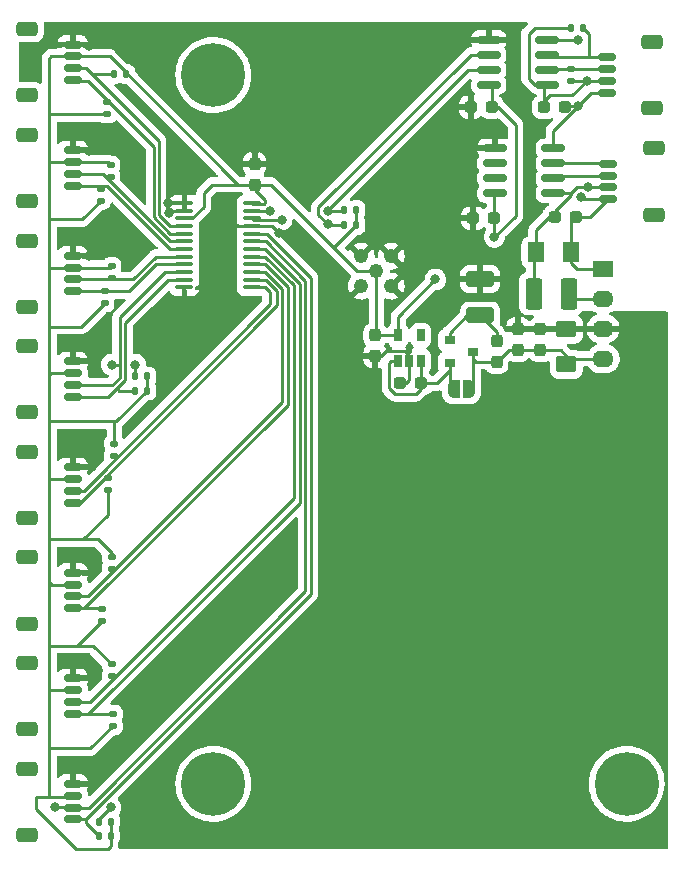
<source format=gbr>
%TF.GenerationSoftware,KiCad,Pcbnew,(6.0.4-0)*%
%TF.CreationDate,2022-09-09T16:16:13-06:00*%
%TF.ProjectId,i2c_mux,6932635f-6d75-4782-9e6b-696361645f70,rev?*%
%TF.SameCoordinates,Original*%
%TF.FileFunction,Copper,L1,Top*%
%TF.FilePolarity,Positive*%
%FSLAX46Y46*%
G04 Gerber Fmt 4.6, Leading zero omitted, Abs format (unit mm)*
G04 Created by KiCad (PCBNEW (6.0.4-0)) date 2022-09-09 16:16:13*
%MOMM*%
%LPD*%
G01*
G04 APERTURE LIST*
G04 Aperture macros list*
%AMRoundRect*
0 Rectangle with rounded corners*
0 $1 Rounding radius*
0 $2 $3 $4 $5 $6 $7 $8 $9 X,Y pos of 4 corners*
0 Add a 4 corners polygon primitive as box body*
4,1,4,$2,$3,$4,$5,$6,$7,$8,$9,$2,$3,0*
0 Add four circle primitives for the rounded corners*
1,1,$1+$1,$2,$3*
1,1,$1+$1,$4,$5*
1,1,$1+$1,$6,$7*
1,1,$1+$1,$8,$9*
0 Add four rect primitives between the rounded corners*
20,1,$1+$1,$2,$3,$4,$5,0*
20,1,$1+$1,$4,$5,$6,$7,0*
20,1,$1+$1,$6,$7,$8,$9,0*
20,1,$1+$1,$8,$9,$2,$3,0*%
%AMFreePoly0*
4,1,22,0.500000,-0.750000,0.000000,-0.750000,0.000000,-0.745033,-0.079941,-0.743568,-0.215256,-0.701293,-0.333266,-0.622738,-0.424486,-0.514219,-0.481581,-0.384460,-0.499164,-0.250000,-0.500000,-0.250000,-0.500000,0.250000,-0.499164,0.250000,-0.499963,0.256109,-0.478152,0.396186,-0.417904,0.524511,-0.324060,0.630769,-0.204165,0.706417,-0.067858,0.745374,0.000000,0.744959,0.000000,0.750000,
0.500000,0.750000,0.500000,-0.750000,0.500000,-0.750000,$1*%
%AMFreePoly1*
4,1,20,0.000000,0.744959,0.073905,0.744508,0.209726,0.703889,0.328688,0.626782,0.421226,0.519385,0.479903,0.390333,0.500000,0.250000,0.500000,-0.250000,0.499851,-0.262216,0.476331,-0.402017,0.414519,-0.529596,0.319384,-0.634700,0.198574,-0.708877,0.061801,-0.746166,0.000000,-0.745033,0.000000,-0.750000,-0.500000,-0.750000,-0.500000,0.750000,0.000000,0.750000,0.000000,0.744959,
0.000000,0.744959,$1*%
G04 Aperture macros list end*
%TA.AperFunction,ComponentPad*%
%ADD10C,5.400000*%
%TD*%
%TA.AperFunction,SMDPad,CuDef*%
%ADD11RoundRect,0.237500X-0.237500X0.287500X-0.237500X-0.287500X0.237500X-0.287500X0.237500X0.287500X0*%
%TD*%
%TA.AperFunction,SMDPad,CuDef*%
%ADD12RoundRect,0.150000X-0.625000X0.150000X-0.625000X-0.150000X0.625000X-0.150000X0.625000X0.150000X0*%
%TD*%
%TA.AperFunction,SMDPad,CuDef*%
%ADD13RoundRect,0.250000X-0.650000X0.350000X-0.650000X-0.350000X0.650000X-0.350000X0.650000X0.350000X0*%
%TD*%
%TA.AperFunction,SMDPad,CuDef*%
%ADD14RoundRect,0.150000X0.625000X-0.150000X0.625000X0.150000X-0.625000X0.150000X-0.625000X-0.150000X0*%
%TD*%
%TA.AperFunction,SMDPad,CuDef*%
%ADD15RoundRect,0.250000X0.650000X-0.350000X0.650000X0.350000X-0.650000X0.350000X-0.650000X-0.350000X0*%
%TD*%
%TA.AperFunction,SMDPad,CuDef*%
%ADD16RoundRect,0.250001X-0.462499X-0.624999X0.462499X-0.624999X0.462499X0.624999X-0.462499X0.624999X0*%
%TD*%
%TA.AperFunction,SMDPad,CuDef*%
%ADD17RoundRect,0.250001X0.624999X-0.462499X0.624999X0.462499X-0.624999X0.462499X-0.624999X-0.462499X0*%
%TD*%
%TA.AperFunction,SMDPad,CuDef*%
%ADD18RoundRect,0.250000X0.925000X-0.412500X0.925000X0.412500X-0.925000X0.412500X-0.925000X-0.412500X0*%
%TD*%
%TA.AperFunction,ComponentPad*%
%ADD19C,1.240000*%
%TD*%
%TA.AperFunction,SMDPad,CuDef*%
%ADD20FreePoly0,180.000000*%
%TD*%
%TA.AperFunction,SMDPad,CuDef*%
%ADD21FreePoly1,180.000000*%
%TD*%
%TA.AperFunction,SMDPad,CuDef*%
%ADD22RoundRect,0.250001X0.462499X1.074999X-0.462499X1.074999X-0.462499X-1.074999X0.462499X-1.074999X0*%
%TD*%
%TA.AperFunction,ComponentPad*%
%ADD23R,1.800000X1.400000*%
%TD*%
%TA.AperFunction,ComponentPad*%
%ADD24O,1.800000X1.400000*%
%TD*%
%TA.AperFunction,SMDPad,CuDef*%
%ADD25R,0.900000X0.800000*%
%TD*%
%TA.AperFunction,SMDPad,CuDef*%
%ADD26RoundRect,0.237500X0.237500X-0.287500X0.237500X0.287500X-0.237500X0.287500X-0.237500X-0.287500X0*%
%TD*%
%TA.AperFunction,SMDPad,CuDef*%
%ADD27R,0.650000X1.060000*%
%TD*%
%TA.AperFunction,SMDPad,CuDef*%
%ADD28RoundRect,0.237500X0.287500X0.237500X-0.287500X0.237500X-0.287500X-0.237500X0.287500X-0.237500X0*%
%TD*%
%TA.AperFunction,SMDPad,CuDef*%
%ADD29RoundRect,0.237500X-0.287500X-0.237500X0.287500X-0.237500X0.287500X0.237500X-0.287500X0.237500X0*%
%TD*%
%TA.AperFunction,SMDPad,CuDef*%
%ADD30RoundRect,0.150000X0.825000X0.150000X-0.825000X0.150000X-0.825000X-0.150000X0.825000X-0.150000X0*%
%TD*%
%TA.AperFunction,SMDPad,CuDef*%
%ADD31RoundRect,0.135000X-0.135000X-0.185000X0.135000X-0.185000X0.135000X0.185000X-0.135000X0.185000X0*%
%TD*%
%TA.AperFunction,SMDPad,CuDef*%
%ADD32RoundRect,0.135000X0.135000X0.185000X-0.135000X0.185000X-0.135000X-0.185000X0.135000X-0.185000X0*%
%TD*%
%TA.AperFunction,SMDPad,CuDef*%
%ADD33RoundRect,0.135000X-0.185000X0.135000X-0.185000X-0.135000X0.185000X-0.135000X0.185000X0.135000X0*%
%TD*%
%TA.AperFunction,SMDPad,CuDef*%
%ADD34RoundRect,0.135000X0.185000X-0.135000X0.185000X0.135000X-0.185000X0.135000X-0.185000X-0.135000X0*%
%TD*%
%TA.AperFunction,SMDPad,CuDef*%
%ADD35RoundRect,0.100000X-0.637500X-0.100000X0.637500X-0.100000X0.637500X0.100000X-0.637500X0.100000X0*%
%TD*%
%TA.AperFunction,ViaPad*%
%ADD36C,0.800000*%
%TD*%
%TA.AperFunction,Conductor*%
%ADD37C,0.250000*%
%TD*%
G04 APERTURE END LIST*
D10*
%TO.P,H3,1*%
%TO.N,N/C*%
X140000000Y-125000000D03*
%TD*%
D11*
%TO.P,C1,1*%
%TO.N,GND*%
X108500000Y-72525000D03*
%TO.P,C1,2*%
%TO.N,VCC*%
X108500000Y-74275000D03*
%TD*%
D12*
%TO.P,J2,1,gnd*%
%TO.N,GND*%
X93100000Y-89242857D03*
%TO.P,J2,2,VCC*%
%TO.N,VCC*%
X93100000Y-90242857D03*
%TO.P,J2,3,SDA*%
%TO.N,Net-(J2-Pad3)*%
X93100000Y-91242857D03*
%TO.P,J2,4,SCL*%
%TO.N,Net-(J2-Pad4)*%
X93100000Y-92242857D03*
D13*
%TO.P,J2,MP*%
%TO.N,N/C*%
X89225000Y-93542857D03*
X89225000Y-87942857D03*
%TD*%
D12*
%TO.P,J4,1,gnd*%
%TO.N,GND*%
X93100000Y-80300000D03*
%TO.P,J4,2,VCC*%
%TO.N,VCC*%
X93100000Y-81300000D03*
%TO.P,J4,3,SDA*%
%TO.N,Net-(J4-Pad3)*%
X93100000Y-82300000D03*
%TO.P,J4,4,SCL*%
%TO.N,Net-(J4-Pad4)*%
X93100000Y-83300000D03*
D13*
%TO.P,J4,MP*%
%TO.N,N/C*%
X89225000Y-84600000D03*
X89225000Y-79000000D03*
%TD*%
D12*
%TO.P,J6,1,gnd*%
%TO.N,GND*%
X93100000Y-71357143D03*
%TO.P,J6,2,VCC*%
%TO.N,VCC*%
X93100000Y-72357143D03*
%TO.P,J6,3,SDA*%
%TO.N,Net-(J6-Pad3)*%
X93100000Y-73357143D03*
%TO.P,J6,4,SCL*%
%TO.N,Net-(J6-Pad4)*%
X93100000Y-74357143D03*
D13*
%TO.P,J6,MP*%
%TO.N,N/C*%
X89225000Y-70057143D03*
X89225000Y-75657143D03*
%TD*%
D12*
%TO.P,J8,1,gnd*%
%TO.N,GND*%
X93100000Y-62414286D03*
%TO.P,J8,2,VCC*%
%TO.N,VCC*%
X93100000Y-63414286D03*
%TO.P,J8,3,SDA*%
%TO.N,Net-(J8-Pad3)*%
X93100000Y-64414286D03*
%TO.P,J8,4,SCL*%
%TO.N,Net-(J8-Pad4)*%
X93100000Y-65414286D03*
D13*
%TO.P,J8,MP*%
%TO.N,N/C*%
X89225000Y-61114286D03*
X89225000Y-66714286D03*
%TD*%
D14*
%TO.P,J10,1,gnd*%
%TO.N,GNDPWR*%
X138300000Y-66500000D03*
%TO.P,J10,2,VCC*%
%TO.N,VD*%
X138300000Y-65500000D03*
%TO.P,J10,3,SDA*%
%TO.N,/Sheet626DA5AD/sda_in*%
X138300000Y-64500000D03*
%TO.P,J10,4,SCL*%
%TO.N,/Sheet626DA5AD/scl_in*%
X138300000Y-63500000D03*
D15*
%TO.P,J10,MP*%
%TO.N,N/C*%
X142175000Y-62200000D03*
X142175000Y-67800000D03*
%TD*%
D16*
%TO.P,C2,1*%
%TO.N,VD*%
X132312500Y-80000000D03*
%TO.P,C2,2*%
%TO.N,GNDPWR*%
X135287500Y-80000000D03*
%TD*%
D17*
%TO.P,C3,1*%
%TO.N,Net-(C3-Pad1)*%
X134900000Y-89487500D03*
%TO.P,C3,2*%
%TO.N,GND*%
X134900000Y-86512500D03*
%TD*%
D11*
%TO.P,C4,1*%
%TO.N,GND*%
X132700000Y-86525000D03*
%TO.P,C4,2*%
%TO.N,Net-(C3-Pad1)*%
X132700000Y-88275000D03*
%TD*%
D18*
%TO.P,C6,1*%
%TO.N,Net-(C6-Pad1)*%
X127600000Y-85337500D03*
%TO.P,C6,2*%
%TO.N,GND*%
X127600000Y-82262500D03*
%TD*%
D11*
%TO.P,C8,1*%
%TO.N,VCC*%
X118700000Y-87025000D03*
%TO.P,C8,2*%
%TO.N,GND*%
X118700000Y-88775000D03*
%TD*%
D19*
%TO.P,J11,1,In*%
%TO.N,VCC*%
X118800000Y-81600000D03*
%TO.P,J11,2,Ext*%
%TO.N,GND*%
X117530000Y-80330000D03*
X120070000Y-82870000D03*
X120070000Y-80330000D03*
X117530000Y-82870000D03*
%TD*%
D20*
%TO.P,JP1,1,A*%
%TO.N,Net-(C3-Pad1)*%
X126650000Y-91600000D03*
D21*
%TO.P,JP1,2,B*%
%TO.N,Net-(C7-Pad1)*%
X125350000Y-91600000D03*
%TD*%
D22*
%TO.P,L1,1,1*%
%TO.N,Net-(L1-Pad1)*%
X135087500Y-83500000D03*
%TO.P,L1,2,2*%
%TO.N,VD*%
X132112500Y-83500000D03*
%TD*%
D23*
%TO.P,PS1,1,-Vin*%
%TO.N,GNDPWR*%
X138000000Y-81400000D03*
D24*
%TO.P,PS1,2,+Vin*%
%TO.N,Net-(L1-Pad1)*%
X138000000Y-83940000D03*
%TO.P,PS1,3,0V*%
%TO.N,GND*%
X138000000Y-86480000D03*
%TO.P,PS1,4,+Vout*%
%TO.N,Net-(C3-Pad1)*%
X138000000Y-89020000D03*
%TD*%
D25*
%TO.P,Q1,1,B*%
%TO.N,Net-(C6-Pad1)*%
X125000000Y-87450000D03*
%TO.P,Q1,2,E*%
%TO.N,Net-(C7-Pad1)*%
X125000000Y-89350000D03*
%TO.P,Q1,3,C*%
%TO.N,Net-(C3-Pad1)*%
X127000000Y-88400000D03*
%TD*%
D26*
%TO.P,R21,1*%
%TO.N,Net-(C3-Pad1)*%
X129000000Y-89275000D03*
%TO.P,R21,2*%
%TO.N,Net-(C6-Pad1)*%
X129000000Y-87525000D03*
%TD*%
D27*
%TO.P,U2,1,IN*%
%TO.N,Net-(C7-Pad1)*%
X120660000Y-89210000D03*
%TO.P,U2,2,GND*%
%TO.N,GND*%
X121610000Y-89210000D03*
%TO.P,U2,3,EN*%
%TO.N,Net-(C7-Pad1)*%
X122560000Y-89210000D03*
%TO.P,U2,4,NC*%
%TO.N,unconnected-(U2-Pad4)*%
X122560000Y-87010000D03*
%TO.P,U2,5,OUT*%
%TO.N,VCC*%
X120660000Y-87010000D03*
%TD*%
D28*
%TO.P,C7,1*%
%TO.N,Net-(C7-Pad1)*%
X122575000Y-91100000D03*
%TO.P,C7,2*%
%TO.N,GND*%
X120825000Y-91100000D03*
%TD*%
D29*
%TO.P,C9,1*%
%TO.N,VD*%
X133025000Y-67700000D03*
%TO.P,C9,2*%
%TO.N,GNDPWR*%
X134775000Y-67700000D03*
%TD*%
%TO.P,C11,1*%
%TO.N,GND*%
X126825000Y-67700000D03*
%TO.P,C11,2*%
%TO.N,VCC*%
X128575000Y-67700000D03*
%TD*%
%TO.P,C12,1*%
%TO.N,GND*%
X127025000Y-77100000D03*
%TO.P,C12,2*%
%TO.N,VCC*%
X128775000Y-77100000D03*
%TD*%
%TO.P,C10,1*%
%TO.N,VD*%
X133925000Y-77000000D03*
%TO.P,C10,2*%
%TO.N,GNDPWR*%
X135675000Y-77000000D03*
%TD*%
D14*
%TO.P,J9,1,gnd*%
%TO.N,GNDPWR*%
X138400000Y-75500000D03*
%TO.P,J9,2,VCC*%
%TO.N,VD*%
X138400000Y-74500000D03*
%TO.P,J9,3,SDA*%
%TO.N,/Sheet626DA5AD/B_in*%
X138400000Y-73500000D03*
%TO.P,J9,4,SCL*%
%TO.N,/Sheet626DA5AD/A_in*%
X138400000Y-72500000D03*
D15*
%TO.P,J9,MP*%
%TO.N,N/C*%
X142275000Y-76800000D03*
X142275000Y-71200000D03*
%TD*%
D11*
%TO.P,C5,1*%
%TO.N,GND*%
X130800000Y-86500000D03*
%TO.P,C5,2*%
%TO.N,Net-(C3-Pad1)*%
X130800000Y-88250000D03*
%TD*%
D10*
%TO.P,H1,1*%
%TO.N,N/C*%
X105000000Y-65000000D03*
%TD*%
%TO.P,H2,1*%
%TO.N,N/C*%
X105000000Y-125000000D03*
%TD*%
D30*
%TO.P,U4,1,VDD1*%
%TO.N,VD*%
X133775000Y-75005000D03*
%TO.P,U4,2,VIA*%
%TO.N,/Sheet626DA5AD/B_in*%
X133775000Y-73735000D03*
%TO.P,U4,3,VIB*%
%TO.N,/Sheet626DA5AD/A_in*%
X133775000Y-72465000D03*
%TO.P,U4,4,GND1*%
%TO.N,GNDPWR*%
X133775000Y-71195000D03*
%TO.P,U4,5,GND2*%
%TO.N,GND*%
X128825000Y-71195000D03*
%TO.P,U4,6,VOB*%
%TO.N,/A*%
X128825000Y-72465000D03*
%TO.P,U4,7,VOA*%
%TO.N,/B*%
X128825000Y-73735000D03*
%TO.P,U4,8,VDD2*%
%TO.N,VCC*%
X128825000Y-75005000D03*
%TD*%
D31*
%TO.P,R18,1*%
%TO.N,/Sheet626DA5AD/sda*%
X116080000Y-76400000D03*
%TO.P,R18,2*%
%TO.N,VCC*%
X117100000Y-76400000D03*
%TD*%
D32*
%TO.P,R19,1*%
%TO.N,/Sheet626DA5AD/scl_in*%
X136320000Y-61000000D03*
%TO.P,R19,2*%
%TO.N,VD*%
X135300000Y-61000000D03*
%TD*%
D33*
%TO.P,R14,1*%
%TO.N,Net-(J6-Pad4)*%
X95500000Y-74600000D03*
%TO.P,R14,2*%
%TO.N,VCC*%
X95500000Y-75620000D03*
%TD*%
D34*
%TO.P,R12,1*%
%TO.N,Net-(J6-Pad3)*%
X96300000Y-73610000D03*
%TO.P,R12,2*%
%TO.N,VCC*%
X96300000Y-72590000D03*
%TD*%
D12*
%TO.P,J3,1,gnd*%
%TO.N,GND*%
X93100000Y-116071428D03*
%TO.P,J3,2,VCC*%
%TO.N,VCC*%
X93100000Y-117071428D03*
%TO.P,J3,3,SDA*%
%TO.N,Net-(J3-Pad3)*%
X93100000Y-118071428D03*
%TO.P,J3,4,SCL*%
%TO.N,Net-(J3-Pad4)*%
X93100000Y-119071428D03*
D13*
%TO.P,J3,MP*%
%TO.N,N/C*%
X89225000Y-120371428D03*
X89225000Y-114771428D03*
%TD*%
D30*
%TO.P,U3,1,VCC1*%
%TO.N,VD*%
X133275000Y-65805000D03*
%TO.P,U3,2,SDA1*%
%TO.N,/Sheet626DA5AD/sda_in*%
X133275000Y-64535000D03*
%TO.P,U3,3,SCL1*%
%TO.N,/Sheet626DA5AD/scl_in*%
X133275000Y-63265000D03*
%TO.P,U3,4,GND1*%
%TO.N,GNDPWR*%
X133275000Y-61995000D03*
%TO.P,U3,5,GND2*%
%TO.N,GND*%
X128325000Y-61995000D03*
%TO.P,U3,6,SCL2*%
%TO.N,/Sheet626DA5AD/scl*%
X128325000Y-63265000D03*
%TO.P,U3,7,SDA2*%
%TO.N,/Sheet626DA5AD/sda*%
X128325000Y-64535000D03*
%TO.P,U3,8,VCC2*%
%TO.N,VCC*%
X128325000Y-65805000D03*
%TD*%
D31*
%TO.P,R2,1*%
%TO.N,Net-(J1-Pad3)*%
X95290000Y-128200000D03*
%TO.P,R2,2*%
%TO.N,VCC*%
X96310000Y-128200000D03*
%TD*%
D33*
%TO.P,R11,1*%
%TO.N,Net-(J7-Pad4)*%
X96100000Y-99090000D03*
%TO.P,R11,2*%
%TO.N,VCC*%
X96100000Y-100110000D03*
%TD*%
D12*
%TO.P,J1,1,gnd*%
%TO.N,GND*%
X93100000Y-125014286D03*
%TO.P,J1,2,VCC*%
%TO.N,VCC*%
X93100000Y-126014286D03*
%TO.P,J1,3,SDA*%
%TO.N,Net-(J1-Pad3)*%
X93100000Y-127014286D03*
%TO.P,J1,4,SCL*%
%TO.N,Net-(J1-Pad4)*%
X93100000Y-128014286D03*
D13*
%TO.P,J1,MP*%
%TO.N,N/C*%
X89225000Y-129314286D03*
X89225000Y-123714286D03*
%TD*%
D33*
%TO.P,R20,1*%
%TO.N,/Sheet626DA5AD/sda_in*%
X135300000Y-64480000D03*
%TO.P,R20,2*%
%TO.N,VD*%
X135300000Y-65500000D03*
%TD*%
D31*
%TO.P,R16,1*%
%TO.N,Net-(J8-Pad3)*%
X96590000Y-64900000D03*
%TO.P,R16,2*%
%TO.N,VCC*%
X97610000Y-64900000D03*
%TD*%
%TO.P,R17,1*%
%TO.N,/Sheet626DA5AD/scl*%
X116080000Y-77700000D03*
%TO.P,R17,2*%
%TO.N,VCC*%
X117100000Y-77700000D03*
%TD*%
D33*
%TO.P,R8,1*%
%TO.N,Net-(J4-Pad4)*%
X95800000Y-83280000D03*
%TO.P,R8,2*%
%TO.N,VCC*%
X95800000Y-84300000D03*
%TD*%
D34*
%TO.P,R5,1*%
%TO.N,Net-(J3-Pad3)*%
X96400000Y-115910000D03*
%TO.P,R5,2*%
%TO.N,VCC*%
X96400000Y-114890000D03*
%TD*%
%TO.P,R10,1*%
%TO.N,Net-(J4-Pad3)*%
X96400000Y-82210000D03*
%TO.P,R10,2*%
%TO.N,VCC*%
X96400000Y-81190000D03*
%TD*%
D31*
%TO.P,R4,1*%
%TO.N,Net-(J2-Pad4)*%
X98380000Y-91700000D03*
%TO.P,R4,2*%
%TO.N,VCC*%
X99400000Y-91700000D03*
%TD*%
D35*
%TO.P,U1,1,A0*%
%TO.N,GND*%
X102537500Y-75825000D03*
%TO.P,U1,2,A1*%
X102537500Y-76475000D03*
%TO.P,U1,3,~{RESET}*%
%TO.N,VCC*%
X102537500Y-77125000D03*
%TO.P,U1,4,SD0*%
%TO.N,Net-(J8-Pad3)*%
X102537500Y-77775000D03*
%TO.P,U1,5,SC0*%
%TO.N,Net-(J8-Pad4)*%
X102537500Y-78425000D03*
%TO.P,U1,6,SD1*%
%TO.N,Net-(J6-Pad3)*%
X102537500Y-79075000D03*
%TO.P,U1,7,SC1*%
%TO.N,Net-(J6-Pad4)*%
X102537500Y-79725000D03*
%TO.P,U1,8,SD2*%
%TO.N,Net-(J4-Pad3)*%
X102537500Y-80375000D03*
%TO.P,U1,9,SC2*%
%TO.N,Net-(J4-Pad4)*%
X102537500Y-81025000D03*
%TO.P,U1,10,SD3*%
%TO.N,Net-(J2-Pad3)*%
X102537500Y-81675000D03*
%TO.P,U1,11,SC3*%
%TO.N,Net-(J2-Pad4)*%
X102537500Y-82325000D03*
%TO.P,U1,12,GND*%
%TO.N,GND*%
X102537500Y-82975000D03*
%TO.P,U1,13,SD4*%
%TO.N,Net-(J7-Pad3)*%
X108262500Y-82975000D03*
%TO.P,U1,14,SC4*%
%TO.N,Net-(J7-Pad4)*%
X108262500Y-82325000D03*
%TO.P,U1,15,SD5*%
%TO.N,Net-(J5-Pad3)*%
X108262500Y-81675000D03*
%TO.P,U1,16,SC5*%
%TO.N,Net-(J5-Pad4)*%
X108262500Y-81025000D03*
%TO.P,U1,17,SD6*%
%TO.N,Net-(J3-Pad3)*%
X108262500Y-80375000D03*
%TO.P,U1,18,SC6*%
%TO.N,Net-(J3-Pad4)*%
X108262500Y-79725000D03*
%TO.P,U1,19,SD7*%
%TO.N,Net-(J1-Pad3)*%
X108262500Y-79075000D03*
%TO.P,U1,20,SC7*%
%TO.N,Net-(J1-Pad4)*%
X108262500Y-78425000D03*
%TO.P,U1,21,A2*%
%TO.N,GND*%
X108262500Y-77775000D03*
%TO.P,U1,22,SCL*%
%TO.N,/Sheet626DA5AD/scl*%
X108262500Y-77125000D03*
%TO.P,U1,23,SDA*%
%TO.N,/Sheet626DA5AD/sda*%
X108262500Y-76475000D03*
%TO.P,U1,24,VCC*%
%TO.N,VCC*%
X108262500Y-75825000D03*
%TD*%
D33*
%TO.P,R3,1*%
%TO.N,Net-(J3-Pad4)*%
X96500000Y-119080000D03*
%TO.P,R3,2*%
%TO.N,VCC*%
X96500000Y-120100000D03*
%TD*%
%TO.P,R7,1*%
%TO.N,Net-(J5-Pad4)*%
X95600000Y-110180000D03*
%TO.P,R7,2*%
%TO.N,VCC*%
X95600000Y-111200000D03*
%TD*%
D34*
%TO.P,R9,1*%
%TO.N,Net-(J5-Pad3)*%
X96400000Y-106810000D03*
%TO.P,R9,2*%
%TO.N,VCC*%
X96400000Y-105790000D03*
%TD*%
D31*
%TO.P,R1,1*%
%TO.N,Net-(J1-Pad4)*%
X95290000Y-129400000D03*
%TO.P,R1,2*%
%TO.N,VCC*%
X96310000Y-129400000D03*
%TD*%
D34*
%TO.P,R13,1*%
%TO.N,Net-(J7-Pad3)*%
X96600000Y-97210000D03*
%TO.P,R13,2*%
%TO.N,VCC*%
X96600000Y-96190000D03*
%TD*%
D31*
%TO.P,R6,1*%
%TO.N,Net-(J2-Pad3)*%
X98390000Y-90500000D03*
%TO.P,R6,2*%
%TO.N,VCC*%
X99410000Y-90500000D03*
%TD*%
D12*
%TO.P,J5,1,gnd*%
%TO.N,GND*%
X93100000Y-107128571D03*
%TO.P,J5,2,VCC*%
%TO.N,VCC*%
X93100000Y-108128571D03*
%TO.P,J5,3,SDA*%
%TO.N,Net-(J5-Pad3)*%
X93100000Y-109128571D03*
%TO.P,J5,4,SCL*%
%TO.N,Net-(J5-Pad4)*%
X93100000Y-110128571D03*
D13*
%TO.P,J5,MP*%
%TO.N,N/C*%
X89225000Y-111428571D03*
X89225000Y-105828571D03*
%TD*%
D33*
%TO.P,R15,1*%
%TO.N,Net-(J8-Pad4)*%
X96000000Y-67290000D03*
%TO.P,R15,2*%
%TO.N,VCC*%
X96000000Y-68310000D03*
%TD*%
D12*
%TO.P,J7,1,gnd*%
%TO.N,GND*%
X93100000Y-98185714D03*
%TO.P,J7,2,VCC*%
%TO.N,VCC*%
X93100000Y-99185714D03*
%TO.P,J7,3,SDA*%
%TO.N,Net-(J7-Pad3)*%
X93100000Y-100185714D03*
%TO.P,J7,4,SCL*%
%TO.N,Net-(J7-Pad4)*%
X93100000Y-101185714D03*
D13*
%TO.P,J7,MP*%
%TO.N,N/C*%
X89225000Y-102485714D03*
X89225000Y-96885714D03*
%TD*%
D36*
%TO.N,VCC*%
X128800000Y-78700000D03*
X123800000Y-82300000D03*
%TO.N,GND*%
X105600000Y-77800000D03*
X94700000Y-89300000D03*
X94500000Y-71400000D03*
X94700000Y-125000000D03*
X94700000Y-98200000D03*
X94700000Y-107100000D03*
X101262299Y-76637701D03*
X94700000Y-116100000D03*
X108500000Y-71300000D03*
X94500000Y-80300000D03*
X110600000Y-78400000D03*
X101200000Y-75800000D03*
X94500000Y-62500000D03*
%TO.N,Net-(J1-Pad3)*%
X96300000Y-127000000D03*
X91600000Y-127000000D03*
%TO.N,Net-(J2-Pad3)*%
X96400000Y-89500000D03*
X98400000Y-89500000D03*
%TO.N,GNDPWR*%
X135875000Y-67600000D03*
X136100000Y-75300000D03*
X135900000Y-62000000D03*
%TO.N,VD*%
X136600000Y-65500000D03*
X136700000Y-74500000D03*
%TO.N,/Sheet626DA5AD/sda*%
X109800000Y-76500000D03*
X114700000Y-76500000D03*
%TO.N,/Sheet626DA5AD/scl*%
X110800000Y-77224500D03*
X114700000Y-77600000D03*
%TD*%
D37*
%TO.N,VCC*%
X109875000Y-74275000D02*
X108500000Y-74275000D01*
X91100000Y-122000000D02*
X91100000Y-126100000D01*
X91300000Y-63400000D02*
X91100000Y-63600000D01*
X128800000Y-78700000D02*
X128800000Y-77125000D01*
X128575000Y-67700000D02*
X128575000Y-66055000D01*
X91328571Y-108128571D02*
X91100000Y-107900000D01*
X95800000Y-84300000D02*
X93800000Y-86300000D01*
X91100000Y-99100000D02*
X91100000Y-104300000D01*
X93100000Y-81300000D02*
X96290000Y-81300000D01*
X96000000Y-68310000D02*
X91110000Y-68310000D01*
X104200000Y-76150361D02*
X104200000Y-75000000D01*
X91100000Y-117100000D02*
X91100000Y-122000000D01*
X118800000Y-81600000D02*
X117200000Y-81600000D01*
X104925000Y-74275000D02*
X107075000Y-74275000D01*
X93100000Y-81300000D02*
X91100000Y-81300000D01*
X96214286Y-63414286D02*
X107075000Y-74275000D01*
X96600000Y-96390000D02*
X96600000Y-94400000D01*
X96100000Y-100110000D02*
X96100000Y-102200000D01*
X90000000Y-126100000D02*
X90000000Y-127100000D01*
X109300000Y-75900000D02*
X108337500Y-75900000D01*
X93100000Y-99185714D02*
X91185714Y-99185714D01*
X96100000Y-130500000D02*
X96310000Y-130290000D01*
X96400000Y-105500000D02*
X95200000Y-104300000D01*
X95600000Y-111200000D02*
X93500000Y-113300000D01*
X96400000Y-105790000D02*
X96400000Y-105500000D01*
X93100000Y-63414286D02*
X96214286Y-63414286D01*
X120660000Y-87010000D02*
X118715000Y-87010000D01*
X120660000Y-87010000D02*
X120660000Y-85440000D01*
X91100000Y-126100000D02*
X90000000Y-126100000D01*
X91100000Y-86300000D02*
X91100000Y-90400000D01*
X118800000Y-86925000D02*
X118700000Y-87025000D01*
X96067143Y-72357143D02*
X96300000Y-72590000D01*
X91100000Y-72300000D02*
X91100000Y-77200000D01*
X91314286Y-63414286D02*
X91300000Y-63400000D01*
X91100000Y-104300000D02*
X91100000Y-107900000D01*
X108500000Y-74700000D02*
X109400000Y-75600000D01*
X96500000Y-94300000D02*
X91100000Y-94300000D01*
X102537500Y-77125000D02*
X103225361Y-77125000D01*
X117200000Y-81600000D02*
X115150000Y-79550000D01*
X115250000Y-79550000D02*
X115150000Y-79550000D01*
X117100000Y-76400000D02*
X117100000Y-77700000D01*
X93800000Y-86300000D02*
X91100000Y-86300000D01*
X115150000Y-79550000D02*
X109875000Y-74275000D01*
X99400000Y-91700000D02*
X96800000Y-94300000D01*
X93100000Y-90242857D02*
X91257143Y-90242857D01*
X91100000Y-77200000D02*
X91100000Y-81300000D01*
X96500000Y-120100000D02*
X94600000Y-122000000D01*
X130600000Y-76900000D02*
X130600000Y-69200000D01*
X109400000Y-75600000D02*
X109400000Y-75800000D01*
X93100000Y-117071428D02*
X91128572Y-117071428D01*
X96310000Y-130290000D02*
X96310000Y-129400000D01*
X94600000Y-122000000D02*
X91100000Y-122000000D01*
X91100000Y-68300000D02*
X91100000Y-72300000D01*
X91100000Y-126100000D02*
X93014286Y-126100000D01*
X93400000Y-130500000D02*
X96100000Y-130500000D01*
X130600000Y-69200000D02*
X129100000Y-67700000D01*
X128575000Y-66055000D02*
X128325000Y-65805000D01*
X128800000Y-78700000D02*
X130600000Y-76900000D01*
X118800000Y-81600000D02*
X118800000Y-86925000D01*
X109400000Y-75800000D02*
X109300000Y-75900000D01*
X94000000Y-104300000D02*
X91100000Y-104300000D01*
X96800000Y-94300000D02*
X96500000Y-94300000D01*
X93100000Y-72357143D02*
X91157143Y-72357143D01*
X104200000Y-75000000D02*
X104925000Y-74275000D01*
X99410000Y-90500000D02*
X99410000Y-91690000D01*
X93100000Y-108128571D02*
X91328571Y-108128571D01*
X91185714Y-99185714D02*
X91100000Y-99100000D01*
X117100000Y-77700000D02*
X115250000Y-79550000D01*
X96290000Y-81300000D02*
X96400000Y-81190000D01*
X94810000Y-113300000D02*
X93500000Y-113300000D01*
X103225361Y-77125000D02*
X104200000Y-76150361D01*
X96310000Y-129400000D02*
X96310000Y-128200000D01*
X120660000Y-85440000D02*
X123800000Y-82300000D01*
X93100000Y-72357143D02*
X96067143Y-72357143D01*
X96600000Y-94400000D02*
X96500000Y-94300000D01*
X91157143Y-72357143D02*
X91100000Y-72300000D01*
X91100000Y-81300000D02*
X91100000Y-86300000D01*
X91128572Y-117071428D02*
X91100000Y-117100000D01*
X96100000Y-102200000D02*
X94000000Y-104300000D01*
X108500000Y-74275000D02*
X108500000Y-74700000D01*
X108337500Y-75900000D02*
X108262500Y-75825000D01*
X91100000Y-90400000D02*
X91100000Y-94300000D01*
X96400000Y-114890000D02*
X94810000Y-113300000D01*
X91100000Y-94300000D02*
X91100000Y-99100000D01*
X91100000Y-63600000D02*
X91100000Y-68300000D01*
X93500000Y-113300000D02*
X91100000Y-113300000D01*
X99410000Y-91690000D02*
X99400000Y-91700000D01*
X91110000Y-68310000D02*
X91100000Y-68300000D01*
X91257143Y-90242857D02*
X91100000Y-90400000D01*
X95500000Y-75620000D02*
X93920000Y-77200000D01*
X91100000Y-107900000D02*
X91100000Y-113300000D01*
X129100000Y-67700000D02*
X128575000Y-67700000D01*
X93920000Y-77200000D02*
X91100000Y-77200000D01*
X90000000Y-127100000D02*
X93400000Y-130500000D01*
X107075000Y-74275000D02*
X108500000Y-74275000D01*
X128775000Y-77100000D02*
X128775000Y-75055000D01*
X91100000Y-113300000D02*
X91100000Y-117100000D01*
X95200000Y-104300000D02*
X94000000Y-104300000D01*
X93100000Y-63414286D02*
X91314286Y-63414286D01*
%TO.N,GND*%
X109975000Y-77775000D02*
X110000000Y-77800000D01*
X94685714Y-125014286D02*
X94700000Y-125000000D01*
X101425000Y-76475000D02*
X101262299Y-76637701D01*
X94685714Y-98185714D02*
X94700000Y-98200000D01*
X108500000Y-72525000D02*
X108500000Y-71300000D01*
X94414286Y-62414286D02*
X94500000Y-62500000D01*
X105625000Y-77775000D02*
X105600000Y-77800000D01*
X108262500Y-77775000D02*
X105625000Y-77775000D01*
X93100000Y-62414286D02*
X94414286Y-62414286D01*
X94642857Y-89242857D02*
X94700000Y-89300000D01*
X121610000Y-90840000D02*
X121610000Y-89210000D01*
X102537500Y-75825000D02*
X101225000Y-75825000D01*
X93100000Y-80300000D02*
X94500000Y-80300000D01*
X121350000Y-91100000D02*
X121610000Y-90840000D01*
X93128572Y-116100000D02*
X93100000Y-116071428D01*
X101225000Y-75825000D02*
X101200000Y-75800000D01*
X94457143Y-71357143D02*
X94500000Y-71400000D01*
X110000000Y-77800000D02*
X110600000Y-78400000D01*
X93100000Y-107128571D02*
X94671429Y-107128571D01*
X102537500Y-76475000D02*
X101425000Y-76475000D01*
X121610000Y-88719998D02*
X121245001Y-88354999D01*
X121245001Y-88354999D02*
X119595001Y-88354999D01*
X120825000Y-91100000D02*
X121350000Y-91100000D01*
X94700000Y-116100000D02*
X93128572Y-116100000D01*
X93100000Y-125014286D02*
X94685714Y-125014286D01*
X93100000Y-98185714D02*
X94685714Y-98185714D01*
X94671429Y-107128571D02*
X94700000Y-107100000D01*
X121610000Y-89210000D02*
X121610000Y-88719998D01*
X108262500Y-77775000D02*
X109975000Y-77775000D01*
X93100000Y-89242857D02*
X94642857Y-89242857D01*
X119595001Y-88354999D02*
X119175000Y-88775000D01*
X93100000Y-71357143D02*
X94457143Y-71357143D01*
X119175000Y-88775000D02*
X118700000Y-88775000D01*
%TO.N,Net-(J1-Pad4)*%
X95290000Y-129400000D02*
X94185714Y-128295714D01*
X113249520Y-82149520D02*
X113249520Y-108950480D01*
X109525000Y-78425000D02*
X113249520Y-82149520D01*
X93100000Y-128014286D02*
X94185714Y-128014286D01*
X94185714Y-128295714D02*
X94185714Y-128014286D01*
X108262500Y-78425000D02*
X109525000Y-78425000D01*
X94185714Y-128014286D02*
X113249520Y-108950480D01*
%TO.N,Net-(J1-Pad3)*%
X112800000Y-108700000D02*
X112800000Y-82400000D01*
X93085714Y-127000000D02*
X93100000Y-127014286D01*
X94485714Y-127014286D02*
X112800000Y-108700000D01*
X93100000Y-127014286D02*
X94485714Y-127014286D01*
X91600000Y-127000000D02*
X93085714Y-127000000D01*
X95290000Y-128010000D02*
X96300000Y-127000000D01*
X109475000Y-79075000D02*
X108262500Y-79075000D01*
X112800000Y-82400000D02*
X109475000Y-79075000D01*
X95290000Y-128200000D02*
X95290000Y-128010000D01*
%TO.N,Net-(J2-Pad4)*%
X98380000Y-91700000D02*
X97000000Y-91700000D01*
X96817859Y-91517859D02*
X97549520Y-90786198D01*
X97549520Y-90786198D02*
X97549520Y-85950480D01*
X93100000Y-92242857D02*
X96092861Y-92242857D01*
X97549520Y-85950480D02*
X101175000Y-82325000D01*
X97000000Y-91700000D02*
X96817859Y-91517859D01*
X96092861Y-92242857D02*
X96817859Y-91517859D01*
X101175000Y-82325000D02*
X102537500Y-82325000D01*
%TO.N,Net-(J2-Pad3)*%
X97100000Y-90600000D02*
X96457143Y-91242857D01*
X98390000Y-90500000D02*
X98390000Y-89510000D01*
X100925000Y-81675000D02*
X97100000Y-85500000D01*
X97100000Y-85500000D02*
X97100000Y-89500000D01*
X96457143Y-91242857D02*
X93100000Y-91242857D01*
X97100000Y-89500000D02*
X97100000Y-90600000D01*
X98390000Y-89510000D02*
X98400000Y-89500000D01*
X96400000Y-89500000D02*
X97100000Y-89500000D01*
X102537500Y-81675000D02*
X100925000Y-81675000D01*
%TO.N,Net-(J3-Pad4)*%
X112300000Y-82657128D02*
X112300000Y-101200000D01*
X112300000Y-101200000D02*
X94400000Y-119100000D01*
X96500000Y-119080000D02*
X93108572Y-119080000D01*
X93108572Y-119080000D02*
X93100000Y-119071428D01*
X94400000Y-119100000D02*
X93128572Y-119100000D01*
X109367871Y-79725000D02*
X112300000Y-82657128D01*
X108262500Y-79725000D02*
X109367871Y-79725000D01*
%TO.N,Net-(J3-Pad3)*%
X93100000Y-118071428D02*
X94528572Y-118071428D01*
X111800000Y-82792846D02*
X109382154Y-80375000D01*
X94528572Y-118071428D02*
X111800000Y-100800000D01*
X111800000Y-100800000D02*
X111800000Y-82792846D01*
X109382154Y-80375000D02*
X108262500Y-80375000D01*
%TO.N,Net-(J4-Pad4)*%
X100117859Y-81017859D02*
X102530359Y-81017859D01*
X97835718Y-83300000D02*
X100117859Y-81017859D01*
X93100000Y-83300000D02*
X97835718Y-83300000D01*
%TO.N,Net-(J4-Pad3)*%
X100125000Y-80375000D02*
X98200000Y-82300000D01*
X98200000Y-82300000D02*
X93100000Y-82300000D01*
X102537500Y-80375000D02*
X100125000Y-80375000D01*
%TO.N,GNDPWR*%
X133775000Y-69700000D02*
X133775000Y-71195000D01*
X138000000Y-81400000D02*
X135812500Y-81400000D01*
X135875000Y-67600000D02*
X133775000Y-69700000D01*
X136900000Y-77000000D02*
X135675000Y-77000000D01*
X136975000Y-66500000D02*
X138300000Y-66500000D01*
X138400000Y-75500000D02*
X136900000Y-77000000D01*
X135812500Y-81400000D02*
X135287500Y-80875000D01*
X135287500Y-80875000D02*
X135287500Y-80000000D01*
X138400000Y-75500000D02*
X136300000Y-75500000D01*
X135875000Y-67600000D02*
X136975000Y-66500000D01*
X135287500Y-80000000D02*
X135287500Y-77387500D01*
X135900000Y-62000000D02*
X133640000Y-62000000D01*
X136300000Y-75500000D02*
X136100000Y-75300000D01*
X135875000Y-67600000D02*
X134875000Y-67600000D01*
X135287500Y-77387500D02*
X135675000Y-77000000D01*
%TO.N,Net-(C3-Pad1)*%
X134900000Y-88775000D02*
X134400000Y-88275000D01*
X134400000Y-88275000D02*
X133175000Y-88275000D01*
X127000000Y-88400000D02*
X127000000Y-91250000D01*
X133175000Y-88275000D02*
X132700000Y-88275000D01*
X132700000Y-88275000D02*
X130000000Y-88275000D01*
X127000000Y-89050000D02*
X127000000Y-88400000D01*
X130000000Y-88275000D02*
X129000000Y-89275000D01*
X129000000Y-89275000D02*
X127225000Y-89275000D01*
X138000000Y-89020000D02*
X135367500Y-89020000D01*
X127225000Y-89275000D02*
X127000000Y-89050000D01*
X134900000Y-89487500D02*
X134900000Y-88775000D01*
%TO.N,Net-(C6-Pad1)*%
X129000000Y-86737500D02*
X127600000Y-85337500D01*
X125000000Y-87450000D02*
X125000000Y-86800000D01*
X125000000Y-86800000D02*
X126462500Y-85337500D01*
X129000000Y-87525000D02*
X129000000Y-86737500D01*
X126462500Y-85337500D02*
X127600000Y-85337500D01*
%TO.N,Net-(C7-Pad1)*%
X123100000Y-91100000D02*
X122575000Y-91100000D01*
X122150000Y-92000000D02*
X120404490Y-92000000D01*
X122575000Y-91100000D02*
X122575000Y-89225000D01*
X125000000Y-89350000D02*
X125000000Y-91250000D01*
X119900000Y-89395000D02*
X120085000Y-89210000D01*
X123900000Y-91100000D02*
X123100000Y-91100000D01*
X119900000Y-91495510D02*
X119900000Y-89395000D01*
X125000000Y-90000000D02*
X123900000Y-91100000D01*
X125000000Y-89350000D02*
X125000000Y-90000000D01*
X120404490Y-92000000D02*
X119900000Y-91495510D01*
X120085000Y-89210000D02*
X120660000Y-89210000D01*
X122575000Y-91100000D02*
X122575000Y-91575000D01*
X122575000Y-91575000D02*
X122150000Y-92000000D01*
%TO.N,Net-(L1-Pad1)*%
X138000000Y-83940000D02*
X135527500Y-83940000D01*
%TO.N,Net-(J5-Pad3)*%
X110849520Y-92650480D02*
X110849520Y-83113802D01*
X93100000Y-109128571D02*
X94371429Y-109128571D01*
X109410718Y-81675000D02*
X108262500Y-81675000D01*
X110849520Y-83113802D02*
X109410718Y-81675000D01*
X94371429Y-109128571D02*
X110849520Y-92650480D01*
%TO.N,VD*%
X132312500Y-78087500D02*
X133400000Y-77000000D01*
X132312500Y-80000000D02*
X132312500Y-78087500D01*
X135300000Y-61000000D02*
X132200000Y-61000000D01*
X135295000Y-75005000D02*
X135800000Y-74500000D01*
X133025000Y-67700000D02*
X133025000Y-66055000D01*
X133025000Y-67700000D02*
X133025000Y-67225000D01*
X133025000Y-67225000D02*
X133550000Y-66700000D01*
X132112500Y-83500000D02*
X132112500Y-80200000D01*
X133925000Y-77000000D02*
X133925000Y-76525000D01*
X132200000Y-61000000D02*
X131700000Y-61500000D01*
X133925000Y-76525000D02*
X135295000Y-75155000D01*
X138300000Y-65500000D02*
X136600000Y-65500000D01*
X132205000Y-65805000D02*
X133275000Y-65805000D01*
X133400000Y-77000000D02*
X133925000Y-77000000D01*
X133550000Y-66700000D02*
X135400000Y-66700000D01*
X138400000Y-74500000D02*
X136700000Y-74500000D01*
X135295000Y-75155000D02*
X135295000Y-75005000D01*
X135400000Y-66700000D02*
X136600000Y-65500000D01*
X135800000Y-74500000D02*
X136700000Y-74500000D01*
X131700000Y-61500000D02*
X131700000Y-65300000D01*
X133775000Y-75005000D02*
X135295000Y-75005000D01*
X131700000Y-65300000D02*
X132205000Y-65805000D01*
X136600000Y-65500000D02*
X135300000Y-65500000D01*
X133025000Y-66055000D02*
X133275000Y-65805000D01*
%TO.N,/Sheet626DA5AD/scl_in*%
X133510000Y-63500000D02*
X133275000Y-63265000D01*
X136800000Y-61480000D02*
X136800000Y-63500000D01*
X138300000Y-63500000D02*
X136800000Y-63500000D01*
X136320000Y-61000000D02*
X136800000Y-61480000D01*
X136800000Y-63500000D02*
X133510000Y-63500000D01*
%TO.N,/Sheet626DA5AD/sda_in*%
X133310000Y-64500000D02*
X133275000Y-64535000D01*
X138300000Y-64500000D02*
X133310000Y-64500000D01*
%TO.N,/Sheet626DA5AD/sda*%
X114700000Y-76400000D02*
X114700000Y-76500000D01*
X128325000Y-64535000D02*
X126565000Y-64535000D01*
X109775000Y-76475000D02*
X109800000Y-76500000D01*
X115980000Y-76500000D02*
X116080000Y-76400000D01*
X108262500Y-76475000D02*
X109775000Y-76475000D01*
X114700000Y-76500000D02*
X115980000Y-76500000D01*
X126565000Y-64535000D02*
X114700000Y-76400000D01*
%TO.N,/Sheet626DA5AD/scl*%
X110600000Y-77100000D02*
X110675500Y-77100000D01*
X109600000Y-77224511D02*
X110475489Y-77224511D01*
X110675500Y-77100000D02*
X110800000Y-77224500D01*
X110475489Y-77224511D02*
X110600000Y-77100000D01*
X126835000Y-63265000D02*
X128325000Y-63265000D01*
X116080000Y-77700000D02*
X114800000Y-77700000D01*
X108262500Y-77125000D02*
X108362011Y-77224511D01*
X113900000Y-76800000D02*
X113900000Y-76200000D01*
X113900000Y-76200000D02*
X126835000Y-63265000D01*
X114800000Y-77700000D02*
X114700000Y-77600000D01*
X108362011Y-77224511D02*
X109600000Y-77224511D01*
X114700000Y-77600000D02*
X113900000Y-76800000D01*
%TO.N,/Sheet626DA5AD/A_in*%
X133775000Y-72465000D02*
X138365000Y-72465000D01*
%TO.N,/Sheet626DA5AD/B_in*%
X134010000Y-73500000D02*
X133775000Y-73735000D01*
X138400000Y-73500000D02*
X134010000Y-73500000D01*
%TO.N,Net-(J5-Pad4)*%
X95548571Y-110128571D02*
X95600000Y-110180000D01*
X94071429Y-110128571D02*
X93100000Y-110128571D01*
X111300000Y-92900000D02*
X94071429Y-110128571D01*
X93100000Y-110128571D02*
X95548571Y-110128571D01*
X108262500Y-81025000D02*
X109396436Y-81025000D01*
X109396436Y-81025000D02*
X111300000Y-82928564D01*
X111300000Y-82928564D02*
X111300000Y-92900000D01*
%TO.N,Net-(J6-Pad4)*%
X101353565Y-79725000D02*
X95985707Y-74357143D01*
X102537500Y-79725000D02*
X101353565Y-79725000D01*
X95985707Y-74357143D02*
X93100000Y-74357143D01*
%TO.N,Net-(J6-Pad3)*%
X93100000Y-73357143D02*
X95621425Y-73357143D01*
X95621425Y-73357143D02*
X101339282Y-79075000D01*
X101339282Y-79075000D02*
X102537500Y-79075000D01*
%TO.N,Net-(J7-Pad3)*%
X109800000Y-83400000D02*
X109375000Y-82975000D01*
X109800000Y-84400000D02*
X109800000Y-83400000D01*
X94014286Y-100185714D02*
X109800000Y-84400000D01*
X109375000Y-82975000D02*
X108262500Y-82975000D01*
X93100000Y-100185714D02*
X94014286Y-100185714D01*
%TO.N,Net-(J7-Pad4)*%
X110400000Y-84500000D02*
X93714286Y-101185714D01*
X109425000Y-82325000D02*
X110400000Y-83300000D01*
X110400000Y-83300000D02*
X110400000Y-84500000D01*
X108262500Y-82325000D02*
X109425000Y-82325000D01*
%TO.N,Net-(J8-Pad4)*%
X99950480Y-71050480D02*
X99950480Y-77050480D01*
X93185714Y-65500000D02*
X94400000Y-65500000D01*
X101325000Y-78425000D02*
X102537500Y-78425000D01*
X99950480Y-77050480D02*
X101325000Y-78425000D01*
X94400000Y-65500000D02*
X99950480Y-71050480D01*
%TO.N,Net-(J8-Pad3)*%
X96590000Y-64900000D02*
X94700000Y-64900000D01*
X101375000Y-77775000D02*
X102537500Y-77775000D01*
X100400000Y-76800000D02*
X101375000Y-77775000D01*
X94700000Y-64900000D02*
X94214286Y-64414286D01*
X100400000Y-70600000D02*
X100400000Y-76800000D01*
X94214286Y-64414286D02*
X100400000Y-70600000D01*
X93100000Y-64414286D02*
X94214286Y-64414286D01*
%TD*%
%TA.AperFunction,Conductor*%
%TO.N,GND*%
G36*
X131559526Y-60528502D02*
G01*
X131606019Y-60582158D01*
X131616123Y-60652432D01*
X131586629Y-60717012D01*
X131580500Y-60723596D01*
X131307742Y-60996353D01*
X131299463Y-61003887D01*
X131292982Y-61008000D01*
X131246357Y-61057651D01*
X131243602Y-61060493D01*
X131223865Y-61080230D01*
X131221385Y-61083427D01*
X131213682Y-61092447D01*
X131183414Y-61124679D01*
X131179595Y-61131625D01*
X131179593Y-61131628D01*
X131173652Y-61142434D01*
X131162801Y-61158953D01*
X131150386Y-61174959D01*
X131147241Y-61182228D01*
X131147238Y-61182232D01*
X131132826Y-61215537D01*
X131127609Y-61226187D01*
X131106305Y-61264940D01*
X131104334Y-61272615D01*
X131104334Y-61272616D01*
X131101267Y-61284562D01*
X131094863Y-61303266D01*
X131086819Y-61321855D01*
X131085580Y-61329678D01*
X131085577Y-61329688D01*
X131079901Y-61365524D01*
X131077495Y-61377144D01*
X131066500Y-61419970D01*
X131066500Y-61440224D01*
X131064949Y-61459934D01*
X131061780Y-61479943D01*
X131062526Y-61487835D01*
X131065941Y-61523961D01*
X131066500Y-61535819D01*
X131066500Y-65221233D01*
X131065973Y-65232416D01*
X131064298Y-65239909D01*
X131064547Y-65247835D01*
X131064547Y-65247836D01*
X131066438Y-65307986D01*
X131066500Y-65311945D01*
X131066500Y-65339856D01*
X131066997Y-65343790D01*
X131066997Y-65343791D01*
X131067005Y-65343856D01*
X131067938Y-65355693D01*
X131069327Y-65399889D01*
X131074978Y-65419339D01*
X131078987Y-65438700D01*
X131081526Y-65458797D01*
X131084445Y-65466168D01*
X131084445Y-65466170D01*
X131097804Y-65499912D01*
X131101649Y-65511142D01*
X131113982Y-65553593D01*
X131118015Y-65560412D01*
X131118017Y-65560417D01*
X131124293Y-65571028D01*
X131132988Y-65588776D01*
X131140448Y-65607617D01*
X131145110Y-65614033D01*
X131145110Y-65614034D01*
X131166436Y-65643387D01*
X131172952Y-65653307D01*
X131190206Y-65682481D01*
X131195458Y-65691362D01*
X131209779Y-65705683D01*
X131222619Y-65720716D01*
X131234528Y-65737107D01*
X131266413Y-65763484D01*
X131268593Y-65765288D01*
X131277374Y-65773278D01*
X131701353Y-66197258D01*
X131708887Y-66205537D01*
X131713000Y-66212018D01*
X131762651Y-66258643D01*
X131765493Y-66261398D01*
X131785230Y-66281135D01*
X131788427Y-66283615D01*
X131797447Y-66291318D01*
X131829679Y-66321586D01*
X131836625Y-66325405D01*
X131836628Y-66325407D01*
X131847434Y-66331348D01*
X131863953Y-66342199D01*
X131879959Y-66354614D01*
X131920549Y-66372179D01*
X131931189Y-66377392D01*
X131937568Y-66380898D01*
X131965953Y-66402213D01*
X132043193Y-66479453D01*
X132050017Y-66483489D01*
X132050020Y-66483491D01*
X132151000Y-66543210D01*
X132186399Y-66564145D01*
X132194010Y-66566356D01*
X132194012Y-66566357D01*
X132300653Y-66597339D01*
X132360488Y-66635552D01*
X132390166Y-66700048D01*
X132391500Y-66718336D01*
X132391500Y-66729095D01*
X132371498Y-66797216D01*
X132331807Y-66836236D01*
X132270969Y-66873884D01*
X132265796Y-66879066D01*
X132153242Y-66991816D01*
X132153238Y-66991821D01*
X132148071Y-66996997D01*
X132144231Y-67003227D01*
X132144230Y-67003228D01*
X132061364Y-67137662D01*
X132056791Y-67145080D01*
X132002026Y-67310191D01*
X132001326Y-67317027D01*
X132001325Y-67317030D01*
X131996049Y-67368526D01*
X131991500Y-67412928D01*
X131991500Y-67987072D01*
X131991837Y-67990318D01*
X131991837Y-67990322D01*
X132001571Y-68084132D01*
X132002293Y-68091093D01*
X132057346Y-68256107D01*
X132148884Y-68404031D01*
X132154066Y-68409204D01*
X132266816Y-68521758D01*
X132266821Y-68521762D01*
X132271997Y-68526929D01*
X132278227Y-68530769D01*
X132278228Y-68530770D01*
X132320843Y-68557038D01*
X132420080Y-68618209D01*
X132585191Y-68672974D01*
X132592027Y-68673674D01*
X132592030Y-68673675D01*
X132639370Y-68678525D01*
X132687928Y-68683500D01*
X133362072Y-68683500D01*
X133365318Y-68683163D01*
X133365322Y-68683163D01*
X133459235Y-68673419D01*
X133459239Y-68673418D01*
X133466093Y-68672707D01*
X133472629Y-68670526D01*
X133472631Y-68670526D01*
X133620218Y-68621287D01*
X133691167Y-68618703D01*
X133752251Y-68654887D01*
X133784076Y-68718351D01*
X133776537Y-68788946D01*
X133749189Y-68829906D01*
X133382747Y-69196348D01*
X133374461Y-69203888D01*
X133367982Y-69208000D01*
X133362557Y-69213777D01*
X133321357Y-69257651D01*
X133318602Y-69260493D01*
X133298865Y-69280230D01*
X133296385Y-69283427D01*
X133288682Y-69292447D01*
X133258414Y-69324679D01*
X133254595Y-69331625D01*
X133254593Y-69331628D01*
X133248652Y-69342434D01*
X133237801Y-69358953D01*
X133225386Y-69374959D01*
X133222241Y-69382228D01*
X133222238Y-69382232D01*
X133207826Y-69415537D01*
X133202609Y-69426187D01*
X133181305Y-69464940D01*
X133179334Y-69472615D01*
X133179334Y-69472616D01*
X133176267Y-69484562D01*
X133169863Y-69503266D01*
X133161819Y-69521855D01*
X133160580Y-69529678D01*
X133160577Y-69529688D01*
X133154901Y-69565524D01*
X133152495Y-69577144D01*
X133141500Y-69619970D01*
X133141500Y-69640224D01*
X133139949Y-69659934D01*
X133136780Y-69679943D01*
X133137526Y-69687835D01*
X133140941Y-69723961D01*
X133141500Y-69735819D01*
X133141500Y-70260500D01*
X133121498Y-70328621D01*
X133067842Y-70375114D01*
X133015500Y-70386500D01*
X132883498Y-70386500D01*
X132881050Y-70386693D01*
X132881042Y-70386693D01*
X132852579Y-70388933D01*
X132852574Y-70388934D01*
X132846169Y-70389438D01*
X132780054Y-70408646D01*
X132694012Y-70433643D01*
X132694010Y-70433644D01*
X132686399Y-70435855D01*
X132679572Y-70439892D01*
X132679573Y-70439892D01*
X132550020Y-70516509D01*
X132550017Y-70516511D01*
X132543193Y-70520547D01*
X132425547Y-70638193D01*
X132421511Y-70645017D01*
X132421509Y-70645020D01*
X132380372Y-70714579D01*
X132340855Y-70781399D01*
X132338644Y-70789010D01*
X132338643Y-70789012D01*
X132334833Y-70802126D01*
X132294438Y-70941169D01*
X132291500Y-70978498D01*
X132291500Y-71411502D01*
X132291693Y-71413950D01*
X132291693Y-71413958D01*
X132292377Y-71422643D01*
X132294438Y-71448831D01*
X132317625Y-71528641D01*
X132338586Y-71600790D01*
X132340855Y-71608601D01*
X132425547Y-71751807D01*
X132428229Y-71754489D01*
X132453502Y-71818861D01*
X132439600Y-71888484D01*
X132429428Y-71904312D01*
X132425547Y-71908193D01*
X132340855Y-72051399D01*
X132294438Y-72211169D01*
X132293934Y-72217574D01*
X132293933Y-72217579D01*
X132292951Y-72230058D01*
X132291500Y-72248498D01*
X132291500Y-72681502D01*
X132294438Y-72718831D01*
X132314394Y-72787520D01*
X132336986Y-72865282D01*
X132340855Y-72878601D01*
X132425547Y-73021807D01*
X132428229Y-73024489D01*
X132453502Y-73088861D01*
X132439600Y-73158484D01*
X132429428Y-73174312D01*
X132425547Y-73178193D01*
X132340855Y-73321399D01*
X132294438Y-73481169D01*
X132293934Y-73487574D01*
X132293933Y-73487579D01*
X132291693Y-73516042D01*
X132291500Y-73518498D01*
X132291500Y-73951502D01*
X132294438Y-73988831D01*
X132340855Y-74148601D01*
X132425547Y-74291807D01*
X132428229Y-74294489D01*
X132453502Y-74358861D01*
X132439600Y-74428484D01*
X132429428Y-74444312D01*
X132425547Y-74448193D01*
X132340855Y-74591399D01*
X132338644Y-74599010D01*
X132338643Y-74599012D01*
X132326028Y-74642434D01*
X132294438Y-74751169D01*
X132293934Y-74757574D01*
X132293933Y-74757579D01*
X132291693Y-74786042D01*
X132291500Y-74788498D01*
X132291500Y-75221502D01*
X132291693Y-75223950D01*
X132291693Y-75223958D01*
X132292564Y-75235017D01*
X132294438Y-75258831D01*
X132340855Y-75418601D01*
X132344892Y-75425427D01*
X132421509Y-75554980D01*
X132421511Y-75554983D01*
X132425547Y-75561807D01*
X132543193Y-75679453D01*
X132550017Y-75683489D01*
X132550020Y-75683491D01*
X132633501Y-75732861D01*
X132686399Y-75764145D01*
X132694010Y-75766356D01*
X132694012Y-75766357D01*
X132746231Y-75781528D01*
X132846169Y-75810562D01*
X132852574Y-75811066D01*
X132852579Y-75811067D01*
X132881042Y-75813307D01*
X132881050Y-75813307D01*
X132883498Y-75813500D01*
X133348922Y-75813500D01*
X133417043Y-75833502D01*
X133463536Y-75887158D01*
X133473640Y-75957432D01*
X133444146Y-76022012D01*
X133388798Y-76059024D01*
X133318893Y-76082346D01*
X133170969Y-76173884D01*
X133165796Y-76179066D01*
X133053242Y-76291816D01*
X133053238Y-76291821D01*
X133048071Y-76296997D01*
X133044231Y-76303227D01*
X133044230Y-76303228D01*
X132966474Y-76429372D01*
X132956791Y-76445080D01*
X132923152Y-76546498D01*
X132915452Y-76569713D01*
X132884954Y-76619141D01*
X131920247Y-77583848D01*
X131911961Y-77591388D01*
X131905482Y-77595500D01*
X131900057Y-77601277D01*
X131858857Y-77645151D01*
X131856102Y-77647993D01*
X131836365Y-77667730D01*
X131833885Y-77670927D01*
X131826182Y-77679947D01*
X131795914Y-77712179D01*
X131792095Y-77719125D01*
X131792093Y-77719128D01*
X131786152Y-77729934D01*
X131775301Y-77746453D01*
X131762886Y-77762459D01*
X131759741Y-77769728D01*
X131759738Y-77769732D01*
X131745326Y-77803037D01*
X131740109Y-77813687D01*
X131718805Y-77852440D01*
X131716834Y-77860115D01*
X131716834Y-77860116D01*
X131713767Y-77872062D01*
X131707363Y-77890766D01*
X131706904Y-77891828D01*
X131699319Y-77909355D01*
X131698080Y-77917178D01*
X131698077Y-77917188D01*
X131692401Y-77953024D01*
X131689995Y-77964644D01*
X131680972Y-77999789D01*
X131679000Y-78007470D01*
X131679000Y-78027724D01*
X131677449Y-78047434D01*
X131674280Y-78067443D01*
X131675026Y-78075335D01*
X131678441Y-78111461D01*
X131679000Y-78123319D01*
X131679000Y-78541633D01*
X131658998Y-78609754D01*
X131605342Y-78656247D01*
X131592877Y-78661156D01*
X131532999Y-78681133D01*
X131532997Y-78681134D01*
X131526055Y-78683450D01*
X131519831Y-78687302D01*
X131519830Y-78687302D01*
X131509919Y-78693435D01*
X131375652Y-78776522D01*
X131250695Y-78901697D01*
X131246855Y-78907927D01*
X131246854Y-78907928D01*
X131232616Y-78931027D01*
X131157885Y-79052262D01*
X131155581Y-79059209D01*
X131105314Y-79210761D01*
X131102203Y-79220139D01*
X131101503Y-79226975D01*
X131101502Y-79226978D01*
X131097091Y-79270031D01*
X131091500Y-79324600D01*
X131091500Y-80675400D01*
X131091837Y-80678646D01*
X131091837Y-80678650D01*
X131100125Y-80758522D01*
X131102474Y-80781165D01*
X131104655Y-80787701D01*
X131104655Y-80787703D01*
X131137155Y-80885116D01*
X131158450Y-80948945D01*
X131251522Y-81099348D01*
X131376697Y-81224305D01*
X131382928Y-81228146D01*
X131382931Y-81228148D01*
X131419117Y-81250454D01*
X131466610Y-81303226D01*
X131479000Y-81357713D01*
X131479000Y-81591633D01*
X131458998Y-81659754D01*
X131405342Y-81706247D01*
X131392877Y-81711156D01*
X131332999Y-81731133D01*
X131332997Y-81731134D01*
X131326055Y-81733450D01*
X131319831Y-81737302D01*
X131319830Y-81737302D01*
X131213817Y-81802905D01*
X131175652Y-81826522D01*
X131050695Y-81951697D01*
X131046855Y-81957927D01*
X131046854Y-81957928D01*
X130970218Y-82082255D01*
X130957885Y-82102262D01*
X130948313Y-82131121D01*
X130909387Y-82248481D01*
X130902203Y-82270139D01*
X130901503Y-82276975D01*
X130901502Y-82276978D01*
X130900856Y-82283282D01*
X130891500Y-82374600D01*
X130891500Y-84625400D01*
X130902474Y-84731165D01*
X130958450Y-84898945D01*
X131051522Y-85049348D01*
X131176697Y-85174305D01*
X131182927Y-85178145D01*
X131182928Y-85178146D01*
X131306506Y-85254321D01*
X131354000Y-85307094D01*
X131360443Y-85346614D01*
X131403812Y-85317575D01*
X131481242Y-85318188D01*
X131488610Y-85320632D01*
X131488615Y-85320633D01*
X131495139Y-85322797D01*
X131501975Y-85323497D01*
X131501978Y-85323498D01*
X131537253Y-85327112D01*
X131599600Y-85333500D01*
X132063516Y-85333500D01*
X132131637Y-85353502D01*
X132178130Y-85407158D01*
X132188234Y-85477432D01*
X132158740Y-85542012D01*
X132129819Y-85566645D01*
X132002504Y-85645429D01*
X131991110Y-85654460D01*
X131878637Y-85767129D01*
X131869623Y-85778543D01*
X131864922Y-85786169D01*
X131812150Y-85833662D01*
X131742078Y-85845084D01*
X131676954Y-85816810D01*
X131650518Y-85786354D01*
X131629573Y-85752508D01*
X131620540Y-85741110D01*
X131507871Y-85628637D01*
X131496457Y-85619623D01*
X131375463Y-85545042D01*
X131327969Y-85492270D01*
X131321526Y-85452749D01*
X131278154Y-85481789D01*
X131200721Y-85481174D01*
X131196228Y-85479684D01*
X131182868Y-85476819D01*
X131090230Y-85467328D01*
X131083815Y-85467000D01*
X131072115Y-85467000D01*
X131056876Y-85471475D01*
X131055671Y-85472865D01*
X131054000Y-85480548D01*
X131054000Y-86227885D01*
X131058475Y-86243124D01*
X131059865Y-86244329D01*
X131067548Y-86246000D01*
X131754947Y-86246000D01*
X131823068Y-86266002D01*
X131826957Y-86268914D01*
X131836548Y-86271000D01*
X133458885Y-86271000D01*
X133484073Y-86263604D01*
X133519571Y-86258500D01*
X136264885Y-86258500D01*
X136280124Y-86254025D01*
X136281329Y-86252635D01*
X136283000Y-86244952D01*
X136283000Y-86002904D01*
X136282663Y-85996389D01*
X136272744Y-85900797D01*
X136269850Y-85887398D01*
X136218412Y-85733217D01*
X136212238Y-85720038D01*
X136126937Y-85582193D01*
X136117901Y-85570792D01*
X136003170Y-85456261D01*
X135991756Y-85447247D01*
X135960118Y-85427745D01*
X135912624Y-85374973D01*
X135901200Y-85304902D01*
X135929474Y-85239778D01*
X135959930Y-85213341D01*
X136018120Y-85177332D01*
X136024348Y-85173478D01*
X136049283Y-85148500D01*
X136144135Y-85053482D01*
X136149305Y-85048303D01*
X136150334Y-85046634D01*
X136206456Y-85006845D01*
X136247419Y-85000000D01*
X137179195Y-85000000D01*
X137238618Y-85017094D01*
X137239378Y-85015603D01*
X137244383Y-85018153D01*
X137249135Y-85021134D01*
X137426537Y-85092449D01*
X137430338Y-85093977D01*
X137486082Y-85137944D01*
X137509207Y-85205069D01*
X137492370Y-85274040D01*
X137440917Y-85322960D01*
X137416588Y-85332418D01*
X137382636Y-85341706D01*
X137372161Y-85345601D01*
X137187659Y-85433604D01*
X137178030Y-85439299D01*
X137012037Y-85558577D01*
X137003572Y-85565884D01*
X136861316Y-85712680D01*
X136854286Y-85721362D01*
X136740275Y-85891028D01*
X136734883Y-85900837D01*
X136652725Y-86087999D01*
X136649159Y-86098594D01*
X136622800Y-86208385D01*
X136623505Y-86222470D01*
X136632384Y-86226000D01*
X139367702Y-86226000D01*
X139381233Y-86222027D01*
X139382304Y-86214579D01*
X139324622Y-86027085D01*
X139320401Y-86016740D01*
X139226643Y-85835088D01*
X139220658Y-85825657D01*
X139096215Y-85663480D01*
X139088648Y-85655251D01*
X138937461Y-85517681D01*
X138928550Y-85510918D01*
X138755396Y-85402299D01*
X138745426Y-85397218D01*
X138569634Y-85326550D01*
X138513890Y-85282583D01*
X138490765Y-85215458D01*
X138507602Y-85146487D01*
X138559055Y-85097567D01*
X138583383Y-85088109D01*
X138617535Y-85078766D01*
X138617536Y-85078766D01*
X138622952Y-85077284D01*
X138759247Y-85012274D01*
X138813492Y-85000000D01*
X143365500Y-85000000D01*
X143433621Y-85020002D01*
X143480114Y-85073658D01*
X143491500Y-85126000D01*
X143491500Y-130365500D01*
X143471498Y-130433621D01*
X143417842Y-130480114D01*
X143365500Y-130491500D01*
X97069500Y-130491500D01*
X97001379Y-130471498D01*
X96954886Y-130417842D01*
X96943500Y-130365500D01*
X96943500Y-130349776D01*
X96945051Y-130330065D01*
X96946980Y-130317886D01*
X96948220Y-130310057D01*
X96944059Y-130266038D01*
X96943500Y-130254181D01*
X96943500Y-130040694D01*
X96961046Y-129976555D01*
X97036234Y-129849419D01*
X97036234Y-129849418D01*
X97040269Y-129842596D01*
X97049069Y-129812308D01*
X97083834Y-129692644D01*
X97085629Y-129686466D01*
X97086135Y-129680047D01*
X97088307Y-129652444D01*
X97088307Y-129652438D01*
X97088500Y-129649989D01*
X97088499Y-129150012D01*
X97085629Y-129113534D01*
X97057505Y-129016730D01*
X97042481Y-128965017D01*
X97042480Y-128965015D01*
X97040269Y-128957404D01*
X97036233Y-128950579D01*
X97036231Y-128950575D01*
X96985113Y-128864139D01*
X96967653Y-128795323D01*
X96985113Y-128735861D01*
X97036231Y-128649425D01*
X97036233Y-128649421D01*
X97040269Y-128642596D01*
X97085629Y-128486466D01*
X97088500Y-128449989D01*
X97088499Y-127950012D01*
X97085629Y-127913534D01*
X97040269Y-127757404D01*
X97036232Y-127750577D01*
X97008204Y-127703183D01*
X96990745Y-127634367D01*
X97013262Y-127567036D01*
X97023021Y-127554735D01*
X97034621Y-127541852D01*
X97034622Y-127541851D01*
X97039040Y-127536944D01*
X97074176Y-127476087D01*
X97131223Y-127377279D01*
X97131224Y-127377278D01*
X97134527Y-127371556D01*
X97193542Y-127189928D01*
X97213504Y-127000000D01*
X97209072Y-126957829D01*
X97194232Y-126816635D01*
X97194232Y-126816633D01*
X97193542Y-126810072D01*
X97134527Y-126628444D01*
X97039040Y-126463056D01*
X96938190Y-126351050D01*
X96926595Y-126338173D01*
X96895877Y-126274166D01*
X96904642Y-126203712D01*
X96931136Y-126164768D01*
X98140772Y-124955132D01*
X101786757Y-124955132D01*
X101801781Y-125313588D01*
X101826804Y-125475225D01*
X101847405Y-125608298D01*
X101856668Y-125668136D01*
X101857590Y-125671528D01*
X101857590Y-125671530D01*
X101860122Y-125680848D01*
X101950734Y-126014356D01*
X102002211Y-126144372D01*
X102078942Y-126338173D01*
X102082806Y-126347933D01*
X102251239Y-126664709D01*
X102253224Y-126667607D01*
X102253230Y-126667618D01*
X102451942Y-126957829D01*
X102451947Y-126957835D01*
X102453933Y-126960736D01*
X102456236Y-126963404D01*
X102677153Y-127219339D01*
X102688361Y-127232324D01*
X102951602Y-127476087D01*
X102954428Y-127478170D01*
X102954431Y-127478173D01*
X103034146Y-127536944D01*
X103240375Y-127688989D01*
X103243412Y-127690743D01*
X103243416Y-127690745D01*
X103347048Y-127750577D01*
X103551080Y-127868375D01*
X103634389Y-127904772D01*
X103876622Y-128010601D01*
X103876632Y-128010605D01*
X103879844Y-128012008D01*
X103883201Y-128013047D01*
X103883206Y-128013049D01*
X104018744Y-128055005D01*
X104222570Y-128118100D01*
X104574987Y-128185327D01*
X104771571Y-128200453D01*
X104929203Y-128212582D01*
X104929204Y-128212582D01*
X104932700Y-128212851D01*
X105150001Y-128205263D01*
X105287738Y-128200453D01*
X105287743Y-128200453D01*
X105291253Y-128200330D01*
X105294734Y-128199816D01*
X105642683Y-128148436D01*
X105642689Y-128148435D01*
X105646175Y-128147920D01*
X105649579Y-128147021D01*
X105649582Y-128147020D01*
X105989652Y-128057169D01*
X105989653Y-128057169D01*
X105993043Y-128056273D01*
X106327534Y-127926533D01*
X106645478Y-127760316D01*
X106942913Y-127559693D01*
X107216131Y-127327167D01*
X107351170Y-127183365D01*
X107459316Y-127068202D01*
X107459320Y-127068197D01*
X107461727Y-127065634D01*
X107463832Y-127062820D01*
X107463838Y-127062813D01*
X107674530Y-126781174D01*
X107676639Y-126778355D01*
X107858189Y-126468910D01*
X107860796Y-126463056D01*
X108002683Y-126144372D01*
X108004115Y-126141156D01*
X108089299Y-125872621D01*
X108111528Y-125802546D01*
X108111528Y-125802545D01*
X108112596Y-125799179D01*
X108182282Y-125447241D01*
X108202541Y-125205979D01*
X108212120Y-125091912D01*
X108212121Y-125091901D01*
X108212303Y-125089728D01*
X108213556Y-125000000D01*
X108211048Y-124955132D01*
X136786757Y-124955132D01*
X136801781Y-125313588D01*
X136826804Y-125475225D01*
X136847405Y-125608298D01*
X136856668Y-125668136D01*
X136857590Y-125671528D01*
X136857590Y-125671530D01*
X136860122Y-125680848D01*
X136950734Y-126014356D01*
X137002211Y-126144372D01*
X137078942Y-126338173D01*
X137082806Y-126347933D01*
X137251239Y-126664709D01*
X137253224Y-126667607D01*
X137253230Y-126667618D01*
X137451942Y-126957829D01*
X137451947Y-126957835D01*
X137453933Y-126960736D01*
X137456236Y-126963404D01*
X137677153Y-127219339D01*
X137688361Y-127232324D01*
X137951602Y-127476087D01*
X137954428Y-127478170D01*
X137954431Y-127478173D01*
X138034146Y-127536944D01*
X138240375Y-127688989D01*
X138243412Y-127690743D01*
X138243416Y-127690745D01*
X138347048Y-127750577D01*
X138551080Y-127868375D01*
X138634389Y-127904772D01*
X138876622Y-128010601D01*
X138876632Y-128010605D01*
X138879844Y-128012008D01*
X138883201Y-128013047D01*
X138883206Y-128013049D01*
X139018744Y-128055005D01*
X139222570Y-128118100D01*
X139574987Y-128185327D01*
X139771571Y-128200453D01*
X139929203Y-128212582D01*
X139929204Y-128212582D01*
X139932700Y-128212851D01*
X140150001Y-128205263D01*
X140287738Y-128200453D01*
X140287743Y-128200453D01*
X140291253Y-128200330D01*
X140294734Y-128199816D01*
X140642683Y-128148436D01*
X140642689Y-128148435D01*
X140646175Y-128147920D01*
X140649579Y-128147021D01*
X140649582Y-128147020D01*
X140989652Y-128057169D01*
X140989653Y-128057169D01*
X140993043Y-128056273D01*
X141327534Y-127926533D01*
X141645478Y-127760316D01*
X141942913Y-127559693D01*
X142216131Y-127327167D01*
X142351170Y-127183365D01*
X142459316Y-127068202D01*
X142459320Y-127068197D01*
X142461727Y-127065634D01*
X142463832Y-127062820D01*
X142463838Y-127062813D01*
X142674530Y-126781174D01*
X142676639Y-126778355D01*
X142858189Y-126468910D01*
X142860796Y-126463056D01*
X143002683Y-126144372D01*
X143004115Y-126141156D01*
X143089299Y-125872621D01*
X143111528Y-125802546D01*
X143111528Y-125802545D01*
X143112596Y-125799179D01*
X143182282Y-125447241D01*
X143202541Y-125205979D01*
X143212120Y-125091912D01*
X143212121Y-125091901D01*
X143212303Y-125089728D01*
X143213556Y-125000000D01*
X143193529Y-124641788D01*
X143186589Y-124600757D01*
X143134286Y-124291522D01*
X143134285Y-124291518D01*
X143133697Y-124288041D01*
X143034806Y-123943169D01*
X142986662Y-123826362D01*
X142899427Y-123614713D01*
X142899423Y-123614705D01*
X142898089Y-123611468D01*
X142725250Y-123297075D01*
X142518443Y-123003907D01*
X142280245Y-122735619D01*
X142013626Y-122495554D01*
X142010776Y-122493513D01*
X142010769Y-122493508D01*
X141724763Y-122288748D01*
X141724760Y-122288746D01*
X141721909Y-122286705D01*
X141408730Y-122111675D01*
X141077992Y-121972646D01*
X141074623Y-121971655D01*
X141074619Y-121971653D01*
X140922754Y-121926957D01*
X140733818Y-121871350D01*
X140450904Y-121821464D01*
X140383958Y-121809660D01*
X140383956Y-121809660D01*
X140380498Y-121809050D01*
X140376987Y-121808829D01*
X140376986Y-121808829D01*
X140025953Y-121786743D01*
X140025947Y-121786743D01*
X140022435Y-121786522D01*
X139921046Y-121791481D01*
X139667599Y-121803876D01*
X139667591Y-121803877D01*
X139664092Y-121804048D01*
X139660624Y-121804610D01*
X139660621Y-121804610D01*
X139313411Y-121860846D01*
X139313408Y-121860847D01*
X139309936Y-121861409D01*
X139306549Y-121862355D01*
X139306543Y-121862356D01*
X139070693Y-121928207D01*
X138964381Y-121957890D01*
X138801094Y-122023862D01*
X138634998Y-122090969D01*
X138634994Y-122090971D01*
X138631734Y-122092288D01*
X138628647Y-122093957D01*
X138628643Y-122093959D01*
X138592699Y-122113394D01*
X138316142Y-122262928D01*
X138021537Y-122467683D01*
X138018895Y-122469996D01*
X138018891Y-122469999D01*
X137829611Y-122635702D01*
X137751593Y-122704002D01*
X137509672Y-122968938D01*
X137298792Y-123259190D01*
X137121580Y-123571140D01*
X136980245Y-123900899D01*
X136979228Y-123904268D01*
X136886616Y-124211016D01*
X136876549Y-124244358D01*
X136857924Y-124345837D01*
X136830665Y-124494363D01*
X136811784Y-124597235D01*
X136786757Y-124955132D01*
X108211048Y-124955132D01*
X108193529Y-124641788D01*
X108186589Y-124600757D01*
X108134286Y-124291522D01*
X108134285Y-124291518D01*
X108133697Y-124288041D01*
X108034806Y-123943169D01*
X107986662Y-123826362D01*
X107899427Y-123614713D01*
X107899423Y-123614705D01*
X107898089Y-123611468D01*
X107725250Y-123297075D01*
X107518443Y-123003907D01*
X107280245Y-122735619D01*
X107013626Y-122495554D01*
X107010776Y-122493513D01*
X107010769Y-122493508D01*
X106724763Y-122288748D01*
X106724760Y-122288746D01*
X106721909Y-122286705D01*
X106408730Y-122111675D01*
X106077992Y-121972646D01*
X106074623Y-121971655D01*
X106074619Y-121971653D01*
X105922754Y-121926957D01*
X105733818Y-121871350D01*
X105450904Y-121821464D01*
X105383958Y-121809660D01*
X105383956Y-121809660D01*
X105380498Y-121809050D01*
X105376987Y-121808829D01*
X105376986Y-121808829D01*
X105025953Y-121786743D01*
X105025947Y-121786743D01*
X105022435Y-121786522D01*
X104921046Y-121791481D01*
X104667599Y-121803876D01*
X104667591Y-121803877D01*
X104664092Y-121804048D01*
X104660624Y-121804610D01*
X104660621Y-121804610D01*
X104313411Y-121860846D01*
X104313408Y-121860847D01*
X104309936Y-121861409D01*
X104306549Y-121862355D01*
X104306543Y-121862356D01*
X104070693Y-121928207D01*
X103964381Y-121957890D01*
X103801094Y-122023862D01*
X103634998Y-122090969D01*
X103634994Y-122090971D01*
X103631734Y-122092288D01*
X103628647Y-122093957D01*
X103628643Y-122093959D01*
X103592699Y-122113394D01*
X103316142Y-122262928D01*
X103021537Y-122467683D01*
X103018895Y-122469996D01*
X103018891Y-122469999D01*
X102829611Y-122635702D01*
X102751593Y-122704002D01*
X102509672Y-122968938D01*
X102298792Y-123259190D01*
X102121580Y-123571140D01*
X101980245Y-123900899D01*
X101979228Y-123904268D01*
X101886616Y-124211016D01*
X101876549Y-124244358D01*
X101857924Y-124345837D01*
X101830665Y-124494363D01*
X101811784Y-124597235D01*
X101786757Y-124955132D01*
X98140772Y-124955132D01*
X105240979Y-117854926D01*
X113641773Y-109454132D01*
X113650059Y-109446592D01*
X113656538Y-109442480D01*
X113703164Y-109392828D01*
X113705918Y-109389987D01*
X113725655Y-109370250D01*
X113728135Y-109367053D01*
X113735840Y-109358031D01*
X113760679Y-109331580D01*
X113766106Y-109325801D01*
X113769925Y-109318855D01*
X113769927Y-109318852D01*
X113775868Y-109308046D01*
X113786719Y-109291527D01*
X113794278Y-109281781D01*
X113799134Y-109275521D01*
X113802279Y-109268252D01*
X113802282Y-109268248D01*
X113816694Y-109234943D01*
X113821911Y-109224293D01*
X113843215Y-109185540D01*
X113848253Y-109165917D01*
X113854657Y-109147214D01*
X113859553Y-109135900D01*
X113859553Y-109135899D01*
X113862701Y-109128625D01*
X113863940Y-109120802D01*
X113863943Y-109120792D01*
X113869619Y-109084956D01*
X113872025Y-109073336D01*
X113881048Y-109038191D01*
X113881048Y-109038190D01*
X113883020Y-109030510D01*
X113883020Y-109010256D01*
X113884571Y-108990545D01*
X113886500Y-108978366D01*
X113887740Y-108970537D01*
X113883579Y-108926518D01*
X113883020Y-108914661D01*
X113883020Y-89108766D01*
X117717000Y-89108766D01*
X117717337Y-89115282D01*
X117727075Y-89209132D01*
X117729968Y-89222528D01*
X117780488Y-89373953D01*
X117786653Y-89387115D01*
X117870426Y-89522492D01*
X117879460Y-89533890D01*
X117992129Y-89646363D01*
X118003540Y-89655375D01*
X118139063Y-89738912D01*
X118152241Y-89745056D01*
X118303766Y-89795315D01*
X118317132Y-89798181D01*
X118409770Y-89807672D01*
X118416185Y-89808000D01*
X118427885Y-89808000D01*
X118443124Y-89803525D01*
X118444329Y-89802135D01*
X118446000Y-89794452D01*
X118446000Y-89047115D01*
X118441525Y-89031876D01*
X118440135Y-89030671D01*
X118432452Y-89029000D01*
X117735115Y-89029000D01*
X117719876Y-89033475D01*
X117718671Y-89034865D01*
X117717000Y-89042548D01*
X117717000Y-89108766D01*
X113883020Y-89108766D01*
X113883020Y-82228288D01*
X113883547Y-82217105D01*
X113885222Y-82209612D01*
X113883082Y-82141521D01*
X113883020Y-82137564D01*
X113883020Y-82109664D01*
X113882516Y-82105673D01*
X113881583Y-82093831D01*
X113881259Y-82083498D01*
X113880194Y-82049631D01*
X113877982Y-82042017D01*
X113877981Y-82042012D01*
X113874543Y-82030179D01*
X113870532Y-82010815D01*
X113870029Y-82006829D01*
X113867994Y-81990723D01*
X113865077Y-81983356D01*
X113865076Y-81983351D01*
X113851718Y-81949612D01*
X113847874Y-81938385D01*
X113844278Y-81926009D01*
X113835538Y-81895927D01*
X113825227Y-81878492D01*
X113816532Y-81860744D01*
X113809072Y-81841903D01*
X113783084Y-81806133D01*
X113776568Y-81796213D01*
X113758100Y-81764985D01*
X113758098Y-81764982D01*
X113754062Y-81758158D01*
X113739741Y-81743837D01*
X113726900Y-81728803D01*
X113719651Y-81718826D01*
X113714992Y-81712413D01*
X113680915Y-81684222D01*
X113672136Y-81676232D01*
X110226014Y-78230109D01*
X110191988Y-78167797D01*
X110197053Y-78096981D01*
X110239600Y-78040146D01*
X110306120Y-78015335D01*
X110366357Y-78025907D01*
X110422033Y-78050695D01*
X110488132Y-78080124D01*
X110517712Y-78093294D01*
X110603181Y-78111461D01*
X110698056Y-78131628D01*
X110698061Y-78131628D01*
X110704513Y-78133000D01*
X110895487Y-78133000D01*
X110901939Y-78131628D01*
X110901944Y-78131628D01*
X110996819Y-78111461D01*
X111082288Y-78093294D01*
X111109162Y-78081329D01*
X111250722Y-78018303D01*
X111250724Y-78018302D01*
X111256752Y-78015618D01*
X111271188Y-78005130D01*
X111318816Y-77970526D01*
X111411253Y-77903366D01*
X111445992Y-77864784D01*
X111534621Y-77766352D01*
X111534622Y-77766351D01*
X111539040Y-77761444D01*
X111604541Y-77647993D01*
X111631223Y-77601779D01*
X111631224Y-77601778D01*
X111634527Y-77596056D01*
X111693542Y-77414428D01*
X111696507Y-77386223D01*
X111699591Y-77356876D01*
X111706349Y-77292581D01*
X111733361Y-77226925D01*
X111791582Y-77186295D01*
X111862527Y-77183592D01*
X111920753Y-77216657D01*
X114646343Y-79942247D01*
X114653887Y-79950537D01*
X114658000Y-79957018D01*
X114663777Y-79962443D01*
X114707667Y-80003658D01*
X114710509Y-80006413D01*
X116667025Y-81962930D01*
X116701051Y-82025242D01*
X116695986Y-82096058D01*
X116676880Y-82130031D01*
X116583501Y-82248481D01*
X116577239Y-82258124D01*
X116486089Y-82431372D01*
X116481686Y-82442005D01*
X116423635Y-82628956D01*
X116421245Y-82640200D01*
X116398235Y-82834611D01*
X116397934Y-82846112D01*
X116410737Y-83041446D01*
X116412537Y-83052815D01*
X116460725Y-83242552D01*
X116464563Y-83253390D01*
X116546522Y-83431174D01*
X116552271Y-83441131D01*
X116561438Y-83454102D01*
X116572027Y-83462490D01*
X116585328Y-83455462D01*
X117440905Y-82599885D01*
X117503217Y-82565859D01*
X117574032Y-82570924D01*
X117619095Y-82599885D01*
X117800115Y-82780905D01*
X117834141Y-82843217D01*
X117829076Y-82914032D01*
X117800115Y-82959095D01*
X116944843Y-83814367D01*
X116938647Y-83825714D01*
X116948529Y-83838203D01*
X116984652Y-83862340D01*
X116994767Y-83867832D01*
X117174629Y-83945107D01*
X117185572Y-83948662D01*
X117376499Y-83991865D01*
X117387909Y-83993367D01*
X117583520Y-84001052D01*
X117595002Y-84000450D01*
X117788740Y-83972360D01*
X117799923Y-83969676D01*
X117985292Y-83906752D01*
X117989248Y-83904990D01*
X118059615Y-83895553D01*
X118123913Y-83925658D01*
X118161728Y-83985746D01*
X118166500Y-84020095D01*
X118166500Y-85973154D01*
X118146498Y-86041275D01*
X118106803Y-86080298D01*
X117995969Y-86148884D01*
X117990796Y-86154066D01*
X117878242Y-86266816D01*
X117878238Y-86266821D01*
X117873071Y-86271997D01*
X117869231Y-86278227D01*
X117869230Y-86278228D01*
X117812856Y-86369684D01*
X117781791Y-86420080D01*
X117727026Y-86585191D01*
X117726326Y-86592027D01*
X117726325Y-86592030D01*
X117725020Y-86604771D01*
X117716500Y-86687928D01*
X117716500Y-87362072D01*
X117716837Y-87365318D01*
X117716837Y-87365322D01*
X117720590Y-87401488D01*
X117727293Y-87466093D01*
X117729474Y-87472629D01*
X117729474Y-87472631D01*
X117771572Y-87598814D01*
X117782346Y-87631107D01*
X117873884Y-87779031D01*
X117906141Y-87811231D01*
X117940220Y-87873512D01*
X117935218Y-87944332D01*
X117906296Y-87989422D01*
X117878637Y-88017129D01*
X117869625Y-88028540D01*
X117786088Y-88164063D01*
X117779944Y-88177241D01*
X117729685Y-88328766D01*
X117726819Y-88342132D01*
X117717328Y-88434770D01*
X117717000Y-88441185D01*
X117717000Y-88502885D01*
X117721475Y-88518124D01*
X117722865Y-88519329D01*
X117730548Y-88521000D01*
X118828000Y-88521000D01*
X118896121Y-88541002D01*
X118942614Y-88594658D01*
X118954000Y-88647000D01*
X118954000Y-89789885D01*
X118958475Y-89805124D01*
X118959865Y-89806329D01*
X118967548Y-89808000D01*
X118983766Y-89808000D01*
X118990282Y-89807663D01*
X119084132Y-89797925D01*
X119097535Y-89795030D01*
X119100626Y-89793999D01*
X119102652Y-89793925D01*
X119104269Y-89793576D01*
X119104331Y-89793864D01*
X119171575Y-89791415D01*
X119232659Y-89827600D01*
X119264482Y-89891064D01*
X119266500Y-89913523D01*
X119266500Y-91416743D01*
X119265973Y-91427926D01*
X119264298Y-91435419D01*
X119264547Y-91443345D01*
X119264547Y-91443346D01*
X119266438Y-91503496D01*
X119266500Y-91507455D01*
X119266500Y-91535366D01*
X119266997Y-91539300D01*
X119266997Y-91539301D01*
X119267005Y-91539366D01*
X119267938Y-91551203D01*
X119269327Y-91595399D01*
X119274978Y-91614849D01*
X119278987Y-91634210D01*
X119281526Y-91654307D01*
X119284445Y-91661678D01*
X119284445Y-91661680D01*
X119297804Y-91695422D01*
X119301649Y-91706652D01*
X119309449Y-91733500D01*
X119313982Y-91749103D01*
X119318015Y-91755922D01*
X119318017Y-91755927D01*
X119324293Y-91766538D01*
X119332988Y-91784286D01*
X119340448Y-91803127D01*
X119345110Y-91809543D01*
X119345110Y-91809544D01*
X119366436Y-91838897D01*
X119372952Y-91848817D01*
X119395458Y-91886872D01*
X119409779Y-91901193D01*
X119422619Y-91916226D01*
X119434528Y-91932617D01*
X119440634Y-91937668D01*
X119468605Y-91960808D01*
X119477384Y-91968798D01*
X119900833Y-92392247D01*
X119908377Y-92400537D01*
X119912490Y-92407018D01*
X119918267Y-92412443D01*
X119962157Y-92453658D01*
X119964999Y-92456413D01*
X119984721Y-92476135D01*
X119987845Y-92478558D01*
X119987849Y-92478562D01*
X119987914Y-92478612D01*
X119996935Y-92486317D01*
X120029169Y-92516586D01*
X120036117Y-92520405D01*
X120036119Y-92520407D01*
X120046922Y-92526346D01*
X120063449Y-92537202D01*
X120073188Y-92544757D01*
X120073190Y-92544758D01*
X120079450Y-92549614D01*
X120120030Y-92567174D01*
X120130678Y-92572391D01*
X120155466Y-92586018D01*
X120169430Y-92593695D01*
X120177106Y-92595666D01*
X120177109Y-92595667D01*
X120189052Y-92598733D01*
X120207757Y-92605137D01*
X120226345Y-92613181D01*
X120234168Y-92614420D01*
X120234178Y-92614423D01*
X120270014Y-92620099D01*
X120281634Y-92622505D01*
X120313449Y-92630673D01*
X120324460Y-92633500D01*
X120344714Y-92633500D01*
X120364424Y-92635051D01*
X120384433Y-92638220D01*
X120392325Y-92637474D01*
X120411070Y-92635702D01*
X120428452Y-92634059D01*
X120440309Y-92633500D01*
X122071233Y-92633500D01*
X122082416Y-92634027D01*
X122089909Y-92635702D01*
X122097835Y-92635453D01*
X122097836Y-92635453D01*
X122157986Y-92633562D01*
X122161945Y-92633500D01*
X122189856Y-92633500D01*
X122193791Y-92633003D01*
X122193856Y-92632995D01*
X122205693Y-92632062D01*
X122237951Y-92631048D01*
X122241970Y-92630922D01*
X122249889Y-92630673D01*
X122269343Y-92625021D01*
X122288700Y-92621013D01*
X122300930Y-92619468D01*
X122300931Y-92619468D01*
X122308797Y-92618474D01*
X122316168Y-92615555D01*
X122316170Y-92615555D01*
X122349912Y-92602196D01*
X122361142Y-92598351D01*
X122395983Y-92588229D01*
X122395984Y-92588229D01*
X122403593Y-92586018D01*
X122410412Y-92581985D01*
X122410417Y-92581983D01*
X122421028Y-92575707D01*
X122438776Y-92567012D01*
X122457617Y-92559552D01*
X122493387Y-92533564D01*
X122503307Y-92527048D01*
X122530173Y-92511159D01*
X122541362Y-92504542D01*
X122546969Y-92498936D01*
X122555685Y-92490220D01*
X122570719Y-92477379D01*
X122580695Y-92470131D01*
X122580696Y-92470130D01*
X122587107Y-92465472D01*
X122612576Y-92434685D01*
X122615288Y-92431407D01*
X122623278Y-92422626D01*
X122936616Y-92109289D01*
X122998928Y-92075264D01*
X123005730Y-92074175D01*
X123009232Y-92073419D01*
X123016093Y-92072707D01*
X123022629Y-92070526D01*
X123022631Y-92070526D01*
X123174159Y-92019972D01*
X123181107Y-92017654D01*
X123329031Y-91926116D01*
X123346909Y-91908207D01*
X123446758Y-91808184D01*
X123446762Y-91808179D01*
X123451929Y-91803003D01*
X123457857Y-91793386D01*
X123459886Y-91791559D01*
X123460307Y-91791027D01*
X123460398Y-91791099D01*
X123510628Y-91745892D01*
X123565118Y-91733500D01*
X123821233Y-91733500D01*
X123832416Y-91734027D01*
X123839909Y-91735702D01*
X123847835Y-91735453D01*
X123847836Y-91735453D01*
X123907986Y-91733562D01*
X123911945Y-91733500D01*
X123939856Y-91733500D01*
X123943791Y-91733003D01*
X123943856Y-91732995D01*
X123955693Y-91732062D01*
X123987951Y-91731048D01*
X123991970Y-91730922D01*
X123999889Y-91730673D01*
X124019343Y-91725021D01*
X124038700Y-91721013D01*
X124050930Y-91719468D01*
X124050931Y-91719468D01*
X124058797Y-91718474D01*
X124066168Y-91715555D01*
X124066170Y-91715555D01*
X124099912Y-91702196D01*
X124111142Y-91698351D01*
X124145979Y-91688230D01*
X124153593Y-91686018D01*
X124158618Y-91683046D01*
X124228157Y-91674464D01*
X124292135Y-91705243D01*
X124329316Y-91765725D01*
X124333230Y-91810054D01*
X124331318Y-91831373D01*
X124331167Y-91843715D01*
X124331325Y-91846137D01*
X124334909Y-91901193D01*
X124336317Y-91922829D01*
X124336662Y-91925238D01*
X124349345Y-92013798D01*
X124356621Y-92064606D01*
X124357880Y-92068911D01*
X124357881Y-92068916D01*
X124360164Y-92076723D01*
X124397503Y-92204410D01*
X124456783Y-92334789D01*
X124459195Y-92338560D01*
X124459199Y-92338568D01*
X124520459Y-92434357D01*
X124535258Y-92457497D01*
X124628748Y-92565998D01*
X124738511Y-92661750D01*
X124742272Y-92664188D01*
X124742275Y-92664190D01*
X124800949Y-92702220D01*
X124858696Y-92739650D01*
X124862757Y-92741526D01*
X124862758Y-92741527D01*
X124969869Y-92791019D01*
X124990924Y-92800748D01*
X125049020Y-92818122D01*
X125123844Y-92840499D01*
X125123849Y-92840500D01*
X125128142Y-92841784D01*
X125132574Y-92842446D01*
X125132577Y-92842447D01*
X125267765Y-92862650D01*
X125267768Y-92862650D01*
X125272196Y-92863312D01*
X125346855Y-92863768D01*
X125410945Y-92864160D01*
X125410950Y-92864160D01*
X125415417Y-92864187D01*
X125417861Y-92863852D01*
X125421656Y-92863729D01*
X125850000Y-92863729D01*
X125883528Y-92861331D01*
X125916373Y-92858982D01*
X125916374Y-92858982D01*
X125923111Y-92858500D01*
X125959440Y-92847833D01*
X126012868Y-92844012D01*
X126150000Y-92863729D01*
X126640008Y-92863729D01*
X126640778Y-92863731D01*
X126710931Y-92864160D01*
X126710937Y-92864160D01*
X126715417Y-92864187D01*
X126799507Y-92852669D01*
X126855276Y-92845030D01*
X126855280Y-92845029D01*
X126859727Y-92844420D01*
X126997436Y-92805063D01*
X127130398Y-92745586D01*
X127134180Y-92743200D01*
X127134187Y-92743196D01*
X127212166Y-92693994D01*
X127251526Y-92669160D01*
X127362452Y-92574754D01*
X127418617Y-92511159D01*
X127454297Y-92470758D01*
X127457260Y-92467403D01*
X127537226Y-92345666D01*
X127540939Y-92337759D01*
X127596191Y-92220076D01*
X127598095Y-92216021D01*
X127618458Y-92149419D01*
X127639372Y-92081011D01*
X127640683Y-92076723D01*
X127662717Y-91935205D01*
X127662869Y-91922829D01*
X127664016Y-91828942D01*
X127664497Y-91789562D01*
X127663937Y-91785277D01*
X127663729Y-91778240D01*
X127663729Y-91388953D01*
X127663727Y-91388953D01*
X127663318Y-91385984D01*
X127664441Y-91294039D01*
X127664496Y-91289562D01*
X127661287Y-91265017D01*
X127646507Y-91151993D01*
X127645926Y-91147548D01*
X127638142Y-91119669D01*
X127633500Y-91085785D01*
X127633500Y-90034500D01*
X127653502Y-89966379D01*
X127707158Y-89919886D01*
X127759500Y-89908500D01*
X128029095Y-89908500D01*
X128097216Y-89928502D01*
X128136236Y-89968193D01*
X128173884Y-90029031D01*
X128179066Y-90034204D01*
X128291816Y-90146758D01*
X128291821Y-90146762D01*
X128296997Y-90151929D01*
X128303227Y-90155769D01*
X128303228Y-90155770D01*
X128421218Y-90228500D01*
X128445080Y-90243209D01*
X128610191Y-90297974D01*
X128617027Y-90298674D01*
X128617030Y-90298675D01*
X128668526Y-90303951D01*
X128712928Y-90308500D01*
X129287072Y-90308500D01*
X129290318Y-90308163D01*
X129290322Y-90308163D01*
X129384235Y-90298419D01*
X129384239Y-90298418D01*
X129391093Y-90297707D01*
X129397629Y-90295526D01*
X129397631Y-90295526D01*
X129541432Y-90247550D01*
X129556107Y-90242654D01*
X129704031Y-90151116D01*
X129709204Y-90145934D01*
X129821758Y-90033184D01*
X129821762Y-90033179D01*
X129826929Y-90028003D01*
X129841792Y-90003891D01*
X129914369Y-89886150D01*
X129914370Y-89886148D01*
X129918209Y-89879920D01*
X129972974Y-89714809D01*
X129977392Y-89671693D01*
X129983172Y-89615271D01*
X129983500Y-89612072D01*
X129983500Y-89282651D01*
X130003502Y-89214530D01*
X130057158Y-89168037D01*
X130127432Y-89157933D01*
X130175616Y-89175391D01*
X130230354Y-89209132D01*
X130245080Y-89218209D01*
X130410191Y-89272974D01*
X130417027Y-89273674D01*
X130417030Y-89273675D01*
X130468526Y-89278951D01*
X130512928Y-89283500D01*
X131087072Y-89283500D01*
X131090318Y-89283163D01*
X131090322Y-89283163D01*
X131184235Y-89273419D01*
X131184239Y-89273418D01*
X131191093Y-89272707D01*
X131197629Y-89270526D01*
X131197631Y-89270526D01*
X131341498Y-89222528D01*
X131356107Y-89217654D01*
X131504031Y-89126116D01*
X131560090Y-89069959D01*
X131621758Y-89008184D01*
X131621762Y-89008179D01*
X131626929Y-89003003D01*
X131635076Y-88989786D01*
X131687847Y-88942292D01*
X131757919Y-88930867D01*
X131823043Y-88959140D01*
X131849480Y-88989595D01*
X131873884Y-89029031D01*
X131879066Y-89034204D01*
X131991816Y-89146758D01*
X131991821Y-89146762D01*
X131996997Y-89151929D01*
X132003227Y-89155769D01*
X132003228Y-89155770D01*
X132107383Y-89219972D01*
X132145080Y-89243209D01*
X132310191Y-89297974D01*
X132317027Y-89298674D01*
X132317030Y-89298675D01*
X132366996Y-89303794D01*
X132412928Y-89308500D01*
X132987072Y-89308500D01*
X132990318Y-89308163D01*
X132990322Y-89308163D01*
X133084235Y-89298419D01*
X133084239Y-89298418D01*
X133091093Y-89297707D01*
X133097629Y-89295526D01*
X133097631Y-89295526D01*
X133240338Y-89247915D01*
X133256107Y-89242654D01*
X133324199Y-89200517D01*
X133392650Y-89181681D01*
X133460419Y-89202843D01*
X133505990Y-89257284D01*
X133516500Y-89307663D01*
X133516500Y-90000400D01*
X133516837Y-90003646D01*
X133516837Y-90003650D01*
X133523205Y-90065017D01*
X133527474Y-90106165D01*
X133529655Y-90112701D01*
X133529655Y-90112703D01*
X133572707Y-90241745D01*
X133583450Y-90273945D01*
X133676522Y-90424348D01*
X133801697Y-90549305D01*
X133807927Y-90553145D01*
X133807928Y-90553146D01*
X133945090Y-90637694D01*
X133952262Y-90642115D01*
X134032005Y-90668564D01*
X134113611Y-90695632D01*
X134113613Y-90695632D01*
X134120139Y-90697797D01*
X134126975Y-90698497D01*
X134126978Y-90698498D01*
X134170031Y-90702909D01*
X134224600Y-90708500D01*
X135575400Y-90708500D01*
X135578646Y-90708163D01*
X135578650Y-90708163D01*
X135674307Y-90698238D01*
X135674311Y-90698237D01*
X135681165Y-90697526D01*
X135687701Y-90695345D01*
X135687703Y-90695345D01*
X135819805Y-90651272D01*
X135848945Y-90641550D01*
X135999348Y-90548478D01*
X136124305Y-90423303D01*
X136151033Y-90379943D01*
X136213275Y-90278968D01*
X136213276Y-90278966D01*
X136217115Y-90272738D01*
X136257455Y-90151116D01*
X136270632Y-90111389D01*
X136270632Y-90111387D01*
X136272797Y-90104861D01*
X136275819Y-90075372D01*
X136280141Y-90033184D01*
X136283500Y-90000400D01*
X136283500Y-89779500D01*
X136303502Y-89711379D01*
X136357158Y-89664886D01*
X136409500Y-89653500D01*
X136700582Y-89653500D01*
X136768703Y-89673502D01*
X136800544Y-89702796D01*
X136903415Y-89836860D01*
X136903419Y-89836864D01*
X136906831Y-89841311D01*
X136949262Y-89879920D01*
X137062242Y-89982724D01*
X137062245Y-89982726D01*
X137066389Y-89986497D01*
X137071141Y-89989478D01*
X137244379Y-90098151D01*
X137244383Y-90098153D01*
X137249135Y-90101134D01*
X137449293Y-90181597D01*
X137660537Y-90225344D01*
X137665148Y-90225610D01*
X137665149Y-90225610D01*
X137713452Y-90228395D01*
X137713456Y-90228395D01*
X137715275Y-90228500D01*
X138254735Y-90228500D01*
X138257522Y-90228251D01*
X138257528Y-90228251D01*
X138324240Y-90222297D01*
X138414872Y-90214208D01*
X138541740Y-90179501D01*
X138617536Y-90158766D01*
X138617540Y-90158765D01*
X138622952Y-90157284D01*
X138817663Y-90064411D01*
X138992851Y-89938526D01*
X139076255Y-89852460D01*
X139139074Y-89787636D01*
X139139076Y-89787633D01*
X139142977Y-89783608D01*
X139263297Y-89604553D01*
X139350008Y-89407020D01*
X139395471Y-89217654D01*
X139399058Y-89202712D01*
X139399058Y-89202711D01*
X139400368Y-89197255D01*
X139408124Y-89062743D01*
X139412463Y-88987494D01*
X139412463Y-88987491D01*
X139412786Y-88981887D01*
X139386870Y-88767723D01*
X139374279Y-88726794D01*
X139325085Y-88566891D01*
X139323437Y-88561534D01*
X139253923Y-88426852D01*
X139227066Y-88374817D01*
X139227065Y-88374816D01*
X139224495Y-88369836D01*
X139152877Y-88276502D01*
X139096585Y-88203140D01*
X139096581Y-88203136D01*
X139093169Y-88198689D01*
X139026094Y-88137656D01*
X138937758Y-88057276D01*
X138937755Y-88057274D01*
X138933611Y-88053503D01*
X138924797Y-88047974D01*
X138755621Y-87941849D01*
X138755617Y-87941847D01*
X138750865Y-87938866D01*
X138569662Y-87866023D01*
X138513918Y-87822056D01*
X138490793Y-87754931D01*
X138507630Y-87685960D01*
X138559083Y-87637040D01*
X138583412Y-87627582D01*
X138617364Y-87618294D01*
X138627839Y-87614399D01*
X138812341Y-87526396D01*
X138821970Y-87520701D01*
X138987963Y-87401423D01*
X138996428Y-87394116D01*
X139138684Y-87247320D01*
X139145714Y-87238638D01*
X139259725Y-87068972D01*
X139265117Y-87059163D01*
X139347275Y-86872001D01*
X139350841Y-86861406D01*
X139377200Y-86751615D01*
X139376495Y-86737530D01*
X139367616Y-86734000D01*
X136632298Y-86734000D01*
X136618767Y-86737973D01*
X136617696Y-86745421D01*
X136675378Y-86932915D01*
X136679599Y-86943260D01*
X136773357Y-87124912D01*
X136779342Y-87134343D01*
X136903785Y-87296520D01*
X136911352Y-87304749D01*
X137062539Y-87442319D01*
X137071450Y-87449082D01*
X137244604Y-87557701D01*
X137254574Y-87562782D01*
X137430366Y-87633450D01*
X137486110Y-87677417D01*
X137509235Y-87744542D01*
X137492398Y-87813513D01*
X137440945Y-87862433D01*
X137416617Y-87871891D01*
X137382465Y-87881234D01*
X137377048Y-87882716D01*
X137182337Y-87975589D01*
X137007149Y-88101474D01*
X137003242Y-88105506D01*
X136883195Y-88229385D01*
X136857023Y-88256392D01*
X136811647Y-88323919D01*
X136807039Y-88330776D01*
X136752443Y-88376161D01*
X136702457Y-88386500D01*
X135970431Y-88386500D01*
X135904316Y-88367761D01*
X135847738Y-88332885D01*
X135767995Y-88306436D01*
X135686389Y-88279368D01*
X135686387Y-88279368D01*
X135679861Y-88277203D01*
X135673025Y-88276503D01*
X135673022Y-88276502D01*
X135629969Y-88272091D01*
X135575400Y-88266500D01*
X135339595Y-88266500D01*
X135271474Y-88246498D01*
X135250499Y-88229595D01*
X134969000Y-87948095D01*
X134934975Y-87885783D01*
X134940040Y-87814967D01*
X134982587Y-87758132D01*
X135049107Y-87733321D01*
X135058096Y-87733000D01*
X135572096Y-87733000D01*
X135578611Y-87732663D01*
X135674203Y-87722744D01*
X135687602Y-87719850D01*
X135841783Y-87668412D01*
X135854962Y-87662238D01*
X135992807Y-87576937D01*
X136004208Y-87567901D01*
X136118739Y-87453170D01*
X136127751Y-87441759D01*
X136212818Y-87303755D01*
X136218962Y-87290577D01*
X136270139Y-87136284D01*
X136273005Y-87122919D01*
X136282672Y-87028561D01*
X136283000Y-87022145D01*
X136283000Y-86784615D01*
X136278525Y-86769376D01*
X136277135Y-86768171D01*
X136269452Y-86766500D01*
X133741115Y-86766500D01*
X133715927Y-86773896D01*
X133680429Y-86779000D01*
X131745053Y-86779000D01*
X131676932Y-86758998D01*
X131673043Y-86756086D01*
X131663452Y-86754000D01*
X129861244Y-86754000D01*
X129793123Y-86733998D01*
X129772227Y-86717173D01*
X129708188Y-86653246D01*
X129708183Y-86653242D01*
X129703003Y-86648071D01*
X129663145Y-86623502D01*
X129615651Y-86570731D01*
X129612107Y-86562622D01*
X129602195Y-86537585D01*
X129598351Y-86526358D01*
X129588229Y-86491517D01*
X129588229Y-86491516D01*
X129586018Y-86483907D01*
X129581985Y-86477088D01*
X129581983Y-86477083D01*
X129575707Y-86466472D01*
X129567012Y-86448724D01*
X129559552Y-86429883D01*
X129533564Y-86394113D01*
X129527048Y-86384193D01*
X129508580Y-86352965D01*
X129508578Y-86352962D01*
X129504542Y-86346138D01*
X129490221Y-86331817D01*
X129477380Y-86316783D01*
X129465472Y-86300393D01*
X129431395Y-86272202D01*
X129422616Y-86264212D01*
X129386289Y-86227885D01*
X129817000Y-86227885D01*
X129821475Y-86243124D01*
X129822865Y-86244329D01*
X129830548Y-86246000D01*
X130527885Y-86246000D01*
X130543124Y-86241525D01*
X130544329Y-86240135D01*
X130546000Y-86232452D01*
X130546000Y-85485115D01*
X130541525Y-85469876D01*
X130540135Y-85468671D01*
X130532452Y-85467000D01*
X130516234Y-85467000D01*
X130509718Y-85467337D01*
X130415868Y-85477075D01*
X130402472Y-85479968D01*
X130251047Y-85530488D01*
X130237885Y-85536653D01*
X130102508Y-85620426D01*
X130091110Y-85629460D01*
X129978637Y-85742129D01*
X129969625Y-85753540D01*
X129886088Y-85889063D01*
X129879944Y-85902241D01*
X129829685Y-86053766D01*
X129826819Y-86067132D01*
X129817328Y-86159770D01*
X129817000Y-86166185D01*
X129817000Y-86227885D01*
X129386289Y-86227885D01*
X129275582Y-86117178D01*
X129241556Y-86054866D01*
X129245083Y-85988417D01*
X129272797Y-85904861D01*
X129274215Y-85891028D01*
X129280912Y-85825657D01*
X129283500Y-85800400D01*
X129283500Y-84874600D01*
X129279136Y-84832541D01*
X129273238Y-84775692D01*
X129273237Y-84775688D01*
X129272526Y-84768834D01*
X129261702Y-84736389D01*
X129218868Y-84608002D01*
X129216550Y-84601054D01*
X129123478Y-84450652D01*
X128998303Y-84325695D01*
X128992072Y-84321854D01*
X128853968Y-84236725D01*
X128853966Y-84236724D01*
X128847738Y-84232885D01*
X128687254Y-84179655D01*
X128686389Y-84179368D01*
X128686387Y-84179368D01*
X128679861Y-84177203D01*
X128673025Y-84176503D01*
X128673022Y-84176502D01*
X128629969Y-84172091D01*
X128575400Y-84166500D01*
X126624600Y-84166500D01*
X126621354Y-84166837D01*
X126621350Y-84166837D01*
X126525692Y-84176762D01*
X126525688Y-84176763D01*
X126518834Y-84177474D01*
X126512298Y-84179655D01*
X126512296Y-84179655D01*
X126380194Y-84223728D01*
X126351054Y-84233450D01*
X126200652Y-84326522D01*
X126075695Y-84451697D01*
X125982885Y-84602262D01*
X125980581Y-84609209D01*
X125940563Y-84729861D01*
X125927203Y-84770139D01*
X125916500Y-84874600D01*
X125916500Y-84935405D01*
X125896498Y-85003526D01*
X125879595Y-85024500D01*
X124607747Y-86296348D01*
X124599461Y-86303888D01*
X124592982Y-86308000D01*
X124587557Y-86313777D01*
X124546357Y-86357651D01*
X124543602Y-86360493D01*
X124523865Y-86380230D01*
X124521385Y-86383427D01*
X124513682Y-86392447D01*
X124483414Y-86424679D01*
X124479595Y-86431625D01*
X124479593Y-86431628D01*
X124473652Y-86442434D01*
X124462801Y-86458953D01*
X124450386Y-86474959D01*
X124447240Y-86482230D01*
X124435865Y-86508515D01*
X124390454Y-86563089D01*
X124364459Y-86576456D01*
X124303295Y-86599385D01*
X124186739Y-86686739D01*
X124099385Y-86803295D01*
X124048255Y-86939684D01*
X124041500Y-87001866D01*
X124041500Y-87898134D01*
X124048255Y-87960316D01*
X124099385Y-88096705D01*
X124186739Y-88213261D01*
X124193919Y-88218642D01*
X124193920Y-88218643D01*
X124301372Y-88299174D01*
X124343887Y-88356033D01*
X124348913Y-88426852D01*
X124314853Y-88489145D01*
X124301372Y-88500826D01*
X124228457Y-88555473D01*
X124186739Y-88586739D01*
X124099385Y-88703295D01*
X124048255Y-88839684D01*
X124041500Y-88901866D01*
X124041500Y-89798134D01*
X124048255Y-89860316D01*
X124051027Y-89867712D01*
X124051029Y-89867718D01*
X124073091Y-89926567D01*
X124078274Y-89997374D01*
X124044204Y-90059892D01*
X123859123Y-90244972D01*
X123674499Y-90429596D01*
X123612187Y-90463621D01*
X123585404Y-90466500D01*
X123564964Y-90466500D01*
X123496843Y-90446498D01*
X123457821Y-90406804D01*
X123451116Y-90395969D01*
X123427219Y-90372114D01*
X123333184Y-90278242D01*
X123333179Y-90278238D01*
X123328003Y-90273071D01*
X123303873Y-90258197D01*
X123256380Y-90205425D01*
X123244956Y-90135353D01*
X123269163Y-90075372D01*
X123330229Y-89993892D01*
X123330230Y-89993890D01*
X123335615Y-89986705D01*
X123386745Y-89850316D01*
X123393500Y-89788134D01*
X123393500Y-88631866D01*
X123386745Y-88569684D01*
X123335615Y-88433295D01*
X123248261Y-88316739D01*
X123131705Y-88229385D01*
X123123297Y-88226233D01*
X123115425Y-88221923D01*
X123116728Y-88219543D01*
X123071196Y-88185336D01*
X123046499Y-88118773D01*
X123061709Y-88049425D01*
X123111997Y-87999309D01*
X123119097Y-87996067D01*
X123123299Y-87993766D01*
X123131705Y-87990615D01*
X123248261Y-87903261D01*
X123335615Y-87786705D01*
X123386745Y-87650316D01*
X123393500Y-87588134D01*
X123393500Y-86431866D01*
X123386745Y-86369684D01*
X123335615Y-86233295D01*
X123248261Y-86116739D01*
X123131705Y-86029385D01*
X122995316Y-85978255D01*
X122933134Y-85971500D01*
X122186866Y-85971500D01*
X122124684Y-85978255D01*
X121988295Y-86029385D01*
X121871739Y-86116739D01*
X121784385Y-86233295D01*
X121733255Y-86369684D01*
X121732461Y-86376990D01*
X121697365Y-86438424D01*
X121634410Y-86471244D01*
X121563705Y-86464818D01*
X121507698Y-86421186D01*
X121487546Y-86377060D01*
X121486745Y-86369684D01*
X121435615Y-86233295D01*
X121348261Y-86116739D01*
X121341081Y-86111358D01*
X121334731Y-86105008D01*
X121336366Y-86103373D01*
X121301421Y-86056641D01*
X121293500Y-86012671D01*
X121293500Y-85754594D01*
X121313502Y-85686473D01*
X121330405Y-85665499D01*
X123750499Y-83245405D01*
X123812811Y-83211379D01*
X123839594Y-83208500D01*
X123895487Y-83208500D01*
X123901939Y-83207128D01*
X123901944Y-83207128D01*
X123989358Y-83188547D01*
X124082288Y-83168794D01*
X124103163Y-83159500D01*
X124250722Y-83093803D01*
X124250724Y-83093802D01*
X124256752Y-83091118D01*
X124411253Y-82978866D01*
X124494511Y-82886399D01*
X124534621Y-82841852D01*
X124534622Y-82841851D01*
X124539040Y-82836944D01*
X124599702Y-82731875D01*
X124605348Y-82722095D01*
X125917001Y-82722095D01*
X125917338Y-82728614D01*
X125927257Y-82824206D01*
X125930149Y-82837600D01*
X125981588Y-82991784D01*
X125987761Y-83004962D01*
X126073063Y-83142807D01*
X126082099Y-83154208D01*
X126196829Y-83268739D01*
X126208240Y-83277751D01*
X126346243Y-83362816D01*
X126359424Y-83368963D01*
X126513710Y-83420138D01*
X126527086Y-83423005D01*
X126621438Y-83432672D01*
X126627854Y-83433000D01*
X127327885Y-83433000D01*
X127343124Y-83428525D01*
X127344329Y-83427135D01*
X127346000Y-83419452D01*
X127346000Y-83414884D01*
X127854000Y-83414884D01*
X127858475Y-83430123D01*
X127859865Y-83431328D01*
X127867548Y-83432999D01*
X128572095Y-83432999D01*
X128578614Y-83432662D01*
X128674206Y-83422743D01*
X128687600Y-83419851D01*
X128841784Y-83368412D01*
X128854962Y-83362239D01*
X128992807Y-83276937D01*
X129004208Y-83267901D01*
X129118739Y-83153171D01*
X129127751Y-83141760D01*
X129212816Y-83003757D01*
X129218963Y-82990576D01*
X129270138Y-82836290D01*
X129273005Y-82822914D01*
X129282672Y-82728562D01*
X129283000Y-82722146D01*
X129283000Y-82534615D01*
X129278525Y-82519376D01*
X129277135Y-82518171D01*
X129269452Y-82516500D01*
X127872115Y-82516500D01*
X127856876Y-82520975D01*
X127855671Y-82522365D01*
X127854000Y-82530048D01*
X127854000Y-83414884D01*
X127346000Y-83414884D01*
X127346000Y-82534615D01*
X127341525Y-82519376D01*
X127340135Y-82518171D01*
X127332452Y-82516500D01*
X125935116Y-82516500D01*
X125919877Y-82520975D01*
X125918672Y-82522365D01*
X125917001Y-82530048D01*
X125917001Y-82722095D01*
X124605348Y-82722095D01*
X124631223Y-82677279D01*
X124631224Y-82677278D01*
X124634527Y-82671556D01*
X124693542Y-82489928D01*
X124695745Y-82468973D01*
X124712814Y-82306565D01*
X124713504Y-82300000D01*
X124708089Y-82248481D01*
X124694232Y-82116635D01*
X124694232Y-82116633D01*
X124693542Y-82110072D01*
X124654653Y-81990385D01*
X125917000Y-81990385D01*
X125921475Y-82005624D01*
X125922865Y-82006829D01*
X125930548Y-82008500D01*
X127327885Y-82008500D01*
X127343124Y-82004025D01*
X127344329Y-82002635D01*
X127346000Y-81994952D01*
X127346000Y-81990385D01*
X127854000Y-81990385D01*
X127858475Y-82005624D01*
X127859865Y-82006829D01*
X127867548Y-82008500D01*
X129264884Y-82008500D01*
X129280123Y-82004025D01*
X129281328Y-82002635D01*
X129282999Y-81994952D01*
X129282999Y-81802905D01*
X129282662Y-81796386D01*
X129272743Y-81700794D01*
X129269851Y-81687400D01*
X129218412Y-81533216D01*
X129212239Y-81520038D01*
X129126937Y-81382193D01*
X129117901Y-81370792D01*
X129003171Y-81256261D01*
X128991760Y-81247249D01*
X128853757Y-81162184D01*
X128840576Y-81156037D01*
X128686290Y-81104862D01*
X128672914Y-81101995D01*
X128578562Y-81092328D01*
X128572145Y-81092000D01*
X127872115Y-81092000D01*
X127856876Y-81096475D01*
X127855671Y-81097865D01*
X127854000Y-81105548D01*
X127854000Y-81990385D01*
X127346000Y-81990385D01*
X127346000Y-81110116D01*
X127341525Y-81094877D01*
X127340135Y-81093672D01*
X127332452Y-81092001D01*
X126627905Y-81092001D01*
X126621386Y-81092338D01*
X126525794Y-81102257D01*
X126512400Y-81105149D01*
X126358216Y-81156588D01*
X126345038Y-81162761D01*
X126207193Y-81248063D01*
X126195792Y-81257099D01*
X126081261Y-81371829D01*
X126072249Y-81383240D01*
X125987184Y-81521243D01*
X125981037Y-81534424D01*
X125929862Y-81688710D01*
X125926995Y-81702086D01*
X125917328Y-81796438D01*
X125917000Y-81802855D01*
X125917000Y-81990385D01*
X124654653Y-81990385D01*
X124634527Y-81928444D01*
X124621323Y-81905573D01*
X124584562Y-81841903D01*
X124539040Y-81763056D01*
X124515332Y-81736725D01*
X124415675Y-81626045D01*
X124415674Y-81626044D01*
X124411253Y-81621134D01*
X124292860Y-81535116D01*
X124262094Y-81512763D01*
X124262093Y-81512762D01*
X124256752Y-81508882D01*
X124250724Y-81506198D01*
X124250722Y-81506197D01*
X124088319Y-81433891D01*
X124088318Y-81433891D01*
X124082288Y-81431206D01*
X123975569Y-81408522D01*
X123901944Y-81392872D01*
X123901939Y-81392872D01*
X123895487Y-81391500D01*
X123704513Y-81391500D01*
X123698061Y-81392872D01*
X123698056Y-81392872D01*
X123624431Y-81408522D01*
X123517712Y-81431206D01*
X123511682Y-81433891D01*
X123511681Y-81433891D01*
X123349278Y-81506197D01*
X123349276Y-81506198D01*
X123343248Y-81508882D01*
X123337907Y-81512762D01*
X123337906Y-81512763D01*
X123307140Y-81535116D01*
X123188747Y-81621134D01*
X123184326Y-81626044D01*
X123184325Y-81626045D01*
X123084669Y-81736725D01*
X123060960Y-81763056D01*
X123015438Y-81841903D01*
X122978678Y-81905573D01*
X122965473Y-81928444D01*
X122906458Y-82110072D01*
X122905768Y-82116633D01*
X122905768Y-82116635D01*
X122902302Y-82149614D01*
X122889635Y-82270139D01*
X122889093Y-82275293D01*
X122862080Y-82340950D01*
X122852878Y-82351218D01*
X121553400Y-83650695D01*
X120267747Y-84936348D01*
X120259461Y-84943888D01*
X120252982Y-84948000D01*
X120247557Y-84953777D01*
X120206357Y-84997651D01*
X120203602Y-85000493D01*
X120183865Y-85020230D01*
X120181385Y-85023427D01*
X120173682Y-85032447D01*
X120143414Y-85064679D01*
X120139595Y-85071625D01*
X120139593Y-85071628D01*
X120133652Y-85082434D01*
X120122801Y-85098953D01*
X120110386Y-85114959D01*
X120107241Y-85122228D01*
X120107238Y-85122232D01*
X120092826Y-85155537D01*
X120087609Y-85166187D01*
X120066305Y-85204940D01*
X120064334Y-85212615D01*
X120064334Y-85212616D01*
X120061267Y-85224562D01*
X120054863Y-85243266D01*
X120051293Y-85251517D01*
X120046819Y-85261855D01*
X120045580Y-85269678D01*
X120045577Y-85269688D01*
X120039901Y-85305524D01*
X120037495Y-85317144D01*
X120033574Y-85332418D01*
X120026500Y-85359970D01*
X120026500Y-85380224D01*
X120024949Y-85399934D01*
X120021780Y-85419943D01*
X120022526Y-85427835D01*
X120025941Y-85463961D01*
X120026500Y-85475819D01*
X120026500Y-86012671D01*
X120006498Y-86080792D01*
X119984593Y-86104332D01*
X119985269Y-86105008D01*
X119978919Y-86111358D01*
X119971739Y-86116739D01*
X119884385Y-86233295D01*
X119881233Y-86241703D01*
X119861354Y-86294730D01*
X119818712Y-86351494D01*
X119752151Y-86376194D01*
X119743372Y-86376500D01*
X119661624Y-86376500D01*
X119593503Y-86356498D01*
X119554480Y-86316803D01*
X119529969Y-86277194D01*
X119529965Y-86277189D01*
X119526116Y-86270969D01*
X119470481Y-86215431D01*
X119436403Y-86153151D01*
X119433500Y-86126260D01*
X119433500Y-84015596D01*
X119453502Y-83947475D01*
X119507158Y-83900982D01*
X119577432Y-83890878D01*
X119609237Y-83899828D01*
X119714625Y-83945106D01*
X119725572Y-83948662D01*
X119916499Y-83991865D01*
X119927909Y-83993367D01*
X120123520Y-84001052D01*
X120135002Y-84000450D01*
X120328740Y-83972360D01*
X120339923Y-83969676D01*
X120525296Y-83906750D01*
X120535799Y-83902074D01*
X120652727Y-83836592D01*
X120662590Y-83826515D01*
X120659635Y-83818845D01*
X119799885Y-82959095D01*
X119765859Y-82896783D01*
X119767694Y-82871132D01*
X120434408Y-82871132D01*
X120434539Y-82872965D01*
X120438790Y-82879580D01*
X121014929Y-83455719D01*
X121027309Y-83462479D01*
X121033889Y-83457553D01*
X121102074Y-83335799D01*
X121106750Y-83325296D01*
X121169676Y-83139923D01*
X121172360Y-83128740D01*
X121200746Y-82932962D01*
X121201376Y-82925579D01*
X121202735Y-82873704D01*
X121202492Y-82866305D01*
X121184392Y-82669315D01*
X121182294Y-82657994D01*
X121129160Y-82469594D01*
X121125035Y-82458847D01*
X121038455Y-82283282D01*
X121037767Y-82282160D01*
X121029156Y-82275699D01*
X121016741Y-82282469D01*
X120442022Y-82857188D01*
X120434408Y-82871132D01*
X119767694Y-82871132D01*
X119770924Y-82825968D01*
X119799885Y-82780905D01*
X120654781Y-81926009D01*
X120661541Y-81913629D01*
X120655511Y-81905573D01*
X120589181Y-81863722D01*
X120578930Y-81858498D01*
X120397106Y-81785958D01*
X120386079Y-81782691D01*
X120194081Y-81744501D01*
X120182634Y-81743298D01*
X120057319Y-81741658D01*
X119989466Y-81720766D01*
X119943679Y-81666507D01*
X119933011Y-81612370D01*
X119933238Y-81603703D01*
X119933335Y-81600000D01*
X119932978Y-81596111D01*
X119932988Y-81596063D01*
X119932874Y-81592599D01*
X119933673Y-81592573D01*
X119946669Y-81526447D01*
X119995849Y-81475244D01*
X120063397Y-81458690D01*
X120123520Y-81461052D01*
X120135002Y-81460450D01*
X120328740Y-81432360D01*
X120339923Y-81429676D01*
X120525296Y-81366750D01*
X120535799Y-81362074D01*
X120652727Y-81296592D01*
X120662590Y-81286515D01*
X120659635Y-81278845D01*
X119711922Y-80331132D01*
X120434408Y-80331132D01*
X120434539Y-80332965D01*
X120438790Y-80339580D01*
X121014929Y-80915719D01*
X121027309Y-80922479D01*
X121033889Y-80917553D01*
X121102074Y-80795799D01*
X121106750Y-80785296D01*
X121169676Y-80599923D01*
X121172360Y-80588740D01*
X121200746Y-80392962D01*
X121201376Y-80385579D01*
X121202735Y-80333704D01*
X121202492Y-80326305D01*
X121184392Y-80129315D01*
X121182294Y-80117994D01*
X121129160Y-79929594D01*
X121125035Y-79918847D01*
X121038455Y-79743282D01*
X121037767Y-79742160D01*
X121029156Y-79735699D01*
X121016741Y-79742469D01*
X120442022Y-80317188D01*
X120434408Y-80331132D01*
X119711922Y-80331132D01*
X119123734Y-79742944D01*
X119111354Y-79736184D01*
X119105388Y-79740650D01*
X119026093Y-79891365D01*
X119021685Y-79902008D01*
X118963635Y-80088956D01*
X118961245Y-80100200D01*
X118938235Y-80294611D01*
X118937934Y-80306113D01*
X118939975Y-80337259D01*
X118924471Y-80406542D01*
X118873970Y-80456444D01*
X118812597Y-80471488D01*
X118811593Y-80471475D01*
X118786829Y-80471151D01*
X118718977Y-80450260D01*
X118673190Y-80396001D01*
X118662521Y-80341860D01*
X118662735Y-80333701D01*
X118662492Y-80326305D01*
X118644392Y-80129315D01*
X118642294Y-80117994D01*
X118589160Y-79929594D01*
X118585035Y-79918847D01*
X118498455Y-79743282D01*
X118497767Y-79742160D01*
X118489156Y-79735699D01*
X118476741Y-79742469D01*
X117619095Y-80600115D01*
X117556783Y-80634141D01*
X117485968Y-80629076D01*
X117440905Y-80600115D01*
X116583734Y-79742944D01*
X116571354Y-79736184D01*
X116565388Y-79740650D01*
X116531671Y-79804736D01*
X116482252Y-79855709D01*
X116413120Y-79871872D01*
X116346223Y-79848093D01*
X116331068Y-79835164D01*
X116184999Y-79689095D01*
X116150973Y-79626783D01*
X116156038Y-79555968D01*
X116184999Y-79510905D01*
X116321821Y-79374083D01*
X116938195Y-79374083D01*
X116941682Y-79382472D01*
X117517188Y-79957978D01*
X117531132Y-79965592D01*
X117532965Y-79965461D01*
X117539580Y-79961210D01*
X118114781Y-79386009D01*
X118121293Y-79374083D01*
X119478195Y-79374083D01*
X119481682Y-79382472D01*
X120057188Y-79957978D01*
X120071132Y-79965592D01*
X120072965Y-79965461D01*
X120079580Y-79961210D01*
X120654781Y-79386009D01*
X120661541Y-79373629D01*
X120655511Y-79365573D01*
X120589181Y-79323722D01*
X120578930Y-79318498D01*
X120397106Y-79245958D01*
X120386079Y-79242691D01*
X120194081Y-79204501D01*
X120182634Y-79203298D01*
X119986901Y-79200736D01*
X119975421Y-79201639D01*
X119782499Y-79234789D01*
X119771379Y-79237769D01*
X119587718Y-79305525D01*
X119577344Y-79310473D01*
X119487793Y-79363750D01*
X119478195Y-79374083D01*
X118121293Y-79374083D01*
X118121541Y-79373629D01*
X118115511Y-79365573D01*
X118049181Y-79323722D01*
X118038930Y-79318498D01*
X117857106Y-79245958D01*
X117846079Y-79242691D01*
X117654081Y-79204501D01*
X117642634Y-79203298D01*
X117446901Y-79200736D01*
X117435421Y-79201639D01*
X117242499Y-79234789D01*
X117231379Y-79237769D01*
X117047718Y-79305525D01*
X117037344Y-79310473D01*
X116947793Y-79363750D01*
X116938195Y-79374083D01*
X116321821Y-79374083D01*
X117130500Y-78565404D01*
X117192812Y-78531378D01*
X117219595Y-78528499D01*
X117299988Y-78528499D01*
X117336466Y-78525629D01*
X117433270Y-78497505D01*
X117484983Y-78482481D01*
X117484985Y-78482480D01*
X117492596Y-78480269D01*
X117579567Y-78428835D01*
X117625720Y-78401540D01*
X117632541Y-78397506D01*
X117747506Y-78282541D01*
X117811497Y-78174338D01*
X117826234Y-78149419D01*
X117826234Y-78149418D01*
X117830269Y-78142596D01*
X117835870Y-78123319D01*
X117859684Y-78041348D01*
X117875629Y-77986466D01*
X117876214Y-77979044D01*
X117878307Y-77952444D01*
X117878307Y-77952438D01*
X117878500Y-77949989D01*
X117878499Y-77450012D01*
X117875629Y-77413534D01*
X117866981Y-77383766D01*
X125992000Y-77383766D01*
X125992337Y-77390282D01*
X126002075Y-77484132D01*
X126004968Y-77497528D01*
X126055488Y-77648953D01*
X126061653Y-77662115D01*
X126145426Y-77797492D01*
X126154460Y-77808890D01*
X126267129Y-77921363D01*
X126278540Y-77930375D01*
X126414063Y-78013912D01*
X126427241Y-78020056D01*
X126578766Y-78070315D01*
X126592132Y-78073181D01*
X126684770Y-78082672D01*
X126691185Y-78083000D01*
X126752885Y-78083000D01*
X126768124Y-78078525D01*
X126769329Y-78077135D01*
X126771000Y-78069452D01*
X126771000Y-77372115D01*
X126766525Y-77356876D01*
X126765135Y-77355671D01*
X126757452Y-77354000D01*
X126010115Y-77354000D01*
X125994876Y-77358475D01*
X125993671Y-77359865D01*
X125992000Y-77367548D01*
X125992000Y-77383766D01*
X117866981Y-77383766D01*
X117847462Y-77316581D01*
X117832481Y-77265017D01*
X117832480Y-77265015D01*
X117830269Y-77257404D01*
X117751046Y-77123445D01*
X117733500Y-77059306D01*
X117733500Y-77040694D01*
X117751046Y-76976555D01*
X117756268Y-76967726D01*
X117830269Y-76842596D01*
X117834543Y-76827885D01*
X125992000Y-76827885D01*
X125996475Y-76843124D01*
X125997865Y-76844329D01*
X126005548Y-76846000D01*
X126752885Y-76846000D01*
X126768124Y-76841525D01*
X126769329Y-76840135D01*
X126771000Y-76832452D01*
X126771000Y-76135115D01*
X126766525Y-76119876D01*
X126765135Y-76118671D01*
X126757452Y-76117000D01*
X126691234Y-76117000D01*
X126684718Y-76117337D01*
X126590868Y-76127075D01*
X126577472Y-76129968D01*
X126426047Y-76180488D01*
X126412885Y-76186653D01*
X126277508Y-76270426D01*
X126266110Y-76279460D01*
X126153637Y-76392129D01*
X126144625Y-76403540D01*
X126061088Y-76539063D01*
X126054944Y-76552241D01*
X126004685Y-76703766D01*
X126001819Y-76717132D01*
X125992328Y-76809770D01*
X125992000Y-76816185D01*
X125992000Y-76827885D01*
X117834543Y-76827885D01*
X117838889Y-76812928D01*
X117873834Y-76692644D01*
X117875629Y-76686466D01*
X117876532Y-76675000D01*
X117878307Y-76652444D01*
X117878307Y-76652438D01*
X117878500Y-76649989D01*
X117878499Y-76150012D01*
X117875629Y-76113534D01*
X117836056Y-75977322D01*
X117832481Y-75965017D01*
X117832480Y-75965015D01*
X117830269Y-75957404D01*
X117755886Y-75831628D01*
X117751540Y-75824280D01*
X117747506Y-75817459D01*
X117632541Y-75702494D01*
X117610125Y-75689237D01*
X117499419Y-75623766D01*
X117499418Y-75623766D01*
X117492596Y-75619731D01*
X117484985Y-75617520D01*
X117484983Y-75617519D01*
X117342644Y-75576166D01*
X117342645Y-75576166D01*
X117336466Y-75574371D01*
X117330059Y-75573867D01*
X117330055Y-75573866D01*
X117302444Y-75571693D01*
X117302438Y-75571693D01*
X117299989Y-75571500D01*
X117100122Y-75571500D01*
X116900012Y-75571501D01*
X116863534Y-75574371D01*
X116711786Y-75618458D01*
X116640790Y-75618255D01*
X116581173Y-75579701D01*
X116551865Y-75515037D01*
X116562169Y-75444792D01*
X116587538Y-75408366D01*
X121072300Y-70923605D01*
X127350061Y-70923605D01*
X127350101Y-70937706D01*
X127357370Y-70941000D01*
X128552885Y-70941000D01*
X128568124Y-70936525D01*
X128569329Y-70935135D01*
X128571000Y-70927452D01*
X128571000Y-70405116D01*
X128566525Y-70389877D01*
X128565135Y-70388672D01*
X128557452Y-70387001D01*
X127936017Y-70387001D01*
X127931080Y-70387195D01*
X127902664Y-70389430D01*
X127890069Y-70391730D01*
X127744210Y-70434107D01*
X127729779Y-70440352D01*
X127600322Y-70516911D01*
X127587896Y-70526551D01*
X127481551Y-70632896D01*
X127471911Y-70645322D01*
X127395352Y-70774779D01*
X127389107Y-70789210D01*
X127350061Y-70923605D01*
X121072300Y-70923605D01*
X121620791Y-70375114D01*
X124012139Y-67983766D01*
X125792000Y-67983766D01*
X125792337Y-67990282D01*
X125802075Y-68084132D01*
X125804968Y-68097528D01*
X125855488Y-68248953D01*
X125861653Y-68262115D01*
X125945426Y-68397492D01*
X125954460Y-68408890D01*
X126067129Y-68521363D01*
X126078540Y-68530375D01*
X126214063Y-68613912D01*
X126227241Y-68620056D01*
X126378766Y-68670315D01*
X126392132Y-68673181D01*
X126484770Y-68682672D01*
X126491185Y-68683000D01*
X126552885Y-68683000D01*
X126568124Y-68678525D01*
X126569329Y-68677135D01*
X126571000Y-68669452D01*
X126571000Y-67972115D01*
X126566525Y-67956876D01*
X126565135Y-67955671D01*
X126557452Y-67954000D01*
X125810115Y-67954000D01*
X125794876Y-67958475D01*
X125793671Y-67959865D01*
X125792000Y-67967548D01*
X125792000Y-67983766D01*
X124012139Y-67983766D01*
X124568020Y-67427885D01*
X125792000Y-67427885D01*
X125796475Y-67443124D01*
X125797865Y-67444329D01*
X125805548Y-67446000D01*
X126552885Y-67446000D01*
X126568124Y-67441525D01*
X126569329Y-67440135D01*
X126571000Y-67432452D01*
X126571000Y-66735115D01*
X126566525Y-66719876D01*
X126565135Y-66718671D01*
X126557452Y-66717000D01*
X126491234Y-66717000D01*
X126484718Y-66717337D01*
X126390868Y-66727075D01*
X126377472Y-66729968D01*
X126226047Y-66780488D01*
X126212885Y-66786653D01*
X126077508Y-66870426D01*
X126066110Y-66879460D01*
X125953637Y-66992129D01*
X125944625Y-67003540D01*
X125861088Y-67139063D01*
X125854944Y-67152241D01*
X125804685Y-67303766D01*
X125801819Y-67317132D01*
X125792328Y-67409770D01*
X125792000Y-67416185D01*
X125792000Y-67427885D01*
X124568020Y-67427885D01*
X126661111Y-65334794D01*
X126723423Y-65300768D01*
X126794238Y-65305833D01*
X126851074Y-65348380D01*
X126875885Y-65414900D01*
X126871203Y-65459041D01*
X126846233Y-65544989D01*
X126846232Y-65544993D01*
X126844438Y-65551169D01*
X126843934Y-65557574D01*
X126843933Y-65557579D01*
X126841693Y-65586042D01*
X126841500Y-65588498D01*
X126841500Y-66021502D01*
X126844438Y-66058831D01*
X126853127Y-66088739D01*
X126887205Y-66206036D01*
X126890855Y-66218601D01*
X126894892Y-66225427D01*
X126971509Y-66354980D01*
X126971511Y-66354983D01*
X126975547Y-66361807D01*
X127093193Y-66479453D01*
X127113261Y-66491321D01*
X127161711Y-66543210D01*
X127174418Y-66613060D01*
X127147344Y-66678692D01*
X127084620Y-66720669D01*
X127081876Y-66721475D01*
X127080671Y-66722865D01*
X127079000Y-66730548D01*
X127079000Y-68664885D01*
X127083475Y-68680124D01*
X127084865Y-68681329D01*
X127092548Y-68683000D01*
X127158766Y-68683000D01*
X127165282Y-68682663D01*
X127259132Y-68672925D01*
X127272528Y-68670032D01*
X127423953Y-68619512D01*
X127437115Y-68613347D01*
X127572492Y-68529574D01*
X127583895Y-68520536D01*
X127610525Y-68493860D01*
X127672807Y-68459781D01*
X127743627Y-68464784D01*
X127788715Y-68493705D01*
X127821997Y-68526929D01*
X127828227Y-68530769D01*
X127828228Y-68530770D01*
X127870843Y-68557038D01*
X127970080Y-68618209D01*
X128135191Y-68672974D01*
X128142027Y-68673674D01*
X128142030Y-68673675D01*
X128189370Y-68678525D01*
X128237928Y-68683500D01*
X128912072Y-68683500D01*
X128915318Y-68683163D01*
X128915322Y-68683163D01*
X129009235Y-68673419D01*
X129009239Y-68673418D01*
X129016093Y-68672707D01*
X129022630Y-68670526D01*
X129022635Y-68670525D01*
X129062710Y-68657155D01*
X129133659Y-68654571D01*
X129191680Y-68687584D01*
X129929595Y-69425499D01*
X129963621Y-69487811D01*
X129966500Y-69514594D01*
X129966500Y-70283928D01*
X129946498Y-70352049D01*
X129892842Y-70398542D01*
X129822568Y-70408646D01*
X129805346Y-70404925D01*
X129759935Y-70391731D01*
X129747333Y-70389430D01*
X129718916Y-70387193D01*
X129713986Y-70387000D01*
X129097115Y-70387000D01*
X129081876Y-70391475D01*
X129080671Y-70392865D01*
X129079000Y-70400548D01*
X129079000Y-71323000D01*
X129058998Y-71391121D01*
X129005342Y-71437614D01*
X128953000Y-71449000D01*
X127363122Y-71449000D01*
X127349591Y-71452973D01*
X127348456Y-71460871D01*
X127389107Y-71600790D01*
X127395352Y-71615221D01*
X127471911Y-71744677D01*
X127477871Y-71752360D01*
X127503820Y-71818444D01*
X127489922Y-71888067D01*
X127479579Y-71904161D01*
X127475547Y-71908193D01*
X127390855Y-72051399D01*
X127344438Y-72211169D01*
X127343934Y-72217574D01*
X127343933Y-72217579D01*
X127342951Y-72230058D01*
X127341500Y-72248498D01*
X127341500Y-72681502D01*
X127344438Y-72718831D01*
X127364394Y-72787520D01*
X127386986Y-72865282D01*
X127390855Y-72878601D01*
X127475547Y-73021807D01*
X127478229Y-73024489D01*
X127503502Y-73088861D01*
X127489600Y-73158484D01*
X127479428Y-73174312D01*
X127475547Y-73178193D01*
X127390855Y-73321399D01*
X127344438Y-73481169D01*
X127343934Y-73487574D01*
X127343933Y-73487579D01*
X127341693Y-73516042D01*
X127341500Y-73518498D01*
X127341500Y-73951502D01*
X127344438Y-73988831D01*
X127390855Y-74148601D01*
X127475547Y-74291807D01*
X127478229Y-74294489D01*
X127503502Y-74358861D01*
X127489600Y-74428484D01*
X127479428Y-74444312D01*
X127475547Y-74448193D01*
X127390855Y-74591399D01*
X127388644Y-74599010D01*
X127388643Y-74599012D01*
X127376028Y-74642434D01*
X127344438Y-74751169D01*
X127343934Y-74757574D01*
X127343933Y-74757579D01*
X127341693Y-74786042D01*
X127341500Y-74788498D01*
X127341500Y-75221502D01*
X127341693Y-75223950D01*
X127341693Y-75223958D01*
X127342564Y-75235017D01*
X127344438Y-75258831D01*
X127390855Y-75418601D01*
X127394892Y-75425427D01*
X127471509Y-75554980D01*
X127471511Y-75554983D01*
X127475547Y-75561807D01*
X127593193Y-75679453D01*
X127600017Y-75683489D01*
X127600020Y-75683491D01*
X127683501Y-75732861D01*
X127736399Y-75764145D01*
X127744010Y-75766356D01*
X127744012Y-75766357D01*
X127796231Y-75781528D01*
X127896169Y-75810562D01*
X127902574Y-75811066D01*
X127902579Y-75811067D01*
X127931042Y-75813307D01*
X127931050Y-75813307D01*
X127933498Y-75813500D01*
X128015500Y-75813500D01*
X128083621Y-75833502D01*
X128130114Y-75887158D01*
X128141500Y-75939500D01*
X128141500Y-76129095D01*
X128121498Y-76197216D01*
X128081807Y-76236236D01*
X128020969Y-76273884D01*
X127988769Y-76306141D01*
X127926488Y-76340220D01*
X127855668Y-76335218D01*
X127810578Y-76306296D01*
X127782871Y-76278637D01*
X127771460Y-76269625D01*
X127635937Y-76186088D01*
X127622758Y-76179943D01*
X127471234Y-76129685D01*
X127457868Y-76126819D01*
X127365230Y-76117328D01*
X127358815Y-76117000D01*
X127297115Y-76117000D01*
X127281876Y-76121475D01*
X127280671Y-76122865D01*
X127279000Y-76130548D01*
X127279000Y-78064885D01*
X127283475Y-78080124D01*
X127284865Y-78081329D01*
X127292548Y-78083000D01*
X127358766Y-78083000D01*
X127365282Y-78082663D01*
X127459132Y-78072925D01*
X127472528Y-78070032D01*
X127623953Y-78019512D01*
X127637115Y-78013347D01*
X127772492Y-77929574D01*
X127783895Y-77920536D01*
X127810525Y-77893860D01*
X127872807Y-77859781D01*
X127943627Y-77864784D01*
X127988715Y-77893705D01*
X128021997Y-77926929D01*
X128055157Y-77947369D01*
X128102649Y-78000139D01*
X128114073Y-78070210D01*
X128082677Y-78138937D01*
X128060960Y-78163056D01*
X128022247Y-78230109D01*
X127988739Y-78288147D01*
X127965473Y-78328444D01*
X127906458Y-78510072D01*
X127905768Y-78516633D01*
X127905768Y-78516635D01*
X127892386Y-78643961D01*
X127886496Y-78700000D01*
X127906458Y-78889928D01*
X127965473Y-79071556D01*
X128060960Y-79236944D01*
X128065378Y-79241851D01*
X128065379Y-79241852D01*
X128184325Y-79373955D01*
X128188747Y-79378866D01*
X128343248Y-79491118D01*
X128349276Y-79493802D01*
X128349278Y-79493803D01*
X128465060Y-79545352D01*
X128517712Y-79568794D01*
X128611112Y-79588647D01*
X128698056Y-79607128D01*
X128698061Y-79607128D01*
X128704513Y-79608500D01*
X128895487Y-79608500D01*
X128901939Y-79607128D01*
X128901944Y-79607128D01*
X128988888Y-79588647D01*
X129082288Y-79568794D01*
X129134940Y-79545352D01*
X129250722Y-79493803D01*
X129250724Y-79493802D01*
X129256752Y-79491118D01*
X129411253Y-79378866D01*
X129415675Y-79373955D01*
X129534621Y-79241852D01*
X129534622Y-79241851D01*
X129539040Y-79236944D01*
X129634527Y-79071556D01*
X129693542Y-78889928D01*
X129710907Y-78724706D01*
X129737920Y-78659050D01*
X129747122Y-78648782D01*
X130992247Y-77403657D01*
X131000537Y-77396113D01*
X131007018Y-77392000D01*
X131053659Y-77342332D01*
X131056413Y-77339491D01*
X131076134Y-77319770D01*
X131078612Y-77316575D01*
X131086318Y-77307553D01*
X131111158Y-77281101D01*
X131116586Y-77275321D01*
X131122732Y-77264142D01*
X131126346Y-77257568D01*
X131137199Y-77241045D01*
X131144753Y-77231306D01*
X131149613Y-77225041D01*
X131167176Y-77184457D01*
X131172383Y-77173827D01*
X131193695Y-77135060D01*
X131195666Y-77127383D01*
X131195668Y-77127378D01*
X131198732Y-77115442D01*
X131205138Y-77096730D01*
X131210034Y-77085417D01*
X131213181Y-77078145D01*
X131220083Y-77034572D01*
X131220097Y-77034481D01*
X131222504Y-77022860D01*
X131231528Y-76987711D01*
X131231528Y-76987710D01*
X131233500Y-76980030D01*
X131233500Y-76959769D01*
X131235051Y-76940058D01*
X131236979Y-76927885D01*
X131238219Y-76920057D01*
X131234059Y-76876046D01*
X131233500Y-76864189D01*
X131233500Y-69278763D01*
X131234027Y-69267579D01*
X131235701Y-69260091D01*
X131233562Y-69192032D01*
X131233500Y-69188075D01*
X131233500Y-69160144D01*
X131232994Y-69156138D01*
X131232061Y-69144292D01*
X131230922Y-69108037D01*
X131230673Y-69100110D01*
X131225022Y-69080658D01*
X131221014Y-69061306D01*
X131219467Y-69049063D01*
X131218474Y-69041203D01*
X131215556Y-69033832D01*
X131202200Y-69000097D01*
X131198355Y-68988870D01*
X131197721Y-68986687D01*
X131186018Y-68946407D01*
X131181984Y-68939585D01*
X131181981Y-68939579D01*
X131175706Y-68928968D01*
X131167010Y-68911218D01*
X131162472Y-68899756D01*
X131162469Y-68899751D01*
X131159552Y-68892383D01*
X131133573Y-68856625D01*
X131127057Y-68846707D01*
X131108575Y-68815457D01*
X131104542Y-68808637D01*
X131090218Y-68794313D01*
X131077376Y-68779278D01*
X131065472Y-68762893D01*
X131031406Y-68734711D01*
X131022627Y-68726722D01*
X129615172Y-67319267D01*
X129584744Y-67270049D01*
X129544974Y-67150846D01*
X129544973Y-67150844D01*
X129542654Y-67143893D01*
X129451116Y-66995969D01*
X129418494Y-66963404D01*
X129333184Y-66878242D01*
X129333179Y-66878238D01*
X129328003Y-66873071D01*
X129268384Y-66836321D01*
X129220890Y-66783548D01*
X129208500Y-66729061D01*
X129208500Y-66718336D01*
X129228502Y-66650215D01*
X129282158Y-66603722D01*
X129299347Y-66597339D01*
X129405988Y-66566357D01*
X129405990Y-66566356D01*
X129413601Y-66564145D01*
X129449000Y-66543210D01*
X129549980Y-66483491D01*
X129549983Y-66483489D01*
X129556807Y-66479453D01*
X129674453Y-66361807D01*
X129678489Y-66354983D01*
X129678491Y-66354980D01*
X129755108Y-66225427D01*
X129759145Y-66218601D01*
X129762796Y-66206036D01*
X129796873Y-66088739D01*
X129805562Y-66058831D01*
X129808500Y-66021502D01*
X129808500Y-65588498D01*
X129808307Y-65586042D01*
X129806067Y-65557579D01*
X129806066Y-65557574D01*
X129805562Y-65551169D01*
X129759145Y-65391399D01*
X129674453Y-65248193D01*
X129671771Y-65245511D01*
X129646498Y-65181139D01*
X129660400Y-65111516D01*
X129670572Y-65095688D01*
X129674453Y-65091807D01*
X129759145Y-64948601D01*
X129805562Y-64788831D01*
X129808500Y-64751502D01*
X129808500Y-64318498D01*
X129805562Y-64281169D01*
X129759145Y-64121399D01*
X129674453Y-63978193D01*
X129671771Y-63975511D01*
X129646498Y-63911139D01*
X129660400Y-63841516D01*
X129670572Y-63825688D01*
X129674453Y-63821807D01*
X129759145Y-63678601D01*
X129805562Y-63518831D01*
X129808500Y-63481502D01*
X129808500Y-63048498D01*
X129808307Y-63046042D01*
X129806067Y-63017579D01*
X129806066Y-63017574D01*
X129805562Y-63011169D01*
X129771945Y-62895458D01*
X129761357Y-62859012D01*
X129761356Y-62859010D01*
X129759145Y-62851399D01*
X129717982Y-62781796D01*
X129678493Y-62715024D01*
X129678492Y-62715023D01*
X129674453Y-62708193D01*
X129671513Y-62705253D01*
X129646180Y-62640734D01*
X129660079Y-62571111D01*
X129672126Y-62552364D01*
X129678090Y-62544676D01*
X129754648Y-62415221D01*
X129760893Y-62400790D01*
X129799939Y-62266395D01*
X129799899Y-62252294D01*
X129792630Y-62249000D01*
X126863122Y-62249000D01*
X126849591Y-62252973D01*
X126848456Y-62260871D01*
X126889107Y-62400790D01*
X126895352Y-62415221D01*
X126910811Y-62441361D01*
X126928270Y-62510177D01*
X126905753Y-62577509D01*
X126850409Y-62621978D01*
X126802357Y-62631500D01*
X126795144Y-62631500D01*
X126791229Y-62631995D01*
X126791225Y-62631995D01*
X126791167Y-62632003D01*
X126791138Y-62632006D01*
X126779296Y-62632939D01*
X126735110Y-62634327D01*
X126717744Y-62639372D01*
X126715658Y-62639978D01*
X126696306Y-62643986D01*
X126684068Y-62645532D01*
X126684066Y-62645533D01*
X126676203Y-62646526D01*
X126635086Y-62662806D01*
X126623885Y-62666641D01*
X126581406Y-62678982D01*
X126574587Y-62683015D01*
X126574582Y-62683017D01*
X126563971Y-62689293D01*
X126546221Y-62697990D01*
X126527383Y-62705448D01*
X126520967Y-62710109D01*
X126520966Y-62710110D01*
X126491625Y-62731428D01*
X126481701Y-62737947D01*
X126450460Y-62756422D01*
X126450455Y-62756426D01*
X126443637Y-62760458D01*
X126429313Y-62774782D01*
X126414281Y-62787621D01*
X126397893Y-62799528D01*
X126374118Y-62828267D01*
X126369712Y-62833593D01*
X126361722Y-62842373D01*
X113507747Y-75696348D01*
X113499461Y-75703888D01*
X113492982Y-75708000D01*
X113487557Y-75713777D01*
X113446357Y-75757651D01*
X113443602Y-75760493D01*
X113423865Y-75780230D01*
X113421385Y-75783427D01*
X113413682Y-75792447D01*
X113383414Y-75824679D01*
X113379595Y-75831625D01*
X113379593Y-75831628D01*
X113373652Y-75842434D01*
X113362801Y-75858953D01*
X113350386Y-75874959D01*
X113347241Y-75882228D01*
X113347238Y-75882232D01*
X113332826Y-75915537D01*
X113327609Y-75926187D01*
X113306305Y-75964940D01*
X113304334Y-75972615D01*
X113304334Y-75972616D01*
X113301267Y-75984562D01*
X113294863Y-76003266D01*
X113286819Y-76021855D01*
X113285580Y-76029678D01*
X113285577Y-76029688D01*
X113279901Y-76065524D01*
X113277495Y-76077144D01*
X113273849Y-76091345D01*
X113266500Y-76119970D01*
X113266500Y-76140224D01*
X113264949Y-76159934D01*
X113261780Y-76179943D01*
X113262526Y-76187835D01*
X113265941Y-76223961D01*
X113266500Y-76235819D01*
X113266500Y-76466406D01*
X113246498Y-76534527D01*
X113192842Y-76581020D01*
X113122568Y-76591124D01*
X113057988Y-76561630D01*
X113051405Y-76555501D01*
X111816341Y-75320436D01*
X110378652Y-73882747D01*
X110371112Y-73874461D01*
X110367000Y-73867982D01*
X110317348Y-73821356D01*
X110314507Y-73818602D01*
X110294770Y-73798865D01*
X110291573Y-73796385D01*
X110282551Y-73788680D01*
X110263451Y-73770744D01*
X110250321Y-73758414D01*
X110243375Y-73754595D01*
X110243372Y-73754593D01*
X110232566Y-73748652D01*
X110216047Y-73737801D01*
X110215583Y-73737441D01*
X110200041Y-73725386D01*
X110192772Y-73722241D01*
X110192768Y-73722238D01*
X110159463Y-73707826D01*
X110148813Y-73702609D01*
X110110060Y-73681305D01*
X110090437Y-73676267D01*
X110071734Y-73669863D01*
X110060420Y-73664967D01*
X110060419Y-73664967D01*
X110053145Y-73661819D01*
X110045322Y-73660580D01*
X110045312Y-73660577D01*
X110009476Y-73654901D01*
X109997856Y-73652495D01*
X109962711Y-73643472D01*
X109962710Y-73643472D01*
X109955030Y-73641500D01*
X109934776Y-73641500D01*
X109915065Y-73639949D01*
X109902886Y-73638020D01*
X109895057Y-73636780D01*
X109865786Y-73639547D01*
X109851039Y-73640941D01*
X109839181Y-73641500D01*
X109470905Y-73641500D01*
X109402784Y-73621498D01*
X109363764Y-73581807D01*
X109326116Y-73520969D01*
X109293859Y-73488769D01*
X109259780Y-73426488D01*
X109264782Y-73355668D01*
X109293704Y-73310578D01*
X109321363Y-73282871D01*
X109330375Y-73271460D01*
X109413912Y-73135937D01*
X109420056Y-73122759D01*
X109470315Y-72971234D01*
X109473181Y-72957868D01*
X109482672Y-72865230D01*
X109483000Y-72858815D01*
X109483000Y-72797115D01*
X109478525Y-72781876D01*
X109477135Y-72780671D01*
X109469452Y-72779000D01*
X107535115Y-72779000D01*
X107519876Y-72783475D01*
X107518671Y-72784865D01*
X107517000Y-72792548D01*
X107517000Y-72858766D01*
X107517337Y-72865282D01*
X107527075Y-72959132D01*
X107529968Y-72972528D01*
X107580488Y-73123953D01*
X107586653Y-73137115D01*
X107670426Y-73272492D01*
X107679464Y-73283895D01*
X107706140Y-73310525D01*
X107740219Y-73372807D01*
X107735216Y-73443627D01*
X107706295Y-73488715D01*
X107673071Y-73521997D01*
X107669231Y-73528227D01*
X107669230Y-73528228D01*
X107636321Y-73581616D01*
X107583548Y-73629110D01*
X107529061Y-73641500D01*
X107389594Y-73641500D01*
X107321473Y-73621498D01*
X107300499Y-73604595D01*
X105948789Y-72252885D01*
X107517000Y-72252885D01*
X107521475Y-72268124D01*
X107522865Y-72269329D01*
X107530548Y-72271000D01*
X108227885Y-72271000D01*
X108243124Y-72266525D01*
X108244329Y-72265135D01*
X108246000Y-72257452D01*
X108246000Y-72252885D01*
X108754000Y-72252885D01*
X108758475Y-72268124D01*
X108759865Y-72269329D01*
X108767548Y-72271000D01*
X109464885Y-72271000D01*
X109480124Y-72266525D01*
X109481329Y-72265135D01*
X109483000Y-72257452D01*
X109483000Y-72191234D01*
X109482663Y-72184718D01*
X109472925Y-72090868D01*
X109470032Y-72077472D01*
X109419512Y-71926047D01*
X109413347Y-71912885D01*
X109329574Y-71777508D01*
X109320540Y-71766110D01*
X109207871Y-71653637D01*
X109196460Y-71644625D01*
X109060937Y-71561088D01*
X109047759Y-71554944D01*
X108896234Y-71504685D01*
X108882868Y-71501819D01*
X108790230Y-71492328D01*
X108783815Y-71492000D01*
X108772115Y-71492000D01*
X108756876Y-71496475D01*
X108755671Y-71497865D01*
X108754000Y-71505548D01*
X108754000Y-72252885D01*
X108246000Y-72252885D01*
X108246000Y-71510115D01*
X108241525Y-71494876D01*
X108240135Y-71493671D01*
X108232452Y-71492000D01*
X108216234Y-71492000D01*
X108209718Y-71492337D01*
X108115868Y-71502075D01*
X108102472Y-71504968D01*
X107951047Y-71555488D01*
X107937885Y-71561653D01*
X107802508Y-71645426D01*
X107791110Y-71654460D01*
X107678637Y-71767129D01*
X107669625Y-71778540D01*
X107586088Y-71914063D01*
X107579944Y-71927241D01*
X107529685Y-72078766D01*
X107526819Y-72092132D01*
X107517328Y-72184770D01*
X107517000Y-72191185D01*
X107517000Y-72252885D01*
X105948789Y-72252885D01*
X98651037Y-64955132D01*
X101786757Y-64955132D01*
X101801781Y-65313588D01*
X101815141Y-65399889D01*
X101853581Y-65648192D01*
X101856668Y-65668136D01*
X101857590Y-65671528D01*
X101857590Y-65671530D01*
X101882980Y-65764981D01*
X101950734Y-66014356D01*
X102002211Y-66144372D01*
X102080536Y-66342199D01*
X102082806Y-66347933D01*
X102084461Y-66351045D01*
X102084463Y-66351050D01*
X102159045Y-66491318D01*
X102251239Y-66664709D01*
X102253224Y-66667607D01*
X102253230Y-66667618D01*
X102451942Y-66957829D01*
X102451947Y-66957835D01*
X102453933Y-66960736D01*
X102456236Y-66963404D01*
X102677373Y-67219594D01*
X102688361Y-67232324D01*
X102951602Y-67476087D01*
X103240375Y-67688989D01*
X103551080Y-67868375D01*
X103554301Y-67869782D01*
X103876622Y-68010601D01*
X103876632Y-68010605D01*
X103879844Y-68012008D01*
X103883201Y-68013047D01*
X103883206Y-68013049D01*
X104018744Y-68055005D01*
X104222570Y-68118100D01*
X104574987Y-68185327D01*
X104771571Y-68200453D01*
X104929203Y-68212582D01*
X104929204Y-68212582D01*
X104932700Y-68212851D01*
X105150001Y-68205263D01*
X105287738Y-68200453D01*
X105287743Y-68200453D01*
X105291253Y-68200330D01*
X105294734Y-68199816D01*
X105642683Y-68148436D01*
X105642689Y-68148435D01*
X105646175Y-68147920D01*
X105649579Y-68147021D01*
X105649582Y-68147020D01*
X105989652Y-68057169D01*
X105989653Y-68057169D01*
X105993043Y-68056273D01*
X106327534Y-67926533D01*
X106645478Y-67760316D01*
X106942913Y-67559693D01*
X107216131Y-67327167D01*
X107381708Y-67150846D01*
X107459316Y-67068202D01*
X107459320Y-67068197D01*
X107461727Y-67065634D01*
X107463832Y-67062820D01*
X107463838Y-67062813D01*
X107674530Y-66781174D01*
X107676639Y-66778355D01*
X107688915Y-66757432D01*
X107802315Y-66564145D01*
X107858189Y-66468910D01*
X107900209Y-66374533D01*
X107990235Y-66172331D01*
X108004115Y-66141156D01*
X108112596Y-65799179D01*
X108182282Y-65447241D01*
X108201260Y-65221233D01*
X108212120Y-65091912D01*
X108212121Y-65091901D01*
X108212303Y-65089728D01*
X108212370Y-65084978D01*
X108213526Y-65002178D01*
X108213526Y-65002166D01*
X108213556Y-65000000D01*
X108210683Y-64948601D01*
X108201750Y-64788831D01*
X108193529Y-64641788D01*
X108192941Y-64638311D01*
X108134286Y-64291522D01*
X108134285Y-64291518D01*
X108133697Y-64288041D01*
X108131727Y-64281169D01*
X108071607Y-64071508D01*
X108034806Y-63943169D01*
X107928573Y-63685427D01*
X107899427Y-63614713D01*
X107899423Y-63614705D01*
X107898089Y-63611468D01*
X107725250Y-63297075D01*
X107551641Y-63050968D01*
X107520479Y-63006793D01*
X107520478Y-63006791D01*
X107518443Y-63003907D01*
X107280245Y-62735619D01*
X107076720Y-62552364D01*
X107016244Y-62497911D01*
X107016241Y-62497909D01*
X107013626Y-62495554D01*
X107010776Y-62493513D01*
X107010769Y-62493508D01*
X106724763Y-62288748D01*
X106724760Y-62288746D01*
X106721909Y-62286705D01*
X106408730Y-62111675D01*
X106077992Y-61972646D01*
X106074623Y-61971655D01*
X106074619Y-61971653D01*
X105922754Y-61926957D01*
X105733818Y-61871350D01*
X105450904Y-61821464D01*
X105383958Y-61809660D01*
X105383956Y-61809660D01*
X105380498Y-61809050D01*
X105376987Y-61808829D01*
X105376986Y-61808829D01*
X105025953Y-61786743D01*
X105025947Y-61786743D01*
X105022435Y-61786522D01*
X104921046Y-61791481D01*
X104667599Y-61803876D01*
X104667591Y-61803877D01*
X104664092Y-61804048D01*
X104660624Y-61804610D01*
X104660621Y-61804610D01*
X104313411Y-61860846D01*
X104313408Y-61860847D01*
X104309936Y-61861409D01*
X104306549Y-61862355D01*
X104306543Y-61862356D01*
X104037091Y-61937589D01*
X103964381Y-61957890D01*
X103874845Y-61994065D01*
X103634998Y-62090969D01*
X103634994Y-62090971D01*
X103631734Y-62092288D01*
X103628647Y-62093957D01*
X103628643Y-62093959D01*
X103592699Y-62113394D01*
X103316142Y-62262928D01*
X103021537Y-62467683D01*
X103018895Y-62469996D01*
X103018891Y-62469999D01*
X102860428Y-62608724D01*
X102751593Y-62704002D01*
X102682628Y-62779528D01*
X102537785Y-62938151D01*
X102509672Y-62968938D01*
X102298792Y-63259190D01*
X102121580Y-63571140D01*
X102050881Y-63736093D01*
X102005697Y-63841516D01*
X101980245Y-63900899D01*
X101876549Y-64244358D01*
X101861881Y-64324280D01*
X101836051Y-64465017D01*
X101811784Y-64597235D01*
X101786757Y-64955132D01*
X98651037Y-64955132D01*
X98425006Y-64729101D01*
X98390980Y-64666789D01*
X98388489Y-64649888D01*
X98386987Y-64630788D01*
X98385629Y-64613534D01*
X98340269Y-64457404D01*
X98257506Y-64317459D01*
X98142541Y-64202494D01*
X98071457Y-64160455D01*
X98009419Y-64123766D01*
X98009418Y-64123766D01*
X98002596Y-64119731D01*
X97994985Y-64117520D01*
X97994983Y-64117519D01*
X97852644Y-64076166D01*
X97852645Y-64076166D01*
X97846466Y-64074371D01*
X97840051Y-64073866D01*
X97840045Y-64073865D01*
X97810105Y-64071508D01*
X97743764Y-64046223D01*
X97730897Y-64034992D01*
X96717938Y-63022033D01*
X96710398Y-63013747D01*
X96706286Y-63007268D01*
X96656634Y-62960642D01*
X96653793Y-62957888D01*
X96634056Y-62938151D01*
X96630859Y-62935671D01*
X96621837Y-62927966D01*
X96595386Y-62903127D01*
X96589607Y-62897700D01*
X96582661Y-62893881D01*
X96582658Y-62893879D01*
X96571852Y-62887938D01*
X96555333Y-62877087D01*
X96554869Y-62876727D01*
X96539327Y-62864672D01*
X96532058Y-62861527D01*
X96532054Y-62861524D01*
X96498749Y-62847112D01*
X96488099Y-62841895D01*
X96449346Y-62820591D01*
X96439945Y-62818177D01*
X96429724Y-62815553D01*
X96411020Y-62809149D01*
X96399706Y-62804253D01*
X96399705Y-62804253D01*
X96392431Y-62801105D01*
X96384608Y-62799866D01*
X96384598Y-62799863D01*
X96348762Y-62794187D01*
X96337142Y-62791781D01*
X96301997Y-62782758D01*
X96301996Y-62782758D01*
X96294316Y-62780786D01*
X96274062Y-62780786D01*
X96254351Y-62779235D01*
X96246769Y-62778034D01*
X96234343Y-62776066D01*
X96200830Y-62779234D01*
X96190325Y-62780227D01*
X96178467Y-62780786D01*
X94500851Y-62780786D01*
X94432730Y-62760784D01*
X94386237Y-62707128D01*
X94379684Y-62677207D01*
X94376520Y-62672315D01*
X94367630Y-62668286D01*
X94042570Y-62668286D01*
X93993725Y-62658171D01*
X93988601Y-62655141D01*
X93980993Y-62652931D01*
X93980989Y-62652929D01*
X93899651Y-62629299D01*
X93828831Y-62608724D01*
X93822426Y-62608220D01*
X93822421Y-62608219D01*
X93793958Y-62605979D01*
X93793950Y-62605979D01*
X93791502Y-62605786D01*
X92408498Y-62605786D01*
X92406050Y-62605979D01*
X92406042Y-62605979D01*
X92377579Y-62608219D01*
X92377574Y-62608220D01*
X92371169Y-62608724D01*
X92300349Y-62629299D01*
X92219011Y-62652929D01*
X92219007Y-62652931D01*
X92211399Y-62655141D01*
X92206275Y-62658171D01*
X92157430Y-62668286D01*
X91838122Y-62668286D01*
X91824591Y-62672259D01*
X91824525Y-62672719D01*
X91795032Y-62737299D01*
X91735305Y-62775682D01*
X91699808Y-62780786D01*
X91449975Y-62780786D01*
X91430258Y-62779234D01*
X91422684Y-62778034D01*
X91414916Y-62776552D01*
X91367828Y-62766027D01*
X91367827Y-62766027D01*
X91360092Y-62764298D01*
X91351857Y-62764557D01*
X91328186Y-62763067D01*
X91327890Y-62763020D01*
X91327885Y-62763020D01*
X91320057Y-62761780D01*
X91312165Y-62762526D01*
X91264153Y-62767064D01*
X91256255Y-62767561D01*
X91222985Y-62768607D01*
X91200111Y-62769326D01*
X91192202Y-62771624D01*
X91168904Y-62776068D01*
X91168627Y-62776094D01*
X91160708Y-62776843D01*
X91119216Y-62791781D01*
X91107864Y-62795868D01*
X91100336Y-62798314D01*
X91054016Y-62811771D01*
X91054014Y-62811772D01*
X91046407Y-62813982D01*
X91039587Y-62818015D01*
X91039581Y-62818018D01*
X91039312Y-62818177D01*
X91017868Y-62828267D01*
X91017577Y-62828372D01*
X91017569Y-62828376D01*
X91010111Y-62831061D01*
X90963635Y-62862646D01*
X90957004Y-62866855D01*
X90908638Y-62895458D01*
X90903037Y-62901059D01*
X90903034Y-62901061D01*
X90902807Y-62901288D01*
X90884550Y-62916391D01*
X90884291Y-62916567D01*
X90884285Y-62916572D01*
X90877729Y-62921028D01*
X90872486Y-62926975D01*
X90872485Y-62926976D01*
X90840584Y-62963161D01*
X90835165Y-62968931D01*
X90707749Y-63096347D01*
X90699463Y-63103887D01*
X90692982Y-63108000D01*
X90687555Y-63113779D01*
X90687554Y-63113780D01*
X90646356Y-63157652D01*
X90643601Y-63160494D01*
X90623865Y-63180230D01*
X90621385Y-63183427D01*
X90613682Y-63192447D01*
X90583414Y-63224679D01*
X90579595Y-63231625D01*
X90579593Y-63231628D01*
X90573652Y-63242434D01*
X90562801Y-63258953D01*
X90550386Y-63274959D01*
X90547241Y-63282228D01*
X90547238Y-63282232D01*
X90532826Y-63315537D01*
X90527609Y-63326187D01*
X90506305Y-63364940D01*
X90504334Y-63372615D01*
X90504334Y-63372616D01*
X90501267Y-63384562D01*
X90494863Y-63403266D01*
X90486819Y-63421855D01*
X90485580Y-63429678D01*
X90485577Y-63429688D01*
X90479901Y-63465524D01*
X90477495Y-63477144D01*
X90475746Y-63483958D01*
X90466500Y-63519970D01*
X90466500Y-63540224D01*
X90464949Y-63559934D01*
X90461780Y-63579943D01*
X90462526Y-63587835D01*
X90465941Y-63623961D01*
X90466500Y-63635819D01*
X90466500Y-65612156D01*
X90446498Y-65680277D01*
X90392842Y-65726770D01*
X90322568Y-65736874D01*
X90274384Y-65719416D01*
X90203968Y-65676011D01*
X90203966Y-65676010D01*
X90197738Y-65672171D01*
X90110956Y-65643387D01*
X90036389Y-65618654D01*
X90036387Y-65618654D01*
X90029861Y-65616489D01*
X90023025Y-65615789D01*
X90023022Y-65615788D01*
X89979969Y-65611377D01*
X89925400Y-65605786D01*
X88634500Y-65605786D01*
X88566379Y-65585784D01*
X88519886Y-65532128D01*
X88508500Y-65479786D01*
X88508500Y-62348786D01*
X88528502Y-62280665D01*
X88582158Y-62234172D01*
X88634500Y-62222786D01*
X89925400Y-62222786D01*
X89928646Y-62222449D01*
X89928650Y-62222449D01*
X90024308Y-62212524D01*
X90024312Y-62212523D01*
X90031166Y-62211812D01*
X90037702Y-62209631D01*
X90037704Y-62209631D01*
X90191998Y-62158154D01*
X90198946Y-62155836D01*
X90219865Y-62142891D01*
X91825061Y-62142891D01*
X91825101Y-62156992D01*
X91832370Y-62160286D01*
X92827885Y-62160286D01*
X92843124Y-62155811D01*
X92844329Y-62154421D01*
X92846000Y-62146738D01*
X92846000Y-62142171D01*
X93354000Y-62142171D01*
X93358475Y-62157410D01*
X93359865Y-62158615D01*
X93367548Y-62160286D01*
X94361878Y-62160286D01*
X94375409Y-62156313D01*
X94376544Y-62148415D01*
X94335893Y-62008496D01*
X94329648Y-61994065D01*
X94253089Y-61864608D01*
X94243449Y-61852182D01*
X94137104Y-61745837D01*
X94124678Y-61736197D01*
X94103386Y-61723605D01*
X126850061Y-61723605D01*
X126850101Y-61737706D01*
X126857370Y-61741000D01*
X128052885Y-61741000D01*
X128068124Y-61736525D01*
X128069329Y-61735135D01*
X128071000Y-61727452D01*
X128071000Y-61722885D01*
X128579000Y-61722885D01*
X128583475Y-61738124D01*
X128584865Y-61739329D01*
X128592548Y-61741000D01*
X129786878Y-61741000D01*
X129800409Y-61737027D01*
X129801544Y-61729129D01*
X129760893Y-61589210D01*
X129754648Y-61574779D01*
X129678089Y-61445322D01*
X129668449Y-61432896D01*
X129562104Y-61326551D01*
X129549678Y-61316911D01*
X129420221Y-61240352D01*
X129405790Y-61234107D01*
X129259935Y-61191731D01*
X129247333Y-61189430D01*
X129218916Y-61187193D01*
X129213986Y-61187000D01*
X128597115Y-61187000D01*
X128581876Y-61191475D01*
X128580671Y-61192865D01*
X128579000Y-61200548D01*
X128579000Y-61722885D01*
X128071000Y-61722885D01*
X128071000Y-61205116D01*
X128066525Y-61189877D01*
X128065135Y-61188672D01*
X128057452Y-61187001D01*
X127436017Y-61187001D01*
X127431080Y-61187195D01*
X127402664Y-61189430D01*
X127390069Y-61191730D01*
X127244210Y-61234107D01*
X127229779Y-61240352D01*
X127100322Y-61316911D01*
X127087896Y-61326551D01*
X126981551Y-61432896D01*
X126971911Y-61445322D01*
X126895352Y-61574779D01*
X126889107Y-61589210D01*
X126850061Y-61723605D01*
X94103386Y-61723605D01*
X93995221Y-61659638D01*
X93980790Y-61653393D01*
X93834935Y-61611017D01*
X93822333Y-61608716D01*
X93793916Y-61606479D01*
X93788986Y-61606286D01*
X93372115Y-61606286D01*
X93356876Y-61610761D01*
X93355671Y-61612151D01*
X93354000Y-61619834D01*
X93354000Y-62142171D01*
X92846000Y-62142171D01*
X92846000Y-61624402D01*
X92841525Y-61609163D01*
X92840135Y-61607958D01*
X92832452Y-61606287D01*
X92411017Y-61606287D01*
X92406080Y-61606481D01*
X92377664Y-61608716D01*
X92365069Y-61611016D01*
X92219210Y-61653393D01*
X92204779Y-61659638D01*
X92075322Y-61736197D01*
X92062896Y-61745837D01*
X91956551Y-61852182D01*
X91946911Y-61864608D01*
X91870352Y-61994065D01*
X91864107Y-62008496D01*
X91825061Y-62142891D01*
X90219865Y-62142891D01*
X90349348Y-62062764D01*
X90474305Y-61937589D01*
X90514525Y-61872341D01*
X90563275Y-61793254D01*
X90563276Y-61793252D01*
X90567115Y-61787024D01*
X90622797Y-61619147D01*
X90623944Y-61607958D01*
X90631335Y-61535819D01*
X90633500Y-61514686D01*
X90633500Y-60713886D01*
X90626612Y-60647503D01*
X90639476Y-60577683D01*
X90688047Y-60525901D01*
X90751939Y-60508500D01*
X131491405Y-60508500D01*
X131559526Y-60528502D01*
G37*
%TD.AperFunction*%
%TA.AperFunction,Conductor*%
G36*
X112084532Y-102415539D02*
G01*
X112141368Y-102458086D01*
X112166179Y-102524606D01*
X112166500Y-102533595D01*
X112166500Y-108385406D01*
X112146498Y-108453527D01*
X112129595Y-108474501D01*
X94598595Y-126005500D01*
X94536283Y-126039526D01*
X94465468Y-126034461D01*
X94408632Y-125991914D01*
X94383821Y-125925394D01*
X94383500Y-125916405D01*
X94383500Y-125797784D01*
X94380562Y-125760455D01*
X94342571Y-125629688D01*
X94336357Y-125608298D01*
X94336356Y-125608296D01*
X94334145Y-125600685D01*
X94320690Y-125577935D01*
X94303230Y-125509121D01*
X94320689Y-125449656D01*
X94329648Y-125434507D01*
X94335893Y-125420076D01*
X94374939Y-125285681D01*
X94374899Y-125271580D01*
X94367630Y-125268286D01*
X94042570Y-125268286D01*
X93993725Y-125258171D01*
X93988601Y-125255141D01*
X93980993Y-125252931D01*
X93980989Y-125252929D01*
X93900578Y-125229568D01*
X93828831Y-125208724D01*
X93822426Y-125208220D01*
X93822421Y-125208219D01*
X93793958Y-125205979D01*
X93793950Y-125205979D01*
X93791502Y-125205786D01*
X92972000Y-125205786D01*
X92903879Y-125185784D01*
X92857386Y-125132128D01*
X92846000Y-125079786D01*
X92846000Y-124742171D01*
X93354000Y-124742171D01*
X93358475Y-124757410D01*
X93359865Y-124758615D01*
X93367548Y-124760286D01*
X94361878Y-124760286D01*
X94375409Y-124756313D01*
X94376544Y-124748415D01*
X94335893Y-124608496D01*
X94329648Y-124594065D01*
X94253089Y-124464608D01*
X94243449Y-124452182D01*
X94137104Y-124345837D01*
X94124678Y-124336197D01*
X93995221Y-124259638D01*
X93980790Y-124253393D01*
X93834935Y-124211017D01*
X93822333Y-124208716D01*
X93793916Y-124206479D01*
X93788986Y-124206286D01*
X93372115Y-124206286D01*
X93356876Y-124210761D01*
X93355671Y-124212151D01*
X93354000Y-124219834D01*
X93354000Y-124742171D01*
X92846000Y-124742171D01*
X92846000Y-124224402D01*
X92841525Y-124209163D01*
X92840135Y-124207958D01*
X92832452Y-124206287D01*
X92411017Y-124206287D01*
X92406080Y-124206481D01*
X92377664Y-124208716D01*
X92365069Y-124211016D01*
X92219210Y-124253393D01*
X92204779Y-124259638D01*
X92075322Y-124336197D01*
X92062896Y-124345837D01*
X91950945Y-124457788D01*
X91949217Y-124456060D01*
X91901492Y-124490519D01*
X91830599Y-124494363D01*
X91768883Y-124459269D01*
X91735936Y-124396380D01*
X91733500Y-124371722D01*
X91733500Y-122759500D01*
X91753502Y-122691379D01*
X91807158Y-122644886D01*
X91859500Y-122633500D01*
X94521233Y-122633500D01*
X94532416Y-122634027D01*
X94539909Y-122635702D01*
X94547835Y-122635453D01*
X94547836Y-122635453D01*
X94607986Y-122633562D01*
X94611945Y-122633500D01*
X94639856Y-122633500D01*
X94643791Y-122633003D01*
X94643856Y-122632995D01*
X94655693Y-122632062D01*
X94687951Y-122631048D01*
X94691970Y-122630922D01*
X94699889Y-122630673D01*
X94719343Y-122625021D01*
X94738700Y-122621013D01*
X94750930Y-122619468D01*
X94750931Y-122619468D01*
X94758797Y-122618474D01*
X94766168Y-122615555D01*
X94766170Y-122615555D01*
X94799912Y-122602196D01*
X94811142Y-122598351D01*
X94845983Y-122588229D01*
X94845984Y-122588229D01*
X94853593Y-122586018D01*
X94860412Y-122581985D01*
X94860417Y-122581983D01*
X94871028Y-122575707D01*
X94888776Y-122567012D01*
X94907617Y-122559552D01*
X94943387Y-122533564D01*
X94953307Y-122527048D01*
X94984535Y-122508580D01*
X94984538Y-122508578D01*
X94991362Y-122504542D01*
X95005683Y-122490221D01*
X95020717Y-122477380D01*
X95030694Y-122470131D01*
X95037107Y-122465472D01*
X95065298Y-122431395D01*
X95073288Y-122422616D01*
X96580501Y-120915404D01*
X96642813Y-120881378D01*
X96669596Y-120878499D01*
X96749988Y-120878499D01*
X96786466Y-120875629D01*
X96883270Y-120847505D01*
X96934983Y-120832481D01*
X96934985Y-120832480D01*
X96942596Y-120830269D01*
X97082541Y-120747506D01*
X97197506Y-120632541D01*
X97280269Y-120492596D01*
X97325629Y-120336466D01*
X97328500Y-120299989D01*
X97328499Y-119900012D01*
X97325629Y-119863534D01*
X97297505Y-119766730D01*
X97282481Y-119715017D01*
X97282480Y-119715015D01*
X97280269Y-119707404D01*
X97276233Y-119700579D01*
X97276231Y-119700575D01*
X97248769Y-119654139D01*
X97231309Y-119585323D01*
X97248769Y-119525861D01*
X97276231Y-119479425D01*
X97276233Y-119479421D01*
X97280269Y-119472596D01*
X97325629Y-119316466D01*
X97328500Y-119279989D01*
X97328499Y-118880012D01*
X97325629Y-118843534D01*
X97280269Y-118687404D01*
X97197506Y-118547459D01*
X97082541Y-118432494D01*
X96942596Y-118349731D01*
X96934985Y-118347520D01*
X96934983Y-118347519D01*
X96792644Y-118306166D01*
X96792645Y-118306166D01*
X96786466Y-118304371D01*
X96780059Y-118303867D01*
X96780055Y-118303866D01*
X96752444Y-118301693D01*
X96752438Y-118301693D01*
X96749989Y-118301500D01*
X96741817Y-118301500D01*
X96398592Y-118301501D01*
X96330473Y-118281499D01*
X96283980Y-118227844D01*
X96273875Y-118157570D01*
X96303368Y-118092989D01*
X96309498Y-118086406D01*
X111951405Y-102444500D01*
X112013717Y-102410474D01*
X112084532Y-102415539D01*
G37*
%TD.AperFunction*%
%TA.AperFunction,Conductor*%
G36*
X93432416Y-113934027D02*
G01*
X93439909Y-113935702D01*
X93447835Y-113935453D01*
X93447836Y-113935453D01*
X93507986Y-113933562D01*
X93511945Y-113933500D01*
X94495406Y-113933500D01*
X94563527Y-113953502D01*
X94584501Y-113970405D01*
X95534596Y-114920500D01*
X95568622Y-114982812D01*
X95571501Y-115009595D01*
X95571501Y-115089988D01*
X95574371Y-115126466D01*
X95576168Y-115132650D01*
X95615537Y-115268159D01*
X95619731Y-115282596D01*
X95623767Y-115289421D01*
X95623769Y-115289425D01*
X95651231Y-115335861D01*
X95668691Y-115404677D01*
X95651231Y-115464139D01*
X95623769Y-115510575D01*
X95623767Y-115510579D01*
X95619731Y-115517404D01*
X95617520Y-115525015D01*
X95617519Y-115525017D01*
X95609824Y-115551505D01*
X95574371Y-115673534D01*
X95571500Y-115710011D01*
X95571500Y-115712480D01*
X95571501Y-116080404D01*
X95551499Y-116148524D01*
X95534596Y-116169499D01*
X94598595Y-117105500D01*
X94536283Y-117139526D01*
X94465468Y-117134461D01*
X94408632Y-117091914D01*
X94383821Y-117025394D01*
X94383500Y-117016405D01*
X94383500Y-116854926D01*
X94380562Y-116817597D01*
X94334145Y-116657827D01*
X94320690Y-116635077D01*
X94303230Y-116566263D01*
X94320689Y-116506798D01*
X94329648Y-116491649D01*
X94335893Y-116477218D01*
X94374939Y-116342823D01*
X94374899Y-116328722D01*
X94367630Y-116325428D01*
X94042570Y-116325428D01*
X93993725Y-116315313D01*
X93988601Y-116312283D01*
X93980993Y-116310073D01*
X93980989Y-116310071D01*
X93900578Y-116286710D01*
X93828831Y-116265866D01*
X93822426Y-116265362D01*
X93822421Y-116265361D01*
X93793958Y-116263121D01*
X93793950Y-116263121D01*
X93791502Y-116262928D01*
X92972000Y-116262928D01*
X92903879Y-116242926D01*
X92857386Y-116189270D01*
X92846000Y-116136928D01*
X92846000Y-115799313D01*
X93354000Y-115799313D01*
X93358475Y-115814552D01*
X93359865Y-115815757D01*
X93367548Y-115817428D01*
X94361878Y-115817428D01*
X94375409Y-115813455D01*
X94376544Y-115805557D01*
X94335893Y-115665638D01*
X94329648Y-115651207D01*
X94253089Y-115521750D01*
X94243449Y-115509324D01*
X94137104Y-115402979D01*
X94124678Y-115393339D01*
X93995221Y-115316780D01*
X93980790Y-115310535D01*
X93834935Y-115268159D01*
X93822333Y-115265858D01*
X93793916Y-115263621D01*
X93788986Y-115263428D01*
X93372115Y-115263428D01*
X93356876Y-115267903D01*
X93355671Y-115269293D01*
X93354000Y-115276976D01*
X93354000Y-115799313D01*
X92846000Y-115799313D01*
X92846000Y-115281544D01*
X92841525Y-115266305D01*
X92840135Y-115265100D01*
X92832452Y-115263429D01*
X92411017Y-115263429D01*
X92406080Y-115263623D01*
X92377664Y-115265858D01*
X92365069Y-115268158D01*
X92219210Y-115310535D01*
X92204779Y-115316780D01*
X92075322Y-115393339D01*
X92062896Y-115402979D01*
X91950945Y-115514930D01*
X91949217Y-115513202D01*
X91901492Y-115547661D01*
X91830599Y-115551505D01*
X91768883Y-115516411D01*
X91735936Y-115453522D01*
X91733500Y-115428864D01*
X91733500Y-114059500D01*
X91753502Y-113991379D01*
X91807158Y-113944886D01*
X91859500Y-113933500D01*
X93421233Y-113933500D01*
X93432416Y-113934027D01*
G37*
%TD.AperFunction*%
%TA.AperFunction,Conductor*%
G36*
X93932416Y-104934027D02*
G01*
X93939909Y-104935702D01*
X93947835Y-104935453D01*
X93947836Y-104935453D01*
X94007986Y-104933562D01*
X94011945Y-104933500D01*
X94885406Y-104933500D01*
X94953527Y-104953502D01*
X94974501Y-104970405D01*
X95534595Y-105530499D01*
X95568621Y-105592811D01*
X95571500Y-105619594D01*
X95571501Y-105989988D01*
X95574371Y-106026466D01*
X95619731Y-106182596D01*
X95623767Y-106189421D01*
X95623769Y-106189425D01*
X95651231Y-106235861D01*
X95668691Y-106304677D01*
X95651231Y-106364139D01*
X95623769Y-106410575D01*
X95623767Y-106410579D01*
X95619731Y-106417404D01*
X95574371Y-106573534D01*
X95571500Y-106610011D01*
X95571501Y-106804716D01*
X95571501Y-106980404D01*
X95551499Y-107048524D01*
X95534596Y-107069499D01*
X94598595Y-108005500D01*
X94536283Y-108039526D01*
X94465468Y-108034461D01*
X94408632Y-107991914D01*
X94383821Y-107925394D01*
X94383500Y-107916405D01*
X94383500Y-107912069D01*
X94380562Y-107874740D01*
X94334145Y-107714970D01*
X94320690Y-107692220D01*
X94303230Y-107623406D01*
X94320689Y-107563941D01*
X94329648Y-107548792D01*
X94335893Y-107534361D01*
X94374939Y-107399966D01*
X94374899Y-107385865D01*
X94367630Y-107382571D01*
X94042570Y-107382571D01*
X93993725Y-107372456D01*
X93988601Y-107369426D01*
X93980993Y-107367216D01*
X93980989Y-107367214D01*
X93900578Y-107343853D01*
X93828831Y-107323009D01*
X93822426Y-107322505D01*
X93822421Y-107322504D01*
X93793958Y-107320264D01*
X93793950Y-107320264D01*
X93791502Y-107320071D01*
X92972000Y-107320071D01*
X92903879Y-107300069D01*
X92857386Y-107246413D01*
X92846000Y-107194071D01*
X92846000Y-106856456D01*
X93354000Y-106856456D01*
X93358475Y-106871695D01*
X93359865Y-106872900D01*
X93367548Y-106874571D01*
X94361878Y-106874571D01*
X94375409Y-106870598D01*
X94376544Y-106862700D01*
X94335893Y-106722781D01*
X94329648Y-106708350D01*
X94253089Y-106578893D01*
X94243449Y-106566467D01*
X94137104Y-106460122D01*
X94124678Y-106450482D01*
X93995221Y-106373923D01*
X93980790Y-106367678D01*
X93834935Y-106325302D01*
X93822333Y-106323001D01*
X93793916Y-106320764D01*
X93788986Y-106320571D01*
X93372115Y-106320571D01*
X93356876Y-106325046D01*
X93355671Y-106326436D01*
X93354000Y-106334119D01*
X93354000Y-106856456D01*
X92846000Y-106856456D01*
X92846000Y-106338687D01*
X92841525Y-106323448D01*
X92840135Y-106322243D01*
X92832452Y-106320572D01*
X92411017Y-106320572D01*
X92406080Y-106320766D01*
X92377664Y-106323001D01*
X92365069Y-106325301D01*
X92219210Y-106367678D01*
X92204779Y-106373923D01*
X92075322Y-106450482D01*
X92062896Y-106460122D01*
X91950945Y-106572073D01*
X91949217Y-106570345D01*
X91901492Y-106604804D01*
X91830599Y-106608648D01*
X91768883Y-106573554D01*
X91735936Y-106510665D01*
X91733500Y-106486007D01*
X91733500Y-105059500D01*
X91753502Y-104991379D01*
X91807158Y-104944886D01*
X91859500Y-104933500D01*
X93921233Y-104933500D01*
X93932416Y-104934027D01*
G37*
%TD.AperFunction*%
%TA.AperFunction,Conductor*%
G36*
X95908621Y-94953502D02*
G01*
X95955114Y-95007158D01*
X95966500Y-95059500D01*
X95966500Y-95541263D01*
X95946498Y-95609384D01*
X95929595Y-95630358D01*
X95902494Y-95657459D01*
X95898460Y-95664280D01*
X95825342Y-95787917D01*
X95819731Y-95797404D01*
X95774371Y-95953534D01*
X95771500Y-95990011D01*
X95771501Y-96389988D01*
X95774371Y-96426466D01*
X95819731Y-96582596D01*
X95823767Y-96589421D01*
X95823769Y-96589425D01*
X95851231Y-96635861D01*
X95868691Y-96704677D01*
X95851231Y-96764139D01*
X95823769Y-96810575D01*
X95823767Y-96810579D01*
X95819731Y-96817404D01*
X95774371Y-96973534D01*
X95771500Y-97010011D01*
X95771501Y-97409988D01*
X95774371Y-97446466D01*
X95775881Y-97451664D01*
X95768484Y-97521900D01*
X95741066Y-97563029D01*
X94522527Y-98781568D01*
X94460215Y-98815594D01*
X94389400Y-98810529D01*
X94332564Y-98767982D01*
X94324987Y-98756627D01*
X94323663Y-98754388D01*
X94320697Y-98749374D01*
X94303229Y-98680563D01*
X94320689Y-98621084D01*
X94329648Y-98605935D01*
X94335893Y-98591504D01*
X94374939Y-98457109D01*
X94374899Y-98443008D01*
X94367630Y-98439714D01*
X94042570Y-98439714D01*
X93993725Y-98429599D01*
X93988601Y-98426569D01*
X93980993Y-98424359D01*
X93980989Y-98424357D01*
X93900578Y-98400996D01*
X93828831Y-98380152D01*
X93822426Y-98379648D01*
X93822421Y-98379647D01*
X93793958Y-98377407D01*
X93793950Y-98377407D01*
X93791502Y-98377214D01*
X92972000Y-98377214D01*
X92903879Y-98357212D01*
X92857386Y-98303556D01*
X92846000Y-98251214D01*
X92846000Y-97913599D01*
X93354000Y-97913599D01*
X93358475Y-97928838D01*
X93359865Y-97930043D01*
X93367548Y-97931714D01*
X94361878Y-97931714D01*
X94375409Y-97927741D01*
X94376544Y-97919843D01*
X94335893Y-97779924D01*
X94329648Y-97765493D01*
X94253089Y-97636036D01*
X94243449Y-97623610D01*
X94137104Y-97517265D01*
X94124678Y-97507625D01*
X93995221Y-97431066D01*
X93980790Y-97424821D01*
X93834935Y-97382445D01*
X93822333Y-97380144D01*
X93793916Y-97377907D01*
X93788986Y-97377714D01*
X93372115Y-97377714D01*
X93356876Y-97382189D01*
X93355671Y-97383579D01*
X93354000Y-97391262D01*
X93354000Y-97913599D01*
X92846000Y-97913599D01*
X92846000Y-97395830D01*
X92841525Y-97380591D01*
X92840135Y-97379386D01*
X92832452Y-97377715D01*
X92411017Y-97377715D01*
X92406080Y-97377909D01*
X92377664Y-97380144D01*
X92365069Y-97382444D01*
X92219210Y-97424821D01*
X92204779Y-97431066D01*
X92075322Y-97507625D01*
X92062896Y-97517265D01*
X91950945Y-97629216D01*
X91949217Y-97627488D01*
X91901492Y-97661947D01*
X91830599Y-97665791D01*
X91768883Y-97630697D01*
X91735936Y-97567808D01*
X91733500Y-97543150D01*
X91733500Y-95059500D01*
X91753502Y-94991379D01*
X91807158Y-94944886D01*
X91859500Y-94933500D01*
X95840500Y-94933500D01*
X95908621Y-94953502D01*
G37*
%TD.AperFunction*%
%TA.AperFunction,Conductor*%
G36*
X107034934Y-74910051D02*
G01*
X107054943Y-74913220D01*
X107062835Y-74912474D01*
X107098961Y-74909059D01*
X107110819Y-74908500D01*
X107372672Y-74908500D01*
X107440793Y-74928502D01*
X107487286Y-74982158D01*
X107497390Y-75052432D01*
X107467896Y-75117012D01*
X107420890Y-75150909D01*
X107325752Y-75190316D01*
X107325750Y-75190317D01*
X107318124Y-75193476D01*
X107311574Y-75198502D01*
X107249057Y-75246474D01*
X107191013Y-75291013D01*
X107185987Y-75297563D01*
X107185984Y-75297566D01*
X107148507Y-75346407D01*
X107093476Y-75418125D01*
X107032162Y-75566150D01*
X107031084Y-75574338D01*
X107025276Y-75618458D01*
X107016500Y-75685115D01*
X107016501Y-75964884D01*
X107017039Y-75968969D01*
X107017039Y-75968973D01*
X107031067Y-76075533D01*
X107032162Y-76083850D01*
X107039589Y-76101780D01*
X107047179Y-76172370D01*
X107039590Y-76198218D01*
X107032162Y-76216150D01*
X107031084Y-76224338D01*
X107019017Y-76316000D01*
X107016500Y-76335115D01*
X107016501Y-76614884D01*
X107017039Y-76618969D01*
X107017039Y-76618973D01*
X107028876Y-76708890D01*
X107032162Y-76733850D01*
X107035322Y-76741478D01*
X107039589Y-76751780D01*
X107047179Y-76822370D01*
X107039590Y-76848218D01*
X107032162Y-76866150D01*
X107016500Y-76985115D01*
X107016501Y-77264884D01*
X107017039Y-77268969D01*
X107017039Y-77268973D01*
X107030016Y-77367548D01*
X107032162Y-77383850D01*
X107039860Y-77402434D01*
X107047450Y-77473023D01*
X107039860Y-77498874D01*
X107035811Y-77508649D01*
X107031572Y-77524469D01*
X107027284Y-77557040D01*
X107029495Y-77571222D01*
X107042652Y-77575000D01*
X107064431Y-77575000D01*
X107132552Y-77595002D01*
X107164391Y-77624294D01*
X107191013Y-77658987D01*
X107202407Y-77667730D01*
X107211932Y-77675039D01*
X107253798Y-77732378D01*
X107258018Y-77803249D01*
X107223253Y-77865152D01*
X107211930Y-77874962D01*
X107197567Y-77885983D01*
X107197563Y-77885987D01*
X107191013Y-77891013D01*
X107167422Y-77921758D01*
X107164393Y-77925705D01*
X107107054Y-77967572D01*
X107064431Y-77975000D01*
X107043035Y-77975000D01*
X107029264Y-77979044D01*
X107027235Y-77992583D01*
X107031572Y-78025533D01*
X107035810Y-78041348D01*
X107039860Y-78051126D01*
X107047450Y-78121715D01*
X107039861Y-78147564D01*
X107032162Y-78166150D01*
X107016500Y-78285115D01*
X107016501Y-78564884D01*
X107017039Y-78568969D01*
X107017039Y-78568973D01*
X107029179Y-78661191D01*
X107032162Y-78683850D01*
X107039589Y-78701780D01*
X107047179Y-78772370D01*
X107039589Y-78798220D01*
X107035322Y-78808520D01*
X107035321Y-78808523D01*
X107032162Y-78816150D01*
X107031084Y-78824337D01*
X107031084Y-78824338D01*
X107020900Y-78901697D01*
X107016500Y-78935115D01*
X107016501Y-79214884D01*
X107017039Y-79218969D01*
X107017039Y-79218973D01*
X107030944Y-79324600D01*
X107032162Y-79333850D01*
X107039589Y-79351780D01*
X107047179Y-79422370D01*
X107039589Y-79448220D01*
X107035322Y-79458520D01*
X107035321Y-79458523D01*
X107032162Y-79466150D01*
X107016500Y-79585115D01*
X107016501Y-79864884D01*
X107017039Y-79868969D01*
X107017039Y-79868973D01*
X107029344Y-79962443D01*
X107032162Y-79983850D01*
X107037736Y-79997306D01*
X107039589Y-80001780D01*
X107047179Y-80072370D01*
X107039590Y-80098218D01*
X107038769Y-80100200D01*
X107035322Y-80108520D01*
X107035321Y-80108523D01*
X107032162Y-80116150D01*
X107016500Y-80235115D01*
X107016501Y-80514884D01*
X107017039Y-80518969D01*
X107017039Y-80518973D01*
X107027696Y-80599923D01*
X107032162Y-80633850D01*
X107037401Y-80646498D01*
X107039589Y-80651780D01*
X107047179Y-80722370D01*
X107039589Y-80748220D01*
X107035322Y-80758520D01*
X107035321Y-80758523D01*
X107032162Y-80766150D01*
X107031084Y-80774337D01*
X107031084Y-80774338D01*
X107029325Y-80787703D01*
X107016500Y-80885115D01*
X107016501Y-81164884D01*
X107017039Y-81168969D01*
X107017039Y-81168973D01*
X107027945Y-81251816D01*
X107032162Y-81283850D01*
X107037440Y-81296592D01*
X107039589Y-81301780D01*
X107047179Y-81372370D01*
X107039589Y-81398220D01*
X107035322Y-81408520D01*
X107035321Y-81408523D01*
X107032162Y-81416150D01*
X107031084Y-81424337D01*
X107031084Y-81424338D01*
X107026562Y-81458690D01*
X107016500Y-81535115D01*
X107016501Y-81814884D01*
X107017039Y-81818969D01*
X107017039Y-81818973D01*
X107029500Y-81913629D01*
X107032162Y-81933850D01*
X107039589Y-81951780D01*
X107047179Y-82022370D01*
X107039589Y-82048220D01*
X107035322Y-82058520D01*
X107035321Y-82058523D01*
X107032162Y-82066150D01*
X107031084Y-82074337D01*
X107031084Y-82074338D01*
X107025516Y-82116635D01*
X107016500Y-82185115D01*
X107016501Y-82464884D01*
X107017039Y-82468969D01*
X107017039Y-82468973D01*
X107030460Y-82570924D01*
X107032162Y-82583850D01*
X107035322Y-82591478D01*
X107039589Y-82601780D01*
X107047179Y-82672370D01*
X107039590Y-82698218D01*
X107032162Y-82716150D01*
X107016500Y-82835115D01*
X107016501Y-83114884D01*
X107017039Y-83118969D01*
X107017039Y-83118973D01*
X107022374Y-83159500D01*
X107032162Y-83233850D01*
X107050009Y-83276937D01*
X107090211Y-83373993D01*
X107093476Y-83381876D01*
X107098502Y-83388426D01*
X107182483Y-83497870D01*
X107191013Y-83508987D01*
X107197563Y-83514013D01*
X107197566Y-83514016D01*
X107251735Y-83555581D01*
X107318125Y-83606524D01*
X107466150Y-83667838D01*
X107474338Y-83668916D01*
X107577231Y-83682462D01*
X107585115Y-83683500D01*
X108262417Y-83683500D01*
X108939884Y-83683499D01*
X108970981Y-83679405D01*
X109024056Y-83672419D01*
X109094204Y-83683359D01*
X109147302Y-83730488D01*
X109166500Y-83797341D01*
X109166500Y-84085406D01*
X109146498Y-84153527D01*
X109129595Y-84174501D01*
X97542112Y-95761984D01*
X97479800Y-95796010D01*
X97408985Y-95790945D01*
X97352149Y-95748398D01*
X97344564Y-95737028D01*
X97301544Y-95664285D01*
X97301539Y-95664279D01*
X97297506Y-95657459D01*
X97270405Y-95630358D01*
X97236379Y-95568046D01*
X97233500Y-95541263D01*
X97233500Y-94815196D01*
X97253502Y-94747075D01*
X97262415Y-94734881D01*
X97265298Y-94731396D01*
X97273288Y-94722616D01*
X99430500Y-92565404D01*
X99492812Y-92531378D01*
X99519595Y-92528499D01*
X99599988Y-92528499D01*
X99636466Y-92525629D01*
X99733270Y-92497505D01*
X99784983Y-92482481D01*
X99784985Y-92482480D01*
X99792596Y-92480269D01*
X99809739Y-92470131D01*
X99925720Y-92401540D01*
X99932541Y-92397506D01*
X100047506Y-92282541D01*
X100089381Y-92211734D01*
X100126234Y-92149419D01*
X100126234Y-92149418D01*
X100130269Y-92142596D01*
X100175629Y-91986466D01*
X100177649Y-91960808D01*
X100178307Y-91952444D01*
X100178307Y-91952438D01*
X100178500Y-91949989D01*
X100178499Y-91450012D01*
X100175629Y-91413534D01*
X100147505Y-91316730D01*
X100132481Y-91265017D01*
X100132480Y-91265015D01*
X100130269Y-91257404D01*
X100080113Y-91172594D01*
X100062653Y-91103779D01*
X100080112Y-91044316D01*
X100136234Y-90949419D01*
X100136234Y-90949418D01*
X100140269Y-90942596D01*
X100185629Y-90786466D01*
X100188500Y-90749989D01*
X100188499Y-90250012D01*
X100185629Y-90213534D01*
X100140269Y-90057404D01*
X100124788Y-90031226D01*
X100061540Y-89924280D01*
X100057506Y-89917459D01*
X99942541Y-89802494D01*
X99928052Y-89793925D01*
X99809419Y-89723766D01*
X99809418Y-89723766D01*
X99802596Y-89719731D01*
X99794985Y-89717520D01*
X99794983Y-89717519D01*
X99686665Y-89686050D01*
X99646466Y-89674371D01*
X99640059Y-89673867D01*
X99640055Y-89673866D01*
X99612444Y-89671693D01*
X99612438Y-89671693D01*
X99609989Y-89671500D01*
X99604536Y-89671500D01*
X99435415Y-89671501D01*
X99367296Y-89651499D01*
X99320803Y-89597844D01*
X99310106Y-89532331D01*
X99312814Y-89506565D01*
X99313504Y-89500000D01*
X99306914Y-89437295D01*
X99294232Y-89316635D01*
X99294232Y-89316633D01*
X99293542Y-89310072D01*
X99234527Y-89128444D01*
X99230996Y-89122327D01*
X99180117Y-89034204D01*
X99139040Y-88963056D01*
X99116336Y-88937840D01*
X99015675Y-88826045D01*
X99015674Y-88826044D01*
X99011253Y-88821134D01*
X98856752Y-88708882D01*
X98850724Y-88706198D01*
X98850722Y-88706197D01*
X98688319Y-88633891D01*
X98688318Y-88633891D01*
X98682288Y-88631206D01*
X98588887Y-88611353D01*
X98501944Y-88592872D01*
X98501939Y-88592872D01*
X98495487Y-88591500D01*
X98309020Y-88591500D01*
X98240899Y-88571498D01*
X98194406Y-88517842D01*
X98183020Y-88465500D01*
X98183020Y-86265074D01*
X98203022Y-86196953D01*
X98219925Y-86175979D01*
X99801080Y-84594824D01*
X101131705Y-83264200D01*
X101194015Y-83230175D01*
X101264830Y-83235240D01*
X101321666Y-83277787D01*
X101337207Y-83305078D01*
X101365753Y-83373993D01*
X101373941Y-83388176D01*
X101461344Y-83502080D01*
X101472920Y-83513656D01*
X101586824Y-83601059D01*
X101601007Y-83609247D01*
X101733650Y-83664190D01*
X101749468Y-83668428D01*
X101856066Y-83682462D01*
X101864275Y-83683000D01*
X102319385Y-83683000D01*
X102334624Y-83678525D01*
X102335829Y-83677135D01*
X102337500Y-83669452D01*
X102337500Y-83159500D01*
X102357502Y-83091379D01*
X102411158Y-83044886D01*
X102463500Y-83033500D01*
X102614872Y-83033500D01*
X102682993Y-83053502D01*
X102729486Y-83107158D01*
X102739590Y-83177432D01*
X102737992Y-83186285D01*
X102737500Y-83188547D01*
X102737500Y-83664884D01*
X102741975Y-83680123D01*
X102743365Y-83681328D01*
X102751048Y-83682999D01*
X103210723Y-83682999D01*
X103218935Y-83682461D01*
X103325533Y-83668428D01*
X103341348Y-83664190D01*
X103473993Y-83609247D01*
X103488176Y-83601059D01*
X103602080Y-83513656D01*
X103613656Y-83502080D01*
X103701059Y-83388176D01*
X103709247Y-83373993D01*
X103764189Y-83241351D01*
X103768428Y-83225531D01*
X103772716Y-83192960D01*
X103770505Y-83178778D01*
X103757348Y-83175000D01*
X103568337Y-83175000D01*
X103500216Y-83154998D01*
X103453723Y-83101342D01*
X103443619Y-83031068D01*
X103473113Y-82966488D01*
X103491632Y-82949038D01*
X103602436Y-82864014D01*
X103602437Y-82864013D01*
X103608987Y-82858987D01*
X103635608Y-82824295D01*
X103692946Y-82782428D01*
X103735569Y-82775000D01*
X103756965Y-82775000D01*
X103770736Y-82770956D01*
X103772765Y-82757417D01*
X103768428Y-82724467D01*
X103764190Y-82708652D01*
X103760140Y-82698874D01*
X103752550Y-82628285D01*
X103760140Y-82602434D01*
X103764678Y-82591479D01*
X103764678Y-82591478D01*
X103767838Y-82583850D01*
X103774320Y-82534615D01*
X103782962Y-82468972D01*
X103782962Y-82468971D01*
X103783500Y-82464885D01*
X103783499Y-82185116D01*
X103778826Y-82149614D01*
X103768916Y-82074337D01*
X103768916Y-82074335D01*
X103767838Y-82066150D01*
X103760411Y-82048219D01*
X103752821Y-81977630D01*
X103760411Y-81951780D01*
X103760446Y-81951697D01*
X103764679Y-81941478D01*
X103764679Y-81941477D01*
X103767838Y-81933850D01*
X103783500Y-81814885D01*
X103783499Y-81535116D01*
X103780557Y-81512763D01*
X103768916Y-81424337D01*
X103768916Y-81424335D01*
X103767838Y-81416150D01*
X103760411Y-81398219D01*
X103752821Y-81327630D01*
X103760411Y-81301780D01*
X103764678Y-81291480D01*
X103764679Y-81291477D01*
X103767838Y-81283850D01*
X103783500Y-81164885D01*
X103783499Y-80885116D01*
X103771953Y-80797404D01*
X103768916Y-80774337D01*
X103768916Y-80774335D01*
X103767838Y-80766150D01*
X103760411Y-80748219D01*
X103752821Y-80677630D01*
X103760411Y-80651780D01*
X103764678Y-80641480D01*
X103764679Y-80641477D01*
X103767838Y-80633850D01*
X103783500Y-80514885D01*
X103783499Y-80235116D01*
X103774451Y-80166379D01*
X103768916Y-80124337D01*
X103768916Y-80124335D01*
X103767838Y-80116150D01*
X103760411Y-80098219D01*
X103752821Y-80027630D01*
X103760411Y-80001780D01*
X103764678Y-79991480D01*
X103764679Y-79991477D01*
X103767838Y-79983850D01*
X103771244Y-79957978D01*
X103782962Y-79868972D01*
X103782962Y-79868971D01*
X103783500Y-79864885D01*
X103783499Y-79585116D01*
X103781351Y-79568794D01*
X103768916Y-79474337D01*
X103768916Y-79474335D01*
X103767838Y-79466150D01*
X103760411Y-79448219D01*
X103752821Y-79377630D01*
X103760411Y-79351780D01*
X103764678Y-79341480D01*
X103764679Y-79341477D01*
X103767838Y-79333850D01*
X103783500Y-79214885D01*
X103783499Y-78935116D01*
X103777551Y-78889928D01*
X103768916Y-78824337D01*
X103768916Y-78824335D01*
X103767838Y-78816150D01*
X103760411Y-78798219D01*
X103752821Y-78727630D01*
X103760411Y-78701780D01*
X103761149Y-78700000D01*
X103764679Y-78691478D01*
X103764679Y-78691477D01*
X103767838Y-78683850D01*
X103772455Y-78648782D01*
X103782962Y-78568972D01*
X103782962Y-78568971D01*
X103783500Y-78564885D01*
X103783499Y-78285116D01*
X103767838Y-78166150D01*
X103760411Y-78148219D01*
X103752821Y-78077630D01*
X103760411Y-78051780D01*
X103760861Y-78050695D01*
X103767838Y-78033850D01*
X103775794Y-77973419D01*
X103782962Y-77918972D01*
X103782962Y-77918971D01*
X103783500Y-77914885D01*
X103783499Y-77635116D01*
X103771559Y-77544418D01*
X103782499Y-77474271D01*
X103807386Y-77438879D01*
X104592247Y-76654018D01*
X104600537Y-76646474D01*
X104607018Y-76642361D01*
X104653659Y-76592693D01*
X104656413Y-76589852D01*
X104676135Y-76570130D01*
X104678619Y-76566928D01*
X104686317Y-76557916D01*
X104711161Y-76531459D01*
X104716586Y-76525682D01*
X104726347Y-76507927D01*
X104737198Y-76491408D01*
X104749614Y-76475402D01*
X104762736Y-76445080D01*
X104767174Y-76434824D01*
X104772391Y-76424174D01*
X104793695Y-76385421D01*
X104798733Y-76365798D01*
X104805137Y-76347095D01*
X104810033Y-76335781D01*
X104810033Y-76335780D01*
X104813181Y-76328506D01*
X104814420Y-76320683D01*
X104814423Y-76320673D01*
X104820099Y-76284837D01*
X104822505Y-76273217D01*
X104831528Y-76238072D01*
X104831528Y-76238071D01*
X104833500Y-76230391D01*
X104833500Y-76210137D01*
X104835051Y-76190426D01*
X104836980Y-76178247D01*
X104838220Y-76170418D01*
X104834059Y-76126399D01*
X104833500Y-76114542D01*
X104833500Y-75314595D01*
X104853502Y-75246474D01*
X104870405Y-75225499D01*
X105150501Y-74945404D01*
X105212813Y-74911379D01*
X105239596Y-74908500D01*
X107015224Y-74908500D01*
X107034934Y-74910051D01*
G37*
%TD.AperFunction*%
%TA.AperFunction,Conductor*%
G36*
X97534526Y-83953502D02*
G01*
X97581019Y-84007158D01*
X97591123Y-84077432D01*
X97561629Y-84142012D01*
X97555500Y-84148595D01*
X96707747Y-84996348D01*
X96699461Y-85003888D01*
X96692982Y-85008000D01*
X96687557Y-85013777D01*
X96646357Y-85057651D01*
X96643602Y-85060493D01*
X96623865Y-85080230D01*
X96621385Y-85083427D01*
X96613682Y-85092447D01*
X96583414Y-85124679D01*
X96579595Y-85131625D01*
X96579593Y-85131628D01*
X96573652Y-85142434D01*
X96562801Y-85158953D01*
X96550386Y-85174959D01*
X96547241Y-85182228D01*
X96547238Y-85182232D01*
X96532826Y-85215537D01*
X96527609Y-85226187D01*
X96506305Y-85264940D01*
X96504334Y-85272615D01*
X96504334Y-85272616D01*
X96501267Y-85284562D01*
X96494863Y-85303266D01*
X96493207Y-85307094D01*
X96486819Y-85321855D01*
X96485580Y-85329678D01*
X96485577Y-85329688D01*
X96479901Y-85365524D01*
X96477495Y-85377144D01*
X96474158Y-85390142D01*
X96466500Y-85419970D01*
X96466500Y-85440224D01*
X96464949Y-85459934D01*
X96461780Y-85479943D01*
X96462526Y-85487835D01*
X96465941Y-85523961D01*
X96466500Y-85535819D01*
X96466500Y-88465500D01*
X96446498Y-88533621D01*
X96392842Y-88580114D01*
X96340500Y-88591500D01*
X96304513Y-88591500D01*
X96298061Y-88592872D01*
X96298056Y-88592872D01*
X96211113Y-88611353D01*
X96117712Y-88631206D01*
X96111682Y-88633891D01*
X96111681Y-88633891D01*
X95949278Y-88706197D01*
X95949276Y-88706198D01*
X95943248Y-88708882D01*
X95788747Y-88821134D01*
X95784326Y-88826044D01*
X95784325Y-88826045D01*
X95683665Y-88937840D01*
X95660960Y-88963056D01*
X95619883Y-89034204D01*
X95569005Y-89122327D01*
X95565473Y-89128444D01*
X95506458Y-89310072D01*
X95505768Y-89316633D01*
X95505768Y-89316635D01*
X95493086Y-89437295D01*
X95486496Y-89500000D01*
X95487186Y-89506565D01*
X95505012Y-89676166D01*
X95506458Y-89689928D01*
X95565473Y-89871556D01*
X95568776Y-89877278D01*
X95568777Y-89877279D01*
X95589703Y-89913523D01*
X95660960Y-90036944D01*
X95665378Y-90041851D01*
X95665379Y-90041852D01*
X95770649Y-90158766D01*
X95788747Y-90178866D01*
X95856918Y-90228395D01*
X95928188Y-90280176D01*
X95943248Y-90291118D01*
X95949276Y-90293802D01*
X95949278Y-90293803D01*
X96116490Y-90368250D01*
X96170586Y-90414230D01*
X96191235Y-90482157D01*
X96171883Y-90550465D01*
X96118672Y-90597467D01*
X96065241Y-90609357D01*
X94508001Y-90609357D01*
X94439880Y-90589355D01*
X94393387Y-90535699D01*
X94382390Y-90473468D01*
X94383306Y-90461833D01*
X94383307Y-90461815D01*
X94383500Y-90459359D01*
X94383500Y-90026355D01*
X94383221Y-90022809D01*
X94381067Y-89995436D01*
X94381066Y-89995431D01*
X94380562Y-89989026D01*
X94340886Y-89852460D01*
X94336357Y-89836869D01*
X94336356Y-89836867D01*
X94334145Y-89829256D01*
X94320690Y-89806506D01*
X94303230Y-89737692D01*
X94320689Y-89678227D01*
X94329648Y-89663078D01*
X94335893Y-89648647D01*
X94374939Y-89514252D01*
X94374899Y-89500151D01*
X94367630Y-89496857D01*
X94042570Y-89496857D01*
X93993725Y-89486742D01*
X93988601Y-89483712D01*
X93980993Y-89481502D01*
X93980989Y-89481500D01*
X93900578Y-89458139D01*
X93828831Y-89437295D01*
X93822426Y-89436791D01*
X93822421Y-89436790D01*
X93793958Y-89434550D01*
X93793950Y-89434550D01*
X93791502Y-89434357D01*
X92972000Y-89434357D01*
X92903879Y-89414355D01*
X92857386Y-89360699D01*
X92846000Y-89308357D01*
X92846000Y-88970742D01*
X93354000Y-88970742D01*
X93358475Y-88985981D01*
X93359865Y-88987186D01*
X93367548Y-88988857D01*
X94361878Y-88988857D01*
X94375409Y-88984884D01*
X94376544Y-88976986D01*
X94335893Y-88837067D01*
X94329648Y-88822636D01*
X94253089Y-88693179D01*
X94243449Y-88680753D01*
X94137104Y-88574408D01*
X94124678Y-88564768D01*
X93995221Y-88488209D01*
X93980790Y-88481964D01*
X93834935Y-88439588D01*
X93822333Y-88437287D01*
X93793916Y-88435050D01*
X93788986Y-88434857D01*
X93372115Y-88434857D01*
X93356876Y-88439332D01*
X93355671Y-88440722D01*
X93354000Y-88448405D01*
X93354000Y-88970742D01*
X92846000Y-88970742D01*
X92846000Y-88452973D01*
X92841525Y-88437734D01*
X92840135Y-88436529D01*
X92832452Y-88434858D01*
X92411017Y-88434858D01*
X92406080Y-88435052D01*
X92377664Y-88437287D01*
X92365069Y-88439587D01*
X92219210Y-88481964D01*
X92204779Y-88488209D01*
X92075322Y-88564768D01*
X92062896Y-88574408D01*
X91950945Y-88686359D01*
X91949217Y-88684631D01*
X91901492Y-88719090D01*
X91830599Y-88722934D01*
X91768883Y-88687840D01*
X91735936Y-88624951D01*
X91733500Y-88600293D01*
X91733500Y-87059500D01*
X91753502Y-86991379D01*
X91807158Y-86944886D01*
X91859500Y-86933500D01*
X93721233Y-86933500D01*
X93732416Y-86934027D01*
X93739909Y-86935702D01*
X93747835Y-86935453D01*
X93747836Y-86935453D01*
X93807986Y-86933562D01*
X93811945Y-86933500D01*
X93839856Y-86933500D01*
X93843791Y-86933003D01*
X93843856Y-86932995D01*
X93855693Y-86932062D01*
X93887951Y-86931048D01*
X93891970Y-86930922D01*
X93899889Y-86930673D01*
X93919343Y-86925021D01*
X93938700Y-86921013D01*
X93950930Y-86919468D01*
X93950931Y-86919468D01*
X93958797Y-86918474D01*
X93966168Y-86915555D01*
X93966170Y-86915555D01*
X93999912Y-86902196D01*
X94011142Y-86898351D01*
X94045983Y-86888229D01*
X94045984Y-86888229D01*
X94053593Y-86886018D01*
X94060412Y-86881985D01*
X94060417Y-86881983D01*
X94071028Y-86875707D01*
X94088776Y-86867012D01*
X94107617Y-86859552D01*
X94142296Y-86834357D01*
X94143387Y-86833564D01*
X94153307Y-86827048D01*
X94184535Y-86808580D01*
X94184538Y-86808578D01*
X94191362Y-86804542D01*
X94205683Y-86790221D01*
X94220717Y-86777380D01*
X94230694Y-86770131D01*
X94237107Y-86765472D01*
X94265298Y-86731395D01*
X94273288Y-86722616D01*
X95880501Y-85115404D01*
X95942813Y-85081378D01*
X95969596Y-85078499D01*
X96049988Y-85078499D01*
X96086466Y-85075629D01*
X96201970Y-85042072D01*
X96234983Y-85032481D01*
X96234985Y-85032480D01*
X96242596Y-85030269D01*
X96258043Y-85021134D01*
X96375720Y-84951540D01*
X96382541Y-84947506D01*
X96497506Y-84832541D01*
X96554370Y-84736389D01*
X96576234Y-84699419D01*
X96576234Y-84699418D01*
X96580269Y-84692596D01*
X96625629Y-84536466D01*
X96628500Y-84499989D01*
X96628499Y-84100012D01*
X96626089Y-84069383D01*
X96640686Y-83999904D01*
X96690530Y-83949345D01*
X96751701Y-83933500D01*
X97466405Y-83933500D01*
X97534526Y-83953502D01*
G37*
%TD.AperFunction*%
%TA.AperFunction,Conductor*%
G36*
X121656295Y-87555182D02*
G01*
X121712302Y-87598814D01*
X121732454Y-87642940D01*
X121733255Y-87650316D01*
X121784385Y-87786705D01*
X121871739Y-87903261D01*
X121903672Y-87927193D01*
X121931014Y-87947685D01*
X121973529Y-88004544D01*
X121978555Y-88075362D01*
X121944495Y-88137656D01*
X121890947Y-88169407D01*
X121866876Y-88176475D01*
X121865671Y-88177865D01*
X121864000Y-88185548D01*
X121864000Y-88285090D01*
X121843998Y-88353211D01*
X121838829Y-88360650D01*
X121784385Y-88433295D01*
X121733255Y-88569684D01*
X121732461Y-88576990D01*
X121697365Y-88638424D01*
X121634410Y-88671244D01*
X121563705Y-88664818D01*
X121507698Y-88621186D01*
X121487546Y-88577060D01*
X121486745Y-88569684D01*
X121435615Y-88433295D01*
X121381174Y-88360654D01*
X121356326Y-88294149D01*
X121356000Y-88285090D01*
X121356000Y-88190116D01*
X121351525Y-88174877D01*
X121350133Y-88173671D01*
X121338440Y-88171127D01*
X121276127Y-88137102D01*
X121242102Y-88074790D01*
X121247167Y-88003974D01*
X121289658Y-87947182D01*
X121348261Y-87903261D01*
X121435615Y-87786705D01*
X121486745Y-87650316D01*
X121487539Y-87643010D01*
X121522635Y-87581576D01*
X121585590Y-87548756D01*
X121656295Y-87555182D01*
G37*
%TD.AperFunction*%
%TA.AperFunction,Conductor*%
G36*
X119811493Y-87663502D02*
G01*
X119857986Y-87717158D01*
X119861354Y-87725270D01*
X119864126Y-87732663D01*
X119884385Y-87786705D01*
X119971739Y-87903261D01*
X120088295Y-87990615D01*
X120096703Y-87993767D01*
X120104575Y-87998077D01*
X120103272Y-88000457D01*
X120148804Y-88034664D01*
X120173501Y-88101227D01*
X120158291Y-88170575D01*
X120108003Y-88220691D01*
X120100903Y-88223933D01*
X120096701Y-88226234D01*
X120088295Y-88229385D01*
X119971739Y-88316739D01*
X119929455Y-88373159D01*
X119900013Y-88412443D01*
X119843154Y-88454958D01*
X119772335Y-88459984D01*
X119710042Y-88425924D01*
X119676052Y-88363593D01*
X119673860Y-88349883D01*
X119672924Y-88340868D01*
X119670032Y-88327472D01*
X119619512Y-88176047D01*
X119613347Y-88162885D01*
X119529574Y-88027508D01*
X119520536Y-88016105D01*
X119493860Y-87989475D01*
X119459781Y-87927193D01*
X119464784Y-87856373D01*
X119493705Y-87811285D01*
X119521758Y-87783183D01*
X119526929Y-87778003D01*
X119547964Y-87743879D01*
X119572925Y-87703384D01*
X119625697Y-87655891D01*
X119680185Y-87643500D01*
X119743372Y-87643500D01*
X119811493Y-87663502D01*
G37*
%TD.AperFunction*%
%TA.AperFunction,Conductor*%
G36*
X96498520Y-75777272D02*
G01*
X96535600Y-75802940D01*
X100257330Y-79524670D01*
X100291356Y-79586982D01*
X100286291Y-79657797D01*
X100243744Y-79714633D01*
X100172195Y-79739703D01*
X100119919Y-79741347D01*
X100117014Y-79741438D01*
X100113055Y-79741500D01*
X100085144Y-79741500D01*
X100081210Y-79741997D01*
X100081209Y-79741997D01*
X100081144Y-79742005D01*
X100069307Y-79742938D01*
X100037490Y-79743938D01*
X100033029Y-79744078D01*
X100025110Y-79744327D01*
X100007454Y-79749456D01*
X100005658Y-79749978D01*
X99986306Y-79753986D01*
X99979235Y-79754880D01*
X99966203Y-79756526D01*
X99958834Y-79759443D01*
X99958832Y-79759444D01*
X99925097Y-79772800D01*
X99913869Y-79776645D01*
X99871407Y-79788982D01*
X99864584Y-79793017D01*
X99864582Y-79793018D01*
X99853972Y-79799293D01*
X99836224Y-79807988D01*
X99817383Y-79815448D01*
X99810967Y-79820110D01*
X99810966Y-79820110D01*
X99781613Y-79841436D01*
X99771693Y-79847952D01*
X99740465Y-79866420D01*
X99740462Y-79866422D01*
X99733638Y-79870458D01*
X99719317Y-79884779D01*
X99704284Y-79897619D01*
X99687893Y-79909528D01*
X99682842Y-79915634D01*
X99659702Y-79943605D01*
X99651712Y-79952384D01*
X97974500Y-81629595D01*
X97912188Y-81663621D01*
X97885405Y-81666500D01*
X97323709Y-81666500D01*
X97255588Y-81646498D01*
X97209095Y-81592842D01*
X97198991Y-81522568D01*
X97202712Y-81505347D01*
X97216267Y-81458690D01*
X97225629Y-81426466D01*
X97227042Y-81408522D01*
X97228307Y-81392444D01*
X97228307Y-81392438D01*
X97228500Y-81389989D01*
X97228499Y-80990012D01*
X97225629Y-80953534D01*
X97180269Y-80797404D01*
X97161786Y-80766150D01*
X97101540Y-80664280D01*
X97097506Y-80657459D01*
X96982541Y-80542494D01*
X96942769Y-80518973D01*
X96849419Y-80463766D01*
X96849418Y-80463766D01*
X96842596Y-80459731D01*
X96834985Y-80457520D01*
X96834983Y-80457519D01*
X96692644Y-80416166D01*
X96692645Y-80416166D01*
X96686466Y-80414371D01*
X96680059Y-80413867D01*
X96680055Y-80413866D01*
X96652444Y-80411693D01*
X96652438Y-80411693D01*
X96649989Y-80411500D01*
X96400152Y-80411500D01*
X96150012Y-80411501D01*
X96113534Y-80414371D01*
X96016730Y-80442495D01*
X95965017Y-80457519D01*
X95965015Y-80457520D01*
X95957404Y-80459731D01*
X95950582Y-80463766D01*
X95950581Y-80463766D01*
X95857231Y-80518973D01*
X95817459Y-80542494D01*
X95730358Y-80629595D01*
X95668046Y-80663621D01*
X95641263Y-80666500D01*
X94500851Y-80666500D01*
X94432730Y-80646498D01*
X94386237Y-80592842D01*
X94379684Y-80562921D01*
X94376520Y-80558029D01*
X94367630Y-80554000D01*
X94042570Y-80554000D01*
X93993725Y-80543885D01*
X93988601Y-80540855D01*
X93980993Y-80538645D01*
X93980989Y-80538643D01*
X93893879Y-80513336D01*
X93828831Y-80494438D01*
X93822426Y-80493934D01*
X93822421Y-80493933D01*
X93793958Y-80491693D01*
X93793950Y-80491693D01*
X93791502Y-80491500D01*
X92972000Y-80491500D01*
X92903879Y-80471498D01*
X92857386Y-80417842D01*
X92846000Y-80365500D01*
X92846000Y-80027885D01*
X93354000Y-80027885D01*
X93358475Y-80043124D01*
X93359865Y-80044329D01*
X93367548Y-80046000D01*
X94361878Y-80046000D01*
X94375409Y-80042027D01*
X94376544Y-80034129D01*
X94335893Y-79894210D01*
X94329648Y-79879779D01*
X94253089Y-79750322D01*
X94243449Y-79737896D01*
X94137104Y-79631551D01*
X94124678Y-79621911D01*
X93995221Y-79545352D01*
X93980790Y-79539107D01*
X93834935Y-79496731D01*
X93822333Y-79494430D01*
X93793916Y-79492193D01*
X93788986Y-79492000D01*
X93372115Y-79492000D01*
X93356876Y-79496475D01*
X93355671Y-79497865D01*
X93354000Y-79505548D01*
X93354000Y-80027885D01*
X92846000Y-80027885D01*
X92846000Y-79510116D01*
X92841525Y-79494877D01*
X92840135Y-79493672D01*
X92832452Y-79492001D01*
X92411017Y-79492001D01*
X92406080Y-79492195D01*
X92377664Y-79494430D01*
X92365069Y-79496730D01*
X92219210Y-79539107D01*
X92204779Y-79545352D01*
X92075322Y-79621911D01*
X92062896Y-79631551D01*
X91950945Y-79743502D01*
X91949217Y-79741774D01*
X91901492Y-79776233D01*
X91830599Y-79780077D01*
X91768883Y-79744983D01*
X91735936Y-79682094D01*
X91733500Y-79657436D01*
X91733500Y-77959500D01*
X91753502Y-77891379D01*
X91807158Y-77844886D01*
X91859500Y-77833500D01*
X93841233Y-77833500D01*
X93852416Y-77834027D01*
X93859909Y-77835702D01*
X93867835Y-77835453D01*
X93867836Y-77835453D01*
X93927986Y-77833562D01*
X93931945Y-77833500D01*
X93959856Y-77833500D01*
X93963791Y-77833003D01*
X93963856Y-77832995D01*
X93975693Y-77832062D01*
X94007951Y-77831048D01*
X94011970Y-77830922D01*
X94019889Y-77830673D01*
X94039343Y-77825021D01*
X94058700Y-77821013D01*
X94070930Y-77819468D01*
X94070931Y-77819468D01*
X94078797Y-77818474D01*
X94086168Y-77815555D01*
X94086170Y-77815555D01*
X94119912Y-77802196D01*
X94131142Y-77798351D01*
X94165983Y-77788229D01*
X94165984Y-77788229D01*
X94173593Y-77786018D01*
X94180412Y-77781985D01*
X94180417Y-77781983D01*
X94191028Y-77775707D01*
X94208776Y-77767012D01*
X94227617Y-77759552D01*
X94263387Y-77733564D01*
X94273307Y-77727048D01*
X94304535Y-77708580D01*
X94304538Y-77708578D01*
X94311362Y-77704542D01*
X94325683Y-77690221D01*
X94340717Y-77677380D01*
X94357107Y-77665472D01*
X94385298Y-77631395D01*
X94393288Y-77622616D01*
X95580500Y-76435404D01*
X95642812Y-76401378D01*
X95669595Y-76398499D01*
X95749988Y-76398499D01*
X95786466Y-76395629D01*
X95883270Y-76367505D01*
X95934983Y-76352481D01*
X95934985Y-76352480D01*
X95942596Y-76350269D01*
X95955155Y-76342842D01*
X96075720Y-76271540D01*
X96082541Y-76267506D01*
X96197506Y-76152541D01*
X96216768Y-76119970D01*
X96276234Y-76019419D01*
X96276234Y-76019418D01*
X96280269Y-76012596D01*
X96285624Y-75994166D01*
X96325508Y-75856882D01*
X96363721Y-75797047D01*
X96428217Y-75767369D01*
X96498520Y-75777272D01*
G37*
%TD.AperFunction*%
%TA.AperFunction,Conductor*%
G36*
X97164139Y-65648769D02*
G01*
X97210575Y-65676231D01*
X97210579Y-65676233D01*
X97217404Y-65680269D01*
X97225015Y-65682480D01*
X97225017Y-65682481D01*
X97255586Y-65691362D01*
X97373534Y-65725629D01*
X97379941Y-65726133D01*
X97379945Y-65726134D01*
X97407556Y-65728307D01*
X97407562Y-65728307D01*
X97410011Y-65728500D01*
X97420065Y-65728500D01*
X97580405Y-65728499D01*
X97648525Y-65748501D01*
X97669500Y-65765404D01*
X105330500Y-73426405D01*
X105364526Y-73488717D01*
X105359461Y-73559532D01*
X105316914Y-73616368D01*
X105250394Y-73641179D01*
X105241405Y-73641500D01*
X105003767Y-73641500D01*
X104992584Y-73640973D01*
X104985091Y-73639298D01*
X104977165Y-73639547D01*
X104977164Y-73639547D01*
X104917001Y-73641438D01*
X104913043Y-73641500D01*
X104885144Y-73641500D01*
X104881154Y-73642004D01*
X104869320Y-73642936D01*
X104825111Y-73644326D01*
X104817497Y-73646538D01*
X104817492Y-73646539D01*
X104805659Y-73649977D01*
X104786296Y-73653988D01*
X104766203Y-73656526D01*
X104758836Y-73659443D01*
X104758831Y-73659444D01*
X104725092Y-73672802D01*
X104713865Y-73676646D01*
X104671407Y-73688982D01*
X104664581Y-73693019D01*
X104653972Y-73699293D01*
X104636224Y-73707988D01*
X104617383Y-73715448D01*
X104610967Y-73720110D01*
X104610966Y-73720110D01*
X104581613Y-73741436D01*
X104571693Y-73747952D01*
X104540465Y-73766420D01*
X104540462Y-73766422D01*
X104533638Y-73770458D01*
X104519317Y-73784779D01*
X104504284Y-73797619D01*
X104487893Y-73809528D01*
X104462639Y-73840055D01*
X104459712Y-73843593D01*
X104451722Y-73852374D01*
X103807742Y-74496353D01*
X103799463Y-74503887D01*
X103792982Y-74508000D01*
X103773599Y-74528641D01*
X103746357Y-74557651D01*
X103743602Y-74560493D01*
X103723865Y-74580230D01*
X103721385Y-74583427D01*
X103713682Y-74592447D01*
X103683414Y-74624679D01*
X103679595Y-74631625D01*
X103679593Y-74631628D01*
X103673652Y-74642434D01*
X103662801Y-74658953D01*
X103650386Y-74674959D01*
X103647241Y-74682228D01*
X103647238Y-74682232D01*
X103632826Y-74715537D01*
X103627609Y-74726187D01*
X103606305Y-74764940D01*
X103604334Y-74772615D01*
X103604334Y-74772616D01*
X103601267Y-74784562D01*
X103594863Y-74803266D01*
X103586819Y-74821855D01*
X103585580Y-74829678D01*
X103585577Y-74829688D01*
X103579901Y-74865524D01*
X103577495Y-74877144D01*
X103570265Y-74905305D01*
X103566500Y-74919970D01*
X103566500Y-74940224D01*
X103564949Y-74959934D01*
X103561780Y-74979943D01*
X103562526Y-74987835D01*
X103565941Y-75023961D01*
X103566500Y-75035819D01*
X103566500Y-75040498D01*
X103546498Y-75108619D01*
X103492842Y-75155112D01*
X103422568Y-75165216D01*
X103392282Y-75156907D01*
X103341350Y-75135810D01*
X103325532Y-75131572D01*
X103218934Y-75117538D01*
X103210725Y-75117000D01*
X102755615Y-75117000D01*
X102740376Y-75121475D01*
X102739171Y-75122865D01*
X102737500Y-75130548D01*
X102737500Y-76290500D01*
X102717498Y-76358621D01*
X102663842Y-76405114D01*
X102611500Y-76416500D01*
X102460128Y-76416500D01*
X102392007Y-76396498D01*
X102345514Y-76342842D01*
X102335410Y-76272568D01*
X102337008Y-76263715D01*
X102337500Y-76261453D01*
X102337500Y-76043115D01*
X102333025Y-76027876D01*
X102331635Y-76026671D01*
X102323952Y-76025000D01*
X101318035Y-76025000D01*
X101304264Y-76029044D01*
X101302235Y-76042583D01*
X101306572Y-76075533D01*
X101310809Y-76091345D01*
X101315131Y-76101779D01*
X101322722Y-76172369D01*
X101315131Y-76198221D01*
X101310810Y-76208652D01*
X101306572Y-76224469D01*
X101302284Y-76257040D01*
X101304495Y-76271222D01*
X101317652Y-76275000D01*
X101506663Y-76275000D01*
X101574784Y-76295002D01*
X101621277Y-76348658D01*
X101631381Y-76418932D01*
X101601887Y-76483512D01*
X101583368Y-76500962D01*
X101484042Y-76577179D01*
X101466013Y-76591013D01*
X101444559Y-76618973D01*
X101439393Y-76625705D01*
X101382054Y-76667572D01*
X101339431Y-76675000D01*
X101318037Y-76675000D01*
X101276032Y-76687334D01*
X101205035Y-76687334D01*
X101151438Y-76655533D01*
X101070405Y-76574500D01*
X101036379Y-76512188D01*
X101033500Y-76485405D01*
X101033500Y-75607040D01*
X101302284Y-75607040D01*
X101304495Y-75621222D01*
X101317652Y-75625000D01*
X102319385Y-75625000D01*
X102334624Y-75620525D01*
X102335829Y-75619135D01*
X102337500Y-75611452D01*
X102337500Y-75135116D01*
X102333025Y-75119877D01*
X102331635Y-75118672D01*
X102323952Y-75117001D01*
X101864277Y-75117001D01*
X101856065Y-75117539D01*
X101749467Y-75131572D01*
X101733652Y-75135810D01*
X101601007Y-75190753D01*
X101586824Y-75198941D01*
X101472920Y-75286344D01*
X101461344Y-75297920D01*
X101373941Y-75411824D01*
X101365753Y-75426007D01*
X101310811Y-75558649D01*
X101306572Y-75574469D01*
X101302284Y-75607040D01*
X101033500Y-75607040D01*
X101033500Y-70678768D01*
X101034027Y-70667585D01*
X101035702Y-70660092D01*
X101034838Y-70632584D01*
X101033562Y-70592002D01*
X101033500Y-70588044D01*
X101033500Y-70560144D01*
X101032996Y-70556153D01*
X101032063Y-70544311D01*
X101031493Y-70526156D01*
X101030674Y-70500111D01*
X101025021Y-70480652D01*
X101021012Y-70461293D01*
X101020846Y-70459983D01*
X101018474Y-70441203D01*
X101015558Y-70433837D01*
X101015556Y-70433831D01*
X101002200Y-70400098D01*
X100998355Y-70388868D01*
X100988230Y-70354017D01*
X100988230Y-70354016D01*
X100986019Y-70346407D01*
X100975705Y-70328966D01*
X100967008Y-70311213D01*
X100962472Y-70299758D01*
X100959552Y-70292383D01*
X100933563Y-70256612D01*
X100927047Y-70246692D01*
X100908578Y-70215463D01*
X100904542Y-70208638D01*
X100890221Y-70194317D01*
X100877380Y-70179283D01*
X100870131Y-70169306D01*
X100865472Y-70162893D01*
X100831395Y-70134702D01*
X100822616Y-70126712D01*
X96639499Y-65943594D01*
X96605473Y-65881282D01*
X96610538Y-65810466D01*
X96653085Y-65753631D01*
X96719605Y-65728820D01*
X96728589Y-65728499D01*
X96789988Y-65728499D01*
X96826466Y-65725629D01*
X96944414Y-65691362D01*
X96974983Y-65682481D01*
X96974985Y-65682480D01*
X96982596Y-65680269D01*
X96989421Y-65676233D01*
X96989425Y-65676231D01*
X97035861Y-65648769D01*
X97104677Y-65631309D01*
X97164139Y-65648769D01*
G37*
%TD.AperFunction*%
%TA.AperFunction,Conductor*%
G36*
X96816103Y-68828110D02*
G01*
X96861166Y-68857071D01*
X99280075Y-71275980D01*
X99314101Y-71338292D01*
X99316980Y-71365075D01*
X99316980Y-75852604D01*
X99296978Y-75920725D01*
X99243322Y-75967218D01*
X99173048Y-75977322D01*
X99108468Y-75947828D01*
X99101885Y-75941699D01*
X98200685Y-75040498D01*
X97151536Y-73991349D01*
X97117510Y-73929037D01*
X97119634Y-73867101D01*
X97123834Y-73852644D01*
X97125629Y-73846466D01*
X97127606Y-73821357D01*
X97128307Y-73812444D01*
X97128307Y-73812438D01*
X97128500Y-73809989D01*
X97128499Y-73410012D01*
X97125629Y-73373534D01*
X97080269Y-73217404D01*
X97076233Y-73210579D01*
X97076231Y-73210575D01*
X97048769Y-73164139D01*
X97031309Y-73095323D01*
X97048769Y-73035861D01*
X97076231Y-72989425D01*
X97076233Y-72989421D01*
X97080269Y-72982596D01*
X97125629Y-72826466D01*
X97128500Y-72789989D01*
X97128499Y-72390012D01*
X97125629Y-72353534D01*
X97087192Y-72221233D01*
X97082481Y-72205017D01*
X97082480Y-72205015D01*
X97080269Y-72197404D01*
X97018012Y-72092132D01*
X97001540Y-72064280D01*
X96997506Y-72057459D01*
X96882541Y-71942494D01*
X96742596Y-71859731D01*
X96734985Y-71857520D01*
X96734983Y-71857519D01*
X96640261Y-71830000D01*
X96586466Y-71814371D01*
X96580059Y-71813867D01*
X96580055Y-71813866D01*
X96552444Y-71811693D01*
X96552438Y-71811693D01*
X96549989Y-71811500D01*
X96427454Y-71811500D01*
X96377414Y-71801137D01*
X96351606Y-71789969D01*
X96340956Y-71784752D01*
X96302203Y-71763448D01*
X96282580Y-71758410D01*
X96263877Y-71752006D01*
X96252563Y-71747110D01*
X96252562Y-71747110D01*
X96245288Y-71743962D01*
X96237465Y-71742723D01*
X96237455Y-71742720D01*
X96201619Y-71737044D01*
X96189999Y-71734638D01*
X96154854Y-71725615D01*
X96154853Y-71725615D01*
X96147173Y-71723643D01*
X96126919Y-71723643D01*
X96107208Y-71722092D01*
X96095029Y-71720163D01*
X96087200Y-71718923D01*
X96079308Y-71719669D01*
X96043182Y-71723084D01*
X96031324Y-71723643D01*
X94500851Y-71723643D01*
X94432730Y-71703641D01*
X94386237Y-71649985D01*
X94379684Y-71620064D01*
X94376520Y-71615172D01*
X94367630Y-71611143D01*
X94042570Y-71611143D01*
X93993725Y-71601028D01*
X93988601Y-71597998D01*
X93980993Y-71595788D01*
X93980989Y-71595786D01*
X93863499Y-71561653D01*
X93828831Y-71551581D01*
X93822426Y-71551077D01*
X93822421Y-71551076D01*
X93793958Y-71548836D01*
X93793950Y-71548836D01*
X93791502Y-71548643D01*
X92972000Y-71548643D01*
X92903879Y-71528641D01*
X92857386Y-71474985D01*
X92846000Y-71422643D01*
X92846000Y-71085028D01*
X93354000Y-71085028D01*
X93358475Y-71100267D01*
X93359865Y-71101472D01*
X93367548Y-71103143D01*
X94361878Y-71103143D01*
X94375409Y-71099170D01*
X94376544Y-71091272D01*
X94335893Y-70951353D01*
X94329648Y-70936922D01*
X94253089Y-70807465D01*
X94243449Y-70795039D01*
X94137104Y-70688694D01*
X94124678Y-70679054D01*
X93995221Y-70602495D01*
X93980790Y-70596250D01*
X93834935Y-70553874D01*
X93822333Y-70551573D01*
X93793916Y-70549336D01*
X93788986Y-70549143D01*
X93372115Y-70549143D01*
X93356876Y-70553618D01*
X93355671Y-70555008D01*
X93354000Y-70562691D01*
X93354000Y-71085028D01*
X92846000Y-71085028D01*
X92846000Y-70567259D01*
X92841525Y-70552020D01*
X92840135Y-70550815D01*
X92832452Y-70549144D01*
X92411017Y-70549144D01*
X92406080Y-70549338D01*
X92377664Y-70551573D01*
X92365069Y-70553873D01*
X92219210Y-70596250D01*
X92204779Y-70602495D01*
X92075322Y-70679054D01*
X92062896Y-70688694D01*
X91950945Y-70800645D01*
X91949217Y-70798917D01*
X91901492Y-70833376D01*
X91830599Y-70837220D01*
X91768883Y-70802126D01*
X91735936Y-70739237D01*
X91733500Y-70714579D01*
X91733500Y-69069500D01*
X91753502Y-69001379D01*
X91807158Y-68954886D01*
X91859500Y-68943500D01*
X95359306Y-68943500D01*
X95423445Y-68961046D01*
X95546520Y-69033832D01*
X95557404Y-69040269D01*
X95565015Y-69042480D01*
X95565017Y-69042481D01*
X95587673Y-69049063D01*
X95713534Y-69085629D01*
X95719941Y-69086133D01*
X95719945Y-69086134D01*
X95747556Y-69088307D01*
X95747562Y-69088307D01*
X95750011Y-69088500D01*
X95999848Y-69088500D01*
X96249988Y-69088499D01*
X96286466Y-69085629D01*
X96412327Y-69049063D01*
X96434983Y-69042481D01*
X96434985Y-69042480D01*
X96442596Y-69040269D01*
X96453481Y-69033832D01*
X96575720Y-68961540D01*
X96582541Y-68957506D01*
X96682976Y-68857071D01*
X96745288Y-68823045D01*
X96816103Y-68828110D01*
G37*
%TD.AperFunction*%
%TD*%
M02*

</source>
